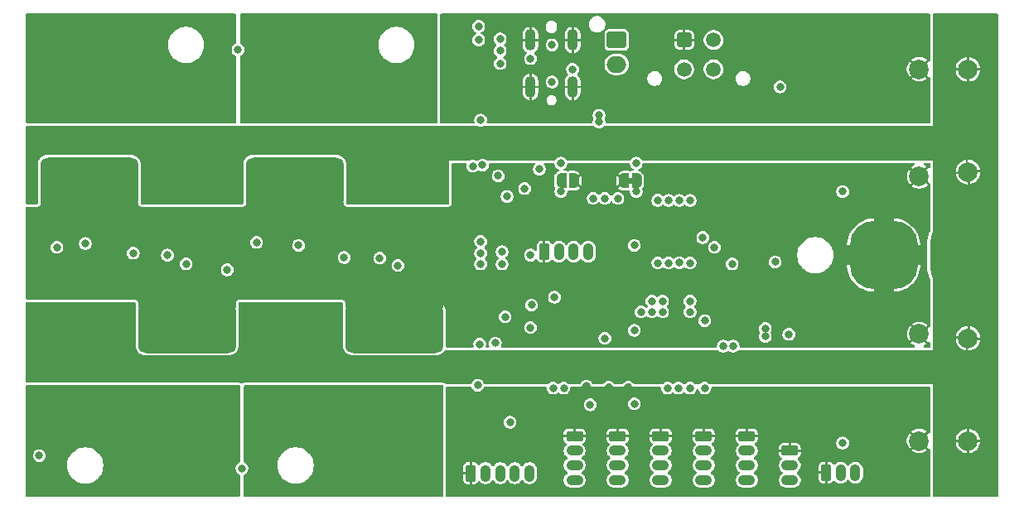
<source format=gbl>
%TF.GenerationSoftware,KiCad,Pcbnew,9.0.2*%
%TF.CreationDate,2025-07-16T05:03:17+03:00*%
%TF.ProjectId,dcesc-ga25,64636573-632d-4676-9132-352e6b696361,rev?*%
%TF.SameCoordinates,Original*%
%TF.FileFunction,Copper,L4,Bot*%
%TF.FilePolarity,Positive*%
%FSLAX45Y45*%
G04 Gerber Fmt 4.5, Leading zero omitted, Abs format (unit mm)*
G04 Created by KiCad (PCBNEW 9.0.2) date 2025-07-16 05:03:17*
%MOMM*%
%LPD*%
G01*
G04 APERTURE LIST*
G04 Aperture macros list*
%AMRoundRect*
0 Rectangle with rounded corners*
0 $1 Rounding radius*
0 $2 $3 $4 $5 $6 $7 $8 $9 X,Y pos of 4 corners*
0 Add a 4 corners polygon primitive as box body*
4,1,4,$2,$3,$4,$5,$6,$7,$8,$9,$2,$3,0*
0 Add four circle primitives for the rounded corners*
1,1,$1+$1,$2,$3*
1,1,$1+$1,$4,$5*
1,1,$1+$1,$6,$7*
1,1,$1+$1,$8,$9*
0 Add four rect primitives between the rounded corners*
20,1,$1+$1,$2,$3,$4,$5,0*
20,1,$1+$1,$4,$5,$6,$7,0*
20,1,$1+$1,$6,$7,$8,$9,0*
20,1,$1+$1,$8,$9,$2,$3,0*%
%AMFreePoly0*
4,1,23,0.500000,-0.750000,0.000000,-0.750000,0.000000,-0.745722,-0.065263,-0.745722,-0.191342,-0.711940,-0.304381,-0.646677,-0.396677,-0.554381,-0.461940,-0.441342,-0.495722,-0.315263,-0.495722,-0.250000,-0.500000,-0.250000,-0.500000,0.250000,-0.495722,0.250000,-0.495722,0.315263,-0.461940,0.441342,-0.396677,0.554381,-0.304381,0.646677,-0.191342,0.711940,-0.065263,0.745722,0.000000,0.745722,
0.000000,0.750000,0.500000,0.750000,0.500000,-0.750000,0.500000,-0.750000,$1*%
%AMFreePoly1*
4,1,23,0.000000,0.745722,0.065263,0.745722,0.191342,0.711940,0.304381,0.646677,0.396677,0.554381,0.461940,0.441342,0.495722,0.315263,0.495722,0.250000,0.500000,0.250000,0.500000,-0.250000,0.495722,-0.250000,0.495722,-0.315263,0.461940,-0.441342,0.396677,-0.554381,0.304381,-0.646677,0.191342,-0.711940,0.065263,-0.745722,0.000000,-0.745722,0.000000,-0.750000,-0.500000,-0.750000,
-0.500000,0.750000,0.000000,0.750000,0.000000,0.745722,0.000000,0.745722,$1*%
G04 Aperture macros list end*
%TA.AperFunction,EtchedComponent*%
%ADD10C,0.000000*%
%TD*%
%TA.AperFunction,ComponentPad*%
%ADD11RoundRect,1.000000X0.000010X0.000010X-0.000010X0.000010X-0.000010X-0.000010X0.000010X-0.000010X0*%
%TD*%
%TA.AperFunction,ComponentPad*%
%ADD12C,2.000000*%
%TD*%
%TA.AperFunction,ComponentPad*%
%ADD13RoundRect,2.249998X-1.250002X-1.250002X1.250002X-1.250002X1.250002X1.250002X-1.250002X1.250002X0*%
%TD*%
%TA.AperFunction,ComponentPad*%
%ADD14RoundRect,0.250000X-0.265000X-0.615000X0.265000X-0.615000X0.265000X0.615000X-0.265000X0.615000X0*%
%TD*%
%TA.AperFunction,ComponentPad*%
%ADD15O,1.030000X1.730000*%
%TD*%
%TA.AperFunction,ComponentPad*%
%ADD16RoundRect,0.250001X-0.499999X-0.499999X0.499999X-0.499999X0.499999X0.499999X-0.499999X0.499999X0*%
%TD*%
%TA.AperFunction,ComponentPad*%
%ADD17C,1.500000*%
%TD*%
%TA.AperFunction,ComponentPad*%
%ADD18RoundRect,1.400000X0.800000X-0.800000X0.800000X0.800000X-0.800000X0.800000X-0.800000X-0.800000X0*%
%TD*%
%TA.AperFunction,ComponentPad*%
%ADD19RoundRect,0.250000X-0.615000X0.265000X-0.615000X-0.265000X0.615000X-0.265000X0.615000X0.265000X0*%
%TD*%
%TA.AperFunction,ComponentPad*%
%ADD20O,1.730000X1.030000*%
%TD*%
%TA.AperFunction,ComponentPad*%
%ADD21C,0.630000*%
%TD*%
%TA.AperFunction,SMDPad,CuDef*%
%ADD22R,3.300000X2.600000*%
%TD*%
%TA.AperFunction,ComponentPad*%
%ADD23O,1.100000X2.200000*%
%TD*%
%TA.AperFunction,ComponentPad*%
%ADD24RoundRect,0.250000X-0.750000X0.600000X-0.750000X-0.600000X0.750000X-0.600000X0.750000X0.600000X0*%
%TD*%
%TA.AperFunction,ComponentPad*%
%ADD25O,2.000000X1.700000*%
%TD*%
%TA.AperFunction,ComponentPad*%
%ADD26RoundRect,2.559998X-0.940002X-0.940002X0.940002X-0.940002X0.940002X0.940002X-0.940002X0.940002X0*%
%TD*%
%TA.AperFunction,ComponentPad*%
%ADD27RoundRect,1.000000X0.000011X0.000009X-0.000009X0.000011X-0.000011X-0.000009X0.000009X-0.000011X0*%
%TD*%
%TA.AperFunction,ComponentPad*%
%ADD28RoundRect,1.000000X0.000009X0.000011X-0.000011X0.000009X-0.000009X-0.000011X0.000011X-0.000009X0*%
%TD*%
%TA.AperFunction,ComponentPad*%
%ADD29RoundRect,1.400000X-0.800000X0.800000X-0.800000X-0.800000X0.800000X-0.800000X0.800000X0.800000X0*%
%TD*%
%TA.AperFunction,SMDPad,CuDef*%
%ADD30RoundRect,0.750000X-4.250000X-1.750000X4.250000X-1.750000X4.250000X1.750000X-4.250000X1.750000X0*%
%TD*%
%TA.AperFunction,SMDPad,CuDef*%
%ADD31RoundRect,0.150000X-4.850000X-0.350000X4.850000X-0.350000X4.850000X0.350000X-4.850000X0.350000X0*%
%TD*%
%TA.AperFunction,SMDPad,CuDef*%
%ADD32RoundRect,0.750000X4.250000X1.750000X-4.250000X1.750000X-4.250000X-1.750000X4.250000X-1.750000X0*%
%TD*%
%TA.AperFunction,SMDPad,CuDef*%
%ADD33RoundRect,0.150000X4.850000X0.350000X-4.850000X0.350000X-4.850000X-0.350000X4.850000X-0.350000X0*%
%TD*%
%TA.AperFunction,SMDPad,CuDef*%
%ADD34FreePoly0,0.000000*%
%TD*%
%TA.AperFunction,SMDPad,CuDef*%
%ADD35FreePoly1,0.000000*%
%TD*%
%TA.AperFunction,SMDPad,CuDef*%
%ADD36FreePoly0,180.000000*%
%TD*%
%TA.AperFunction,SMDPad,CuDef*%
%ADD37FreePoly1,180.000000*%
%TD*%
%TA.AperFunction,ViaPad*%
%ADD38C,0.800000*%
%TD*%
%TA.AperFunction,Conductor*%
%ADD39C,0.250000*%
%TD*%
G04 APERTURE END LIST*
D10*
%TA.AperFunction,EtchedComponent*%
%TO.C,J2*%
G36*
X16235000Y-6770000D02*
G01*
X16185000Y-6770000D01*
X16185000Y-6710000D01*
X16235000Y-6710000D01*
X16235000Y-6770000D01*
G37*
%TD.AperFunction*%
%TD*%
D11*
%TO.P,C65,1*%
%TO.N,+VM*%
X19660000Y-5600000D03*
D12*
%TO.P,C65,2*%
%TO.N,GND*%
X19160000Y-5600000D03*
%TD*%
D13*
%TO.P,J18,1,Pin_1*%
%TO.N,+VM*%
X19620000Y-7500000D03*
%TD*%
D14*
%TO.P,X8,1,Pin_1*%
%TO.N,GND*%
X18210000Y-9725000D03*
D15*
%TO.P,X8,2,Pin_2*%
%TO.N,Net-(X8-Pin_2)*%
X18360000Y-9725000D03*
%TO.P,X8,3,Pin_3*%
%TO.N,+5V*%
X18510000Y-9725000D03*
%TD*%
D16*
%TO.P,X1,1,Pin_1*%
%TO.N,GND*%
X16760000Y-5300000D03*
D17*
%TO.P,X1,2,Pin_2*%
%TO.N,+12V*%
X17060000Y-5300000D03*
%TO.P,X1,3,Pin_3*%
%TO.N,/+12V_ALT*%
X16760000Y-5600000D03*
%TO.P,X1,4,Pin_4*%
%TO.N,/+24V_ALT*%
X17060000Y-5600000D03*
%TD*%
D18*
%TO.P,J7,1,Pin_1*%
%TO.N,/M2.1/OUT*%
X11080000Y-5300000D03*
%TD*%
%TO.P,J5,1,Pin_1*%
%TO.N,/M1.2/OUT*%
X13380000Y-9700000D03*
%TD*%
D19*
%TO.P,X5,1,Pin_1*%
%TO.N,GND*%
X16960000Y-9350000D03*
D20*
%TO.P,X5,2,Pin_2*%
%TO.N,Net-(X5-Pin_2)*%
X16960000Y-9500000D03*
%TO.P,X5,3,Pin_3*%
%TO.N,Net-(X5-Pin_3)*%
X16960000Y-9650000D03*
%TO.P,X5,4,Pin_4*%
%TO.N,+5V*%
X16960000Y-9800000D03*
%TD*%
D18*
%TO.P,J4,1,Pin_1*%
%TO.N,/M1.1/OUT*%
X11210000Y-9700000D03*
%TD*%
D19*
%TO.P,X6,1,Pin_1*%
%TO.N,GND*%
X17400000Y-9350000D03*
D20*
%TO.P,X6,2,Pin_2*%
%TO.N,Net-(X6-Pin_2)*%
X17400000Y-9500000D03*
%TO.P,X6,3,Pin_3*%
%TO.N,Net-(X6-Pin_3)*%
X17400000Y-9650000D03*
%TO.P,X6,4,Pin_4*%
%TO.N,+5V*%
X17400000Y-9800000D03*
%TD*%
D11*
%TO.P,C68,1*%
%TO.N,+VM*%
X19660000Y-9400000D03*
D12*
%TO.P,C68,2*%
%TO.N,GND*%
X19160000Y-9400000D03*
%TD*%
D18*
%TO.P,J10,1,Pin_1*%
%TO.N,/M2.2/OUT*%
X13250000Y-5300000D03*
%TD*%
D19*
%TO.P,X4,1,Pin_1*%
%TO.N,GND*%
X16520000Y-9350000D03*
D20*
%TO.P,X4,2,Pin_2*%
%TO.N,Net-(X4-Pin_2)*%
X16520000Y-9500000D03*
%TO.P,X4,3,Pin_3*%
%TO.N,Net-(X4-Pin_3)*%
X16520000Y-9650000D03*
%TO.P,X4,4,Pin_4*%
%TO.N,+5V*%
X16520000Y-9800000D03*
%TD*%
D14*
%TO.P,X11,1,Pin_1*%
%TO.N,GND*%
X15330000Y-7465000D03*
D15*
%TO.P,X11,2,Pin_2*%
%TO.N,/NRST*%
X15480000Y-7465000D03*
%TO.P,X11,3,Pin_3*%
%TO.N,/SWCLK*%
X15630000Y-7465000D03*
%TO.P,X11,4,Pin_4*%
%TO.N,/SWDIO*%
X15780000Y-7465000D03*
%TD*%
D19*
%TO.P,X9,1,Pin_1*%
%TO.N,GND*%
X17840000Y-9500000D03*
D20*
%TO.P,X9,2,Pin_2*%
%TO.N,Net-(X9-Pin_2)*%
X17840000Y-9650000D03*
%TO.P,X9,3,Pin_3*%
%TO.N,+5V*%
X17840000Y-9800000D03*
%TD*%
D21*
%TO.P,U13,9,GND*%
%TO.N,GND*%
X15760000Y-6765000D03*
X15890000Y-6765000D03*
X16020000Y-6765000D03*
D22*
X15890000Y-6700000D03*
D21*
X15760000Y-6635000D03*
X15890000Y-6635000D03*
X16020000Y-6635000D03*
%TD*%
D23*
%TO.P,X12,S1,SHIELD*%
%TO.N,GND*%
X15190000Y-5780000D03*
%TO.P,X12,S2,SHIELD*%
X15620000Y-5780000D03*
%TO.P,X12,S3,SHIELD*%
X15190000Y-5300000D03*
%TO.P,X12,S4,SHIELD*%
X15620000Y-5300000D03*
%TD*%
D19*
%TO.P,X3,1,Pin_1*%
%TO.N,GND*%
X15640000Y-9350000D03*
D20*
%TO.P,X3,2,Pin_2*%
%TO.N,/CANH*%
X15640000Y-9500000D03*
%TO.P,X3,3,Pin_3*%
%TO.N,/CANL*%
X15640000Y-9650000D03*
%TO.P,X3,4,Pin_4*%
%TO.N,+5V*%
X15640000Y-9800000D03*
%TD*%
D24*
%TO.P,X2,1,Pin_1*%
%TO.N,Net-(U13-OUT2)*%
X16070000Y-5300000D03*
D25*
%TO.P,X2,2,Pin_2*%
%TO.N,Net-(U13-OUT1)*%
X16070000Y-5550000D03*
%TD*%
D19*
%TO.P,X7,1,Pin_1*%
%TO.N,GND*%
X16080000Y-9350000D03*
D20*
%TO.P,X7,2,Pin_2*%
%TO.N,Net-(X7-Pin_2)*%
X16080000Y-9500000D03*
%TO.P,X7,3,Pin_3*%
%TO.N,Net-(X7-Pin_3)*%
X16080000Y-9650000D03*
%TO.P,X7,4,Pin_4*%
%TO.N,Net-(X7-Pin_4)*%
X16080000Y-9800000D03*
%TD*%
D26*
%TO.P,J19,1,Pin_1*%
%TO.N,GND*%
X18800000Y-7500000D03*
%TD*%
D27*
%TO.P,C67,1*%
%TO.N,+VM*%
X19660000Y-8350000D03*
D12*
%TO.P,C67,2*%
%TO.N,GND*%
X19161903Y-8306422D03*
%TD*%
D18*
%TO.P,J3,1,Pin_1*%
%TO.N,/M1.1/OUT*%
X11720000Y-9700000D03*
%TD*%
D14*
%TO.P,X10,1,Pin_1*%
%TO.N,GND*%
X14580000Y-9730000D03*
D15*
%TO.P,X10,2,Pin_2*%
%TO.N,Net-(X10-Pin_2)*%
X14730000Y-9730000D03*
%TO.P,X10,3,Pin_3*%
%TO.N,Net-(X10-Pin_3)*%
X14880000Y-9730000D03*
%TO.P,X10,4,Pin_4*%
%TO.N,Net-(X10-Pin_4)*%
X15030000Y-9730000D03*
%TO.P,X10,5,Pin_5*%
%TO.N,+5V*%
X15180000Y-9730000D03*
%TD*%
D18*
%TO.P,J6,1,Pin_1*%
%TO.N,/M1.2/OUT*%
X13890000Y-9700000D03*
%TD*%
D28*
%TO.P,C66,1*%
%TO.N,+VM*%
X19660000Y-6650000D03*
D12*
%TO.P,C66,2*%
%TO.N,GND*%
X19161903Y-6693578D03*
%TD*%
D18*
%TO.P,J8,1,Pin_1*%
%TO.N,/M2.1/OUT*%
X10570000Y-5300000D03*
%TD*%
D29*
%TO.P,J9,1,Pin_1*%
%TO.N,/M2.2/OUT*%
X12740000Y-5300000D03*
%TD*%
D30*
%TO.P,R59-1,1*%
%TO.N,/M1.2/PGND*%
X13800000Y-8250000D03*
D31*
%TO.P,R59-1,2*%
%TO.N,GND*%
X13800000Y-8000000D03*
%TD*%
D32*
%TO.P,R60-1,1*%
%TO.N,/M2.2/PGND*%
X12780000Y-6750000D03*
D33*
%TO.P,R60-1,2*%
%TO.N,GND*%
X12780000Y-7000000D03*
%TD*%
D30*
%TO.P,R57-1,1*%
%TO.N,/M1.1/PGND*%
X11680000Y-8250000D03*
D31*
%TO.P,R57-1,2*%
%TO.N,GND*%
X11680000Y-8000000D03*
%TD*%
D34*
%TO.P,J1,1,A*%
%TO.N,Net-(J1-A)*%
X15505000Y-6740000D03*
D35*
%TO.P,J1,2,B*%
%TO.N,GND*%
X15635000Y-6740000D03*
%TD*%
D36*
%TO.P,J2,1,A*%
%TO.N,Net-(J2-A)*%
X16275000Y-6740000D03*
D37*
%TO.P,J2,2,B*%
%TO.N,GND*%
X16145000Y-6740000D03*
%TD*%
D32*
%TO.P,R58-1,1*%
%TO.N,/M2.1/PGND*%
X10680000Y-6750000D03*
D33*
%TO.P,R58-1,2*%
%TO.N,GND*%
X10680000Y-7000000D03*
%TD*%
D38*
%TO.N,+5V*%
X15190000Y-7500000D03*
X15435000Y-7930000D03*
X18380000Y-9420000D03*
X17830000Y-8310000D03*
%TO.N,+VM*%
X11940000Y-6540000D03*
X13960000Y-6540000D03*
X19430000Y-8550000D03*
X11700000Y-6420000D03*
X13000000Y-8220000D03*
X12060000Y-6540000D03*
X14200000Y-6300000D03*
X11580000Y-6540000D03*
X10380000Y-8220000D03*
X14200000Y-6420000D03*
X12520000Y-8580000D03*
X19650000Y-6450000D03*
X13720000Y-6300000D03*
X13000000Y-8100000D03*
X12880000Y-8220000D03*
X13120000Y-8700000D03*
X12640000Y-8580000D03*
X10640000Y-8100000D03*
X12060000Y-6660000D03*
X13840000Y-6300000D03*
X10740000Y-8580000D03*
X19600000Y-6350000D03*
X10260000Y-8220000D03*
X10860000Y-8220000D03*
X11340000Y-6900000D03*
X13120000Y-8220000D03*
X10620000Y-8220000D03*
X10620000Y-8340000D03*
X13480000Y-6300000D03*
X10380000Y-8460000D03*
X12760000Y-8340000D03*
X10740000Y-8460000D03*
X13120000Y-8580000D03*
X13600000Y-6300000D03*
X11340000Y-6660000D03*
X11940000Y-6780000D03*
X11580000Y-6780000D03*
X11700000Y-6780000D03*
X13960000Y-6300000D03*
X10500000Y-8220000D03*
X11460000Y-6780000D03*
X16580000Y-6300000D03*
X12880000Y-8580000D03*
X10860000Y-8580000D03*
X12520000Y-8340000D03*
X11340000Y-6540000D03*
X13720000Y-6420000D03*
X12640000Y-8700000D03*
X12520000Y-8700000D03*
X12520000Y-8220000D03*
X11940000Y-6900000D03*
X12880000Y-8340000D03*
X12400000Y-8700000D03*
X12880000Y-8460000D03*
X13600000Y-6420000D03*
X11460000Y-6420000D03*
X19880000Y-6450000D03*
X12400000Y-8220000D03*
X13840000Y-6660000D03*
X12640000Y-8340000D03*
X13960000Y-6780000D03*
X19880000Y-6260000D03*
X14080000Y-6780000D03*
X14200000Y-6780000D03*
X19650000Y-8740000D03*
X10860000Y-8700000D03*
X12760000Y-8100000D03*
X19540000Y-6450000D03*
X14080000Y-6660000D03*
X12520000Y-8100000D03*
X11820000Y-6900000D03*
X12640000Y-8220000D03*
X13120000Y-8340000D03*
X10620000Y-8580000D03*
X13000000Y-8700000D03*
X19540000Y-8550000D03*
X13840000Y-6780000D03*
X10620000Y-8460000D03*
X14080000Y-6300000D03*
X19770000Y-8740000D03*
X13960000Y-6900000D03*
X10380000Y-8340000D03*
X14200000Y-6540000D03*
X19650000Y-8550000D03*
X10500000Y-8460000D03*
X11460000Y-6540000D03*
X12400000Y-8580000D03*
X13120000Y-8100000D03*
X13600000Y-6780000D03*
X14080000Y-6420000D03*
X19830000Y-6350000D03*
X19650000Y-6260000D03*
X12060000Y-6300000D03*
X10860000Y-8100000D03*
X12640000Y-8100000D03*
X11700000Y-6900000D03*
X13720000Y-6660000D03*
X11700000Y-6300000D03*
X19770000Y-6450000D03*
X13480000Y-6900000D03*
X14080000Y-6900000D03*
X19880000Y-8740000D03*
X11460000Y-6300000D03*
X10260000Y-8580000D03*
X19540000Y-6260000D03*
X16500000Y-6300000D03*
X10380000Y-8580000D03*
X13840000Y-6420000D03*
X11700000Y-6660000D03*
X12880000Y-8100000D03*
X13480000Y-6540000D03*
X11580000Y-6420000D03*
X10980000Y-8340000D03*
X13480000Y-6780000D03*
X19770000Y-6260000D03*
X11820000Y-6780000D03*
X13600000Y-6900000D03*
X11580000Y-6900000D03*
X12760000Y-8700000D03*
X11700000Y-6540000D03*
X12060000Y-6420000D03*
X11460000Y-6900000D03*
X13480000Y-6660000D03*
X13000000Y-8580000D03*
X11820000Y-6300000D03*
X11340000Y-6300000D03*
X13840000Y-6900000D03*
X12400000Y-8460000D03*
X10500000Y-8580000D03*
X14200000Y-6660000D03*
X19490000Y-6350000D03*
X19880000Y-8550000D03*
X11340000Y-6780000D03*
X10500000Y-8340000D03*
X10260000Y-8340000D03*
X12060000Y-6900000D03*
X10740000Y-8340000D03*
X10380000Y-8100000D03*
X13720000Y-6900000D03*
X19770000Y-8550000D03*
X13480000Y-6420000D03*
X13960000Y-6660000D03*
X14080000Y-6540000D03*
X12760000Y-8460000D03*
X10980000Y-8580000D03*
X10860000Y-8460000D03*
X10740000Y-8220000D03*
X10980000Y-8100000D03*
X11820000Y-6540000D03*
X13720000Y-6540000D03*
X13720000Y-6780000D03*
X10500000Y-8700000D03*
X11580000Y-6660000D03*
X16460000Y-6240000D03*
X13600000Y-6540000D03*
X14200000Y-6900000D03*
X12400000Y-8100000D03*
X16340000Y-8780000D03*
X13600000Y-6660000D03*
X11940000Y-6300000D03*
X13840000Y-6540000D03*
X19430000Y-6450000D03*
X12060000Y-6780000D03*
X16540000Y-6240000D03*
X10980000Y-8460000D03*
X10860000Y-8340000D03*
X19430000Y-8740000D03*
X13000000Y-8340000D03*
X10260000Y-8100000D03*
X10260000Y-8460000D03*
X10740000Y-8700000D03*
X12400000Y-8340000D03*
X19720000Y-8640000D03*
X12760000Y-8580000D03*
X19490000Y-8640000D03*
X11580000Y-6300000D03*
X12880000Y-8700000D03*
X12640000Y-8460000D03*
X10500000Y-8100000D03*
X11820000Y-6420000D03*
X11460000Y-6660000D03*
X11820000Y-6660000D03*
X19720000Y-6350000D03*
X12760000Y-8220000D03*
X11940000Y-6420000D03*
X19830000Y-8640000D03*
X16420000Y-6300000D03*
X12520000Y-8460000D03*
X10740000Y-8100000D03*
X10980000Y-8220000D03*
X11940000Y-6660000D03*
X19600000Y-8640000D03*
X10620000Y-8700000D03*
X19540000Y-8740000D03*
X13000000Y-8460000D03*
X13960000Y-6420000D03*
X13120000Y-8460000D03*
X11340000Y-6420000D03*
X10260000Y-8700000D03*
X19430000Y-6260000D03*
X10380000Y-8700000D03*
X10980000Y-8700000D03*
%TO.N,+3.3V*%
X17590000Y-8330000D03*
X16250000Y-9020000D03*
X13835000Y-7605000D03*
X17070000Y-7420000D03*
X12820000Y-7400000D03*
X16250000Y-7400000D03*
X16082678Y-6920000D03*
X15800000Y-9030000D03*
X10640000Y-7380000D03*
X15190000Y-8240000D03*
X17590000Y-8250000D03*
X11670000Y-7590000D03*
X16250000Y-8270000D03*
%TO.N,+12V*%
X14880000Y-5540000D03*
X14930000Y-8130000D03*
X17740000Y-5780000D03*
X14950000Y-6900000D03*
X18380000Y-6850000D03*
X14980000Y-9210000D03*
%TO.N,/IC1*%
X11480000Y-7500000D03*
X16820000Y-8080000D03*
%TO.N,/IC2*%
X13650000Y-7530000D03*
X16970000Y-8170000D03*
%TO.N,/IC3*%
X16820000Y-7970000D03*
X11130000Y-7480000D03*
%TO.N,/IC4*%
X13285000Y-7525000D03*
X16540000Y-8080000D03*
%TO.N,Net-(U9-LO)*%
X12090000Y-7650000D03*
X14680000Y-7360000D03*
%TO.N,Net-(U9-HO)*%
X14680000Y-7590000D03*
X10170000Y-9550000D03*
%TO.N,/USART3_TX*%
X17250000Y-7590000D03*
X17160000Y-8430000D03*
%TO.N,/M1_L*%
X16600000Y-7580000D03*
X14900000Y-7465000D03*
%TO.N,/M4_H*%
X16600000Y-6940000D03*
X14880000Y-5410000D03*
%TO.N,/M2_L*%
X14830000Y-8400000D03*
X15200000Y-8010000D03*
%TO.N,/USART1_TX*%
X16970000Y-8860000D03*
X16430000Y-8080000D03*
%TO.N,/USART1_RX*%
X16820000Y-8860000D03*
X16320000Y-8080000D03*
%TO.N,/M3_H*%
X15130000Y-6820000D03*
X16490000Y-6938992D03*
%TO.N,/USART3_RX*%
X17260000Y-8430000D03*
X16950000Y-7320000D03*
%TO.N,/M3_L*%
X16710000Y-6940000D03*
X14860000Y-6690000D03*
%TO.N,/M1_H*%
X16490000Y-7580000D03*
X14900000Y-7590000D03*
%TO.N,/M4_L*%
X14880000Y-5290000D03*
X16820000Y-6940000D03*
%TO.N,Net-(U11-LO)*%
X14680000Y-6120000D03*
X10350000Y-7420000D03*
%TO.N,Net-(U11-HO)*%
X12200000Y-5400000D03*
X14600000Y-6590000D03*
%TO.N,/NRST*%
X15950000Y-8350000D03*
%TO.N,/CANH*%
X15530000Y-8860000D03*
%TO.N,/CANL*%
X15420000Y-8860000D03*
%TO.N,GND*%
X14260000Y-7290000D03*
X12000000Y-7290000D03*
X17970000Y-6670000D03*
X10560000Y-7710000D03*
X18360000Y-5400000D03*
X13900000Y-7290000D03*
X17370000Y-8350000D03*
X18000000Y-6030000D03*
X16720000Y-7725000D03*
X18020000Y-5540000D03*
X17960000Y-8050000D03*
X18210000Y-7940000D03*
X18360000Y-8130000D03*
X17750000Y-5380000D03*
X15990000Y-8850000D03*
X18610000Y-5560000D03*
X16490000Y-7160000D03*
X18195000Y-7050000D03*
X10820000Y-7230000D03*
X10320000Y-7710000D03*
X12120000Y-7290000D03*
X17550000Y-5200000D03*
X11760000Y-7290000D03*
X13780000Y-7290000D03*
X10200000Y-7710000D03*
X18045000Y-7050000D03*
X18080000Y-7105000D03*
X18080000Y-6880000D03*
X14140000Y-7290000D03*
X14870000Y-5150000D03*
X19030000Y-6110000D03*
X14770000Y-9090000D03*
X18550000Y-5240000D03*
X17100000Y-6940000D03*
X18115000Y-7050000D03*
X11480000Y-7750000D03*
X18170000Y-5240000D03*
X14020000Y-7290000D03*
X14720000Y-6000000D03*
X15760000Y-8840000D03*
X13635000Y-7770000D03*
X17830000Y-7190000D03*
X18275000Y-7050000D03*
X11640000Y-7750000D03*
X11640000Y-7290000D03*
X18670000Y-6690000D03*
X16260000Y-5740000D03*
X18950000Y-6110000D03*
X17770000Y-7240000D03*
X11880000Y-7290000D03*
X18410000Y-7750000D03*
X18580000Y-8940000D03*
X17850000Y-7820000D03*
X18235000Y-7105000D03*
X16260000Y-6070000D03*
X18870000Y-6110000D03*
X17720000Y-6800000D03*
X12840000Y-7230000D03*
X17950000Y-5200000D03*
X16370000Y-7530000D03*
X18100000Y-8050000D03*
X16610000Y-5390000D03*
X10440000Y-7710000D03*
X12600000Y-7710000D03*
X10680000Y-7710000D03*
X17310000Y-7145000D03*
X15400000Y-6060000D03*
X18820000Y-8970000D03*
X15820000Y-7850000D03*
X16610000Y-5300000D03*
X18820000Y-8900000D03*
X14810000Y-7360000D03*
X15920000Y-8020000D03*
X18315000Y-7105000D03*
X12480000Y-7710000D03*
X14920000Y-8300000D03*
X17770000Y-7160000D03*
X16610000Y-5200000D03*
X12360000Y-7710000D03*
X12720000Y-7710000D03*
X18155000Y-7105000D03*
X13810000Y-7770000D03*
X13000000Y-7230000D03*
X16190000Y-8850000D03*
X18385000Y-7145000D03*
X10680000Y-7230000D03*
X15320000Y-9220000D03*
X18530000Y-7940000D03*
X17160000Y-7510000D03*
X12840000Y-7710000D03*
X17180000Y-7760000D03*
X17980000Y-9090000D03*
X18690000Y-8120000D03*
%TO.N,/USB_DM*%
X15620000Y-5600000D03*
X15190000Y-5490000D03*
%TO.N,/MOT1*%
X15950000Y-6920000D03*
X16820000Y-7580000D03*
%TO.N,/PPM3*%
X16700000Y-8860000D03*
X16540000Y-7970000D03*
%TO.N,/MOT2*%
X16710000Y-7578844D03*
X15830000Y-6920000D03*
%TO.N,/PPM4*%
X16590000Y-8860000D03*
X16430000Y-7970000D03*
%TO.N,/VBUS*%
X15280000Y-6620000D03*
X15410000Y-5350000D03*
X15410000Y-5730000D03*
%TO.N,/M1.1/PGND*%
X11640000Y-8390000D03*
X11480000Y-8390000D03*
X11760000Y-8320000D03*
X12040000Y-8390000D03*
X11840000Y-8320000D03*
X11800000Y-8390000D03*
X11280000Y-8320000D03*
X11600000Y-8320000D03*
X11520000Y-8320000D03*
X11880000Y-8390000D03*
X11960000Y-8390000D03*
X11320000Y-8390000D03*
X11440000Y-8320000D03*
X11400000Y-8390000D03*
X11720000Y-8390000D03*
X12000000Y-8320000D03*
X11920000Y-8320000D03*
X11680000Y-8320000D03*
X11560000Y-8390000D03*
X11360000Y-8320000D03*
%TO.N,/M1.2/PGND*%
X13760000Y-8390000D03*
X13400000Y-8320000D03*
X13920000Y-8390000D03*
X13560000Y-8320000D03*
X13720000Y-8320000D03*
X14000000Y-8390000D03*
X13480000Y-8320000D03*
X13680000Y-8390000D03*
X13440000Y-8390000D03*
X14160000Y-8390000D03*
X13600000Y-8390000D03*
X13840000Y-8390000D03*
X13520000Y-8390000D03*
X14080000Y-8390000D03*
X14120000Y-8320000D03*
X13960000Y-8320000D03*
X13880000Y-8320000D03*
X14040000Y-8320000D03*
X13640000Y-8320000D03*
X13800000Y-8320000D03*
%TO.N,/M2.1/PGND*%
X11060000Y-6670000D03*
X10420000Y-6670000D03*
X11020000Y-6600000D03*
X10300000Y-6600000D03*
X10620000Y-6600000D03*
X10540000Y-6600000D03*
X10660000Y-6670000D03*
X10820000Y-6670000D03*
X10940000Y-6600000D03*
X10500000Y-6670000D03*
X10700000Y-6600000D03*
X10460000Y-6600000D03*
X10580000Y-6670000D03*
X10780000Y-6600000D03*
X10380000Y-6600000D03*
X10860000Y-6600000D03*
X10340000Y-6670000D03*
X10900000Y-6670000D03*
X10980000Y-6670000D03*
X10740000Y-6670000D03*
%TO.N,/M2.2/PGND*%
X12940000Y-6680000D03*
X12780000Y-6680000D03*
X12860000Y-6680000D03*
X12700000Y-6680000D03*
X12580000Y-6610000D03*
X12540000Y-6680000D03*
X12420000Y-6610000D03*
X13140000Y-6610000D03*
X13020000Y-6680000D03*
X12500000Y-6610000D03*
X12980000Y-6610000D03*
X12460000Y-6680000D03*
X13100000Y-6680000D03*
X12660000Y-6610000D03*
X12900000Y-6610000D03*
X13180000Y-6680000D03*
X12620000Y-6680000D03*
X12820000Y-6610000D03*
X12740000Y-6610000D03*
X13060000Y-6610000D03*
%TO.N,/M1.1/OUT*%
X10620000Y-8980000D03*
X11680000Y-9040000D03*
X10500000Y-8980000D03*
X10740000Y-8980000D03*
X11440000Y-9040000D03*
X11920000Y-9040000D03*
X11440000Y-9160000D03*
X11920000Y-8920000D03*
X12040000Y-9040000D03*
X11560000Y-9160000D03*
X10380000Y-8980000D03*
X11920000Y-9160000D03*
X11320000Y-9160000D03*
X12040000Y-8920000D03*
X11800000Y-9160000D03*
X11440000Y-8920000D03*
X12040000Y-9160000D03*
X11800000Y-8920000D03*
X14680000Y-7480000D03*
X11320000Y-9040000D03*
X10560000Y-9060000D03*
X10920000Y-9060000D03*
X11680000Y-8920000D03*
X11800000Y-9040000D03*
X10800000Y-9060000D03*
X11680000Y-9160000D03*
X11040000Y-9060000D03*
X10680000Y-9060000D03*
X10980000Y-8980000D03*
X11560000Y-9040000D03*
X10440000Y-9060000D03*
X11320000Y-8920000D03*
X10320000Y-9060000D03*
X11560000Y-8920000D03*
X10860000Y-8980000D03*
%TO.N,/M1.2/OUT*%
X13460000Y-9040000D03*
X13120000Y-8980000D03*
X14060000Y-8920000D03*
X13820000Y-9160000D03*
X14180000Y-9040000D03*
X12760000Y-8980000D03*
X14180000Y-8920000D03*
X14060000Y-9050000D03*
X14060000Y-9160000D03*
X13060000Y-9060000D03*
X12880000Y-8980000D03*
X13700000Y-9160000D03*
X12820000Y-9060000D03*
X13700000Y-8920000D03*
X14670000Y-8410000D03*
X13000000Y-8980000D03*
X13940000Y-9160000D03*
X13580000Y-8920000D03*
X12460000Y-9060000D03*
X12940000Y-9060000D03*
X13180000Y-9060000D03*
X13820000Y-9040000D03*
X14180000Y-9160000D03*
X13460000Y-8920000D03*
X12580000Y-9060000D03*
X12520000Y-8980000D03*
X13820000Y-8920000D03*
X12700000Y-9060000D03*
X13940000Y-9040000D03*
X13940000Y-8920000D03*
X13460000Y-9160000D03*
X12640000Y-8980000D03*
X13700000Y-9040000D03*
X13580000Y-9160000D03*
X13580000Y-9040000D03*
%TO.N,/M2.1/OUT*%
X10760000Y-6080000D03*
X11000000Y-6080000D03*
X10880000Y-5960000D03*
X11000000Y-5960000D03*
X10520000Y-5960000D03*
X10640000Y-5960000D03*
X14700000Y-6580000D03*
X10760000Y-5960000D03*
X11520000Y-5940000D03*
X11580000Y-6020000D03*
X12000000Y-5940000D03*
X11820000Y-6020000D03*
X10640000Y-6080000D03*
X10760000Y-5840000D03*
X11760000Y-5940000D03*
X11700000Y-6020000D03*
X10280000Y-6080000D03*
X10880000Y-5840000D03*
X10640000Y-5840000D03*
X10520000Y-5840000D03*
X10400000Y-5960000D03*
X11340000Y-6020000D03*
X11000000Y-5840000D03*
X11280000Y-5940000D03*
X10400000Y-6080000D03*
X11640000Y-5940000D03*
X10520000Y-6080000D03*
X10880000Y-6080000D03*
X11880000Y-5940000D03*
X10280000Y-5840000D03*
X10400000Y-5840000D03*
X11400000Y-5940000D03*
X10280000Y-5960000D03*
X11460000Y-6020000D03*
X11940000Y-6020000D03*
%TO.N,/M2.2/OUT*%
X12420000Y-6080000D03*
X12900000Y-5960000D03*
X13840000Y-6020000D03*
X13600000Y-6020000D03*
X12780000Y-6080000D03*
X12780000Y-5840000D03*
X12420000Y-5840000D03*
X14080000Y-6020000D03*
X14020000Y-5940000D03*
X13900000Y-5940000D03*
X12420000Y-5960000D03*
X12900000Y-5840000D03*
X13720000Y-6020000D03*
X12900000Y-6080000D03*
X13020000Y-6080000D03*
X13660000Y-5940000D03*
X13780000Y-5940000D03*
X13540000Y-5940000D03*
X12660000Y-6080000D03*
X13140000Y-5960000D03*
X12660000Y-5840000D03*
X12540000Y-6080000D03*
X12540000Y-5960000D03*
X12660000Y-5960000D03*
X13140000Y-5840000D03*
X14660000Y-5300000D03*
X13480000Y-6020000D03*
X12540000Y-5840000D03*
X13020000Y-5960000D03*
X14140000Y-5940000D03*
X13140000Y-6080000D03*
X13960000Y-6020000D03*
X13020000Y-5840000D03*
X13420000Y-5940000D03*
X12780000Y-5960000D03*
%TO.N,Net-(U10-HO)*%
X14650000Y-8830000D03*
X12240000Y-9680000D03*
%TO.N,Net-(U12-LO)*%
X12390000Y-7370000D03*
X14660000Y-5160000D03*
%TO.N,Net-(J1-A)*%
X15500000Y-6850000D03*
%TO.N,Net-(J2-A)*%
X16270000Y-6850000D03*
%TO.N,Net-(U13-ISEN)*%
X15890000Y-6140000D03*
X15500000Y-6560000D03*
X16270000Y-6560000D03*
X15890000Y-6070000D03*
%TO.N,Net-(X7-Pin_4)*%
X17690000Y-7570000D03*
%TD*%
D39*
%TO.N,+VM*%
X16490000Y-6300000D02*
X16470000Y-6280000D01*
%TO.N,GND*%
X17155000Y-7755000D02*
X17180000Y-7780000D01*
X17370000Y-8350000D02*
X17370000Y-8400000D01*
X17370000Y-8400000D02*
X17380000Y-8410000D01*
%TO.N,Net-(J1-A)*%
X15500000Y-6850000D02*
X15500000Y-6820000D01*
X15505000Y-6815000D02*
X15505000Y-6740000D01*
X15500000Y-6820000D02*
X15505000Y-6815000D01*
%TO.N,Net-(J2-A)*%
X16270000Y-6850000D02*
X16270000Y-6745000D01*
X16270000Y-6745000D02*
X16275000Y-6740000D01*
%TD*%
%TA.AperFunction,Conductor*%
%TO.N,+VM*%
G36*
X19964254Y-5032019D02*
G01*
X19968829Y-5037299D01*
X19969950Y-5042450D01*
X19969950Y-9957550D01*
X19967982Y-9964254D01*
X19962701Y-9968829D01*
X19957550Y-9969950D01*
X19312400Y-9969950D01*
X19305696Y-9967982D01*
X19301121Y-9962701D01*
X19300000Y-9957550D01*
X19300000Y-9387500D01*
X19535479Y-9387500D01*
X19611586Y-9387500D01*
X19610000Y-9393417D01*
X19610000Y-9406583D01*
X19611586Y-9412500D01*
X19535479Y-9412500D01*
X19536040Y-9419633D01*
X19541538Y-9441452D01*
X19550843Y-9461937D01*
X19550843Y-9461938D01*
X19563656Y-9480432D01*
X19563657Y-9480434D01*
X19579566Y-9496343D01*
X19579568Y-9496344D01*
X19598062Y-9509157D01*
X19598063Y-9509157D01*
X19618548Y-9518462D01*
X19640367Y-9523960D01*
X19647500Y-9524521D01*
X19647500Y-9448414D01*
X19653417Y-9450000D01*
X19666583Y-9450000D01*
X19672500Y-9448414D01*
X19672500Y-9524521D01*
X19679633Y-9523960D01*
X19701452Y-9518462D01*
X19721937Y-9509157D01*
X19721938Y-9509157D01*
X19740432Y-9496344D01*
X19740434Y-9496343D01*
X19756343Y-9480434D01*
X19756344Y-9480432D01*
X19769157Y-9461938D01*
X19769157Y-9461937D01*
X19778462Y-9441452D01*
X19783960Y-9419633D01*
X19784521Y-9412500D01*
X19708414Y-9412500D01*
X19710000Y-9406583D01*
X19710000Y-9393417D01*
X19708414Y-9387500D01*
X19784521Y-9387500D01*
X19783960Y-9380367D01*
X19778462Y-9358548D01*
X19769157Y-9338063D01*
X19769157Y-9338062D01*
X19756344Y-9319568D01*
X19756343Y-9319566D01*
X19740434Y-9303657D01*
X19740432Y-9303656D01*
X19721938Y-9290843D01*
X19721937Y-9290843D01*
X19701452Y-9281538D01*
X19679633Y-9276040D01*
X19672500Y-9275479D01*
X19672500Y-9351586D01*
X19666583Y-9350000D01*
X19653417Y-9350000D01*
X19647500Y-9351586D01*
X19647500Y-9275479D01*
X19640367Y-9276040D01*
X19618548Y-9281538D01*
X19598063Y-9290843D01*
X19598062Y-9290843D01*
X19579568Y-9303656D01*
X19579566Y-9303657D01*
X19563657Y-9319566D01*
X19563656Y-9319568D01*
X19550843Y-9338062D01*
X19550843Y-9338063D01*
X19541538Y-9358548D01*
X19536040Y-9380367D01*
X19535479Y-9387500D01*
X19300000Y-9387500D01*
X19300000Y-8820000D01*
X19300000Y-8358754D01*
X19534801Y-8358754D01*
X19538376Y-8380969D01*
X19545860Y-8402188D01*
X19545860Y-8402188D01*
X19557013Y-8421730D01*
X19557013Y-8421730D01*
X19571476Y-8438967D01*
X19588784Y-8453344D01*
X19608381Y-8464398D01*
X19608382Y-8464399D01*
X19629637Y-8471777D01*
X19629638Y-8471777D01*
X19636695Y-8472958D01*
X19636695Y-8472958D01*
X19643315Y-8397293D01*
X19653417Y-8400000D01*
X19666583Y-8400000D01*
X19668211Y-8399564D01*
X19661600Y-8475137D01*
X19668754Y-8475199D01*
X19690969Y-8471624D01*
X19712188Y-8464140D01*
X19712188Y-8464140D01*
X19731730Y-8452987D01*
X19731730Y-8452987D01*
X19748967Y-8438524D01*
X19763344Y-8421216D01*
X19774398Y-8401619D01*
X19774399Y-8401618D01*
X19781777Y-8380362D01*
X19781777Y-8380362D01*
X19782958Y-8373305D01*
X19782958Y-8373305D01*
X19707293Y-8366685D01*
X19710000Y-8356583D01*
X19710000Y-8343417D01*
X19709564Y-8341788D01*
X19785137Y-8348400D01*
X19785199Y-8341246D01*
X19781624Y-8319031D01*
X19774140Y-8297812D01*
X19774140Y-8297812D01*
X19762987Y-8278270D01*
X19762987Y-8278270D01*
X19748524Y-8261033D01*
X19731216Y-8246656D01*
X19711619Y-8235601D01*
X19711618Y-8235601D01*
X19690363Y-8228223D01*
X19690361Y-8228223D01*
X19683305Y-8227042D01*
X19683305Y-8227042D01*
X19676685Y-8302707D01*
X19666583Y-8300000D01*
X19653417Y-8300000D01*
X19651788Y-8300436D01*
X19658400Y-8224863D01*
X19658400Y-8224863D01*
X19651246Y-8224800D01*
X19629031Y-8228376D01*
X19607812Y-8235860D01*
X19607812Y-8235860D01*
X19588270Y-8247013D01*
X19588270Y-8247013D01*
X19571033Y-8261476D01*
X19556656Y-8278784D01*
X19545602Y-8298381D01*
X19545601Y-8298382D01*
X19538223Y-8319637D01*
X19537042Y-8326695D01*
X19612707Y-8333315D01*
X19610000Y-8343417D01*
X19610000Y-8356583D01*
X19610436Y-8358211D01*
X19534863Y-8351600D01*
X19534863Y-8351600D01*
X19534801Y-8358754D01*
X19300000Y-8358754D01*
X19300000Y-6641246D01*
X19534801Y-6641246D01*
X19534863Y-6648400D01*
X19534863Y-6648400D01*
X19610436Y-6641788D01*
X19610000Y-6643417D01*
X19610000Y-6656583D01*
X19612707Y-6666685D01*
X19537042Y-6673305D01*
X19537042Y-6673305D01*
X19538223Y-6680362D01*
X19538223Y-6680362D01*
X19545601Y-6701618D01*
X19545602Y-6701619D01*
X19556656Y-6721216D01*
X19571033Y-6738524D01*
X19588270Y-6752987D01*
X19588270Y-6752987D01*
X19607812Y-6764140D01*
X19607812Y-6764140D01*
X19629031Y-6771624D01*
X19651246Y-6775199D01*
X19658400Y-6775137D01*
X19651788Y-6699563D01*
X19653417Y-6700000D01*
X19666583Y-6700000D01*
X19676685Y-6697293D01*
X19683305Y-6772958D01*
X19690362Y-6771777D01*
X19711619Y-6764399D01*
X19711619Y-6764398D01*
X19731216Y-6753343D01*
X19748524Y-6738967D01*
X19762987Y-6721730D01*
X19762987Y-6721730D01*
X19774140Y-6702188D01*
X19774140Y-6702188D01*
X19781624Y-6680969D01*
X19785199Y-6658754D01*
X19785137Y-6651600D01*
X19709564Y-6658211D01*
X19710000Y-6656583D01*
X19710000Y-6643417D01*
X19707293Y-6633315D01*
X19782958Y-6626695D01*
X19781777Y-6619638D01*
X19774399Y-6598381D01*
X19774398Y-6598381D01*
X19763344Y-6578784D01*
X19748967Y-6561476D01*
X19731730Y-6547013D01*
X19731730Y-6547013D01*
X19712188Y-6535860D01*
X19712188Y-6535860D01*
X19690969Y-6528376D01*
X19668754Y-6524800D01*
X19661600Y-6524863D01*
X19661600Y-6524863D01*
X19668211Y-6600436D01*
X19666583Y-6600000D01*
X19653417Y-6600000D01*
X19643315Y-6602707D01*
X19636695Y-6527042D01*
X19629638Y-6528223D01*
X19629637Y-6528223D01*
X19608382Y-6535601D01*
X19608381Y-6535601D01*
X19588784Y-6546656D01*
X19571476Y-6561033D01*
X19557013Y-6578270D01*
X19557013Y-6578270D01*
X19545860Y-6597812D01*
X19545860Y-6597812D01*
X19538376Y-6619031D01*
X19534801Y-6641246D01*
X19300000Y-6641246D01*
X19300000Y-5587500D01*
X19535479Y-5587500D01*
X19611586Y-5587500D01*
X19610000Y-5593417D01*
X19610000Y-5606583D01*
X19611586Y-5612500D01*
X19535479Y-5612500D01*
X19536040Y-5619633D01*
X19541538Y-5641452D01*
X19550843Y-5661937D01*
X19550843Y-5661938D01*
X19563656Y-5680432D01*
X19563657Y-5680433D01*
X19579566Y-5696343D01*
X19579568Y-5696344D01*
X19598062Y-5709157D01*
X19598063Y-5709157D01*
X19618548Y-5718462D01*
X19640367Y-5723960D01*
X19647500Y-5724521D01*
X19647500Y-5648414D01*
X19653417Y-5650000D01*
X19666583Y-5650000D01*
X19672500Y-5648414D01*
X19672500Y-5724521D01*
X19679633Y-5723960D01*
X19701452Y-5718462D01*
X19721937Y-5709157D01*
X19721938Y-5709157D01*
X19740432Y-5696344D01*
X19740434Y-5696343D01*
X19756343Y-5680433D01*
X19756344Y-5680432D01*
X19769157Y-5661938D01*
X19769157Y-5661937D01*
X19778462Y-5641452D01*
X19783960Y-5619633D01*
X19784521Y-5612500D01*
X19708414Y-5612500D01*
X19710000Y-5606583D01*
X19710000Y-5593417D01*
X19708414Y-5587500D01*
X19784521Y-5587500D01*
X19783960Y-5580367D01*
X19778462Y-5558548D01*
X19769157Y-5538063D01*
X19769157Y-5538062D01*
X19756344Y-5519568D01*
X19756343Y-5519566D01*
X19740434Y-5503657D01*
X19740432Y-5503656D01*
X19721938Y-5490843D01*
X19721937Y-5490843D01*
X19701452Y-5481538D01*
X19679633Y-5476040D01*
X19672500Y-5475479D01*
X19672500Y-5551586D01*
X19666583Y-5550000D01*
X19653417Y-5550000D01*
X19647500Y-5551586D01*
X19647500Y-5475479D01*
X19640367Y-5476040D01*
X19618548Y-5481538D01*
X19598063Y-5490843D01*
X19598062Y-5490843D01*
X19579568Y-5503656D01*
X19579566Y-5503657D01*
X19563657Y-5519566D01*
X19563656Y-5519568D01*
X19550843Y-5538062D01*
X19550843Y-5538063D01*
X19541538Y-5558548D01*
X19536040Y-5580367D01*
X19535479Y-5587500D01*
X19300000Y-5587500D01*
X19300000Y-5042450D01*
X19301969Y-5035746D01*
X19307249Y-5031171D01*
X19312400Y-5030050D01*
X19957550Y-5030050D01*
X19964254Y-5032019D01*
G37*
%TD.AperFunction*%
%TD*%
%TA.AperFunction,Conductor*%
%TO.N,+VM*%
G36*
X14360000Y-6530000D02*
G01*
X14360000Y-6967600D01*
X14358031Y-6974304D01*
X14352751Y-6978879D01*
X14347600Y-6980000D01*
X13317450Y-6980000D01*
X13317264Y-6979945D01*
X13317077Y-6979994D01*
X13313925Y-6978965D01*
X13310746Y-6978031D01*
X13310619Y-6977885D01*
X13310436Y-6977825D01*
X13308339Y-6975254D01*
X13306170Y-6972751D01*
X13306104Y-6972512D01*
X13306021Y-6972410D01*
X13305874Y-6971681D01*
X13305129Y-6968995D01*
X13305050Y-6968300D01*
X13305050Y-6961848D01*
X13303565Y-6952470D01*
X13303169Y-6951694D01*
X13302952Y-6949773D01*
X13303346Y-6947516D01*
X13303280Y-6945227D01*
X13303350Y-6944971D01*
X13303989Y-6942742D01*
X13305050Y-6930804D01*
X13305050Y-6569196D01*
X13303989Y-6557258D01*
X13298391Y-6537695D01*
X13288970Y-6519659D01*
X13283768Y-6513280D01*
X13276111Y-6503889D01*
X13260341Y-6491030D01*
X13260341Y-6491030D01*
X13260341Y-6491030D01*
X13242305Y-6481609D01*
X13242305Y-6481609D01*
X13242304Y-6481609D01*
X13230583Y-6478255D01*
X13222742Y-6476011D01*
X13222741Y-6476011D01*
X13222741Y-6476011D01*
X13216110Y-6475422D01*
X13210804Y-6474950D01*
X13210803Y-6474950D01*
X12349197Y-6474950D01*
X12349196Y-6474950D01*
X12349196Y-6474950D01*
X12348032Y-6475054D01*
X12337258Y-6476011D01*
X12317695Y-6481609D01*
X12308677Y-6486320D01*
X12299659Y-6491030D01*
X12299659Y-6491030D01*
X12299659Y-6491030D01*
X12283889Y-6503889D01*
X12271030Y-6519659D01*
X12261609Y-6537695D01*
X12256011Y-6557258D01*
X12256011Y-6557259D01*
X12254950Y-6569197D01*
X12254950Y-6930803D01*
X12254950Y-6930803D01*
X12256011Y-6942742D01*
X12256648Y-6944967D01*
X12257048Y-6949774D01*
X12256830Y-6951694D01*
X12256435Y-6952470D01*
X12254950Y-6961848D01*
X12254950Y-6968300D01*
X12254871Y-6968995D01*
X12253776Y-6971597D01*
X12252981Y-6974304D01*
X12252439Y-6974774D01*
X12252161Y-6975435D01*
X12249833Y-6977032D01*
X12247701Y-6978879D01*
X12246879Y-6979058D01*
X12246399Y-6979387D01*
X12245200Y-6979423D01*
X12242550Y-6980000D01*
X11217450Y-6980000D01*
X11210746Y-6978031D01*
X11206170Y-6972751D01*
X11205050Y-6967600D01*
X11205050Y-6961848D01*
X11205050Y-6961848D01*
X11203565Y-6952470D01*
X11203564Y-6952469D01*
X11203480Y-6952211D01*
X11203471Y-6951879D01*
X11203412Y-6951506D01*
X11203460Y-6951498D01*
X11203280Y-6945227D01*
X11203350Y-6944971D01*
X11203989Y-6942742D01*
X11205050Y-6930804D01*
X11205050Y-6569196D01*
X11203989Y-6557258D01*
X11198391Y-6537695D01*
X11188970Y-6519659D01*
X11183768Y-6513280D01*
X11176111Y-6503889D01*
X11160341Y-6491030D01*
X11160341Y-6491030D01*
X11160341Y-6491030D01*
X11142305Y-6481609D01*
X11142305Y-6481609D01*
X11142305Y-6481609D01*
X11130583Y-6478255D01*
X11122742Y-6476011D01*
X11122742Y-6476011D01*
X11122741Y-6476011D01*
X11116110Y-6475422D01*
X11110804Y-6474950D01*
X11110803Y-6474950D01*
X10249197Y-6474950D01*
X10249197Y-6474950D01*
X10249196Y-6474950D01*
X10248032Y-6475054D01*
X10237258Y-6476011D01*
X10217695Y-6481609D01*
X10208677Y-6486320D01*
X10199659Y-6491030D01*
X10199659Y-6491030D01*
X10199659Y-6491030D01*
X10183889Y-6503889D01*
X10171030Y-6519659D01*
X10161609Y-6537695D01*
X10156011Y-6557258D01*
X10156011Y-6557259D01*
X10154950Y-6569197D01*
X10154950Y-6930803D01*
X10154950Y-6930803D01*
X10156011Y-6942742D01*
X10156648Y-6944967D01*
X10157048Y-6949774D01*
X10156830Y-6951694D01*
X10156435Y-6952470D01*
X10154950Y-6961848D01*
X10154950Y-6968300D01*
X10154871Y-6968995D01*
X10153776Y-6971597D01*
X10152982Y-6974304D01*
X10152439Y-6974774D01*
X10152161Y-6975435D01*
X10149833Y-6977032D01*
X10147701Y-6978879D01*
X10146879Y-6979058D01*
X10146399Y-6979387D01*
X10145200Y-6979423D01*
X10142550Y-6980000D01*
X10042450Y-6980000D01*
X10035746Y-6978031D01*
X10031171Y-6972751D01*
X10030050Y-6967600D01*
X10030050Y-6192400D01*
X10032019Y-6185696D01*
X10037299Y-6181121D01*
X10042450Y-6180000D01*
X14360000Y-6180000D01*
X14360000Y-6530000D01*
G37*
%TD.AperFunction*%
%TD*%
%TA.AperFunction,Conductor*%
%TO.N,/M2.2/OUT*%
G36*
X14234304Y-5032019D02*
G01*
X14238879Y-5037299D01*
X14240000Y-5042450D01*
X14240000Y-6137600D01*
X14238031Y-6144304D01*
X14232751Y-6148879D01*
X14227600Y-6150000D01*
X12232400Y-6150000D01*
X12225696Y-6148031D01*
X12221121Y-6142751D01*
X12220000Y-6137600D01*
X12220000Y-5470411D01*
X12221968Y-5463707D01*
X12227249Y-5459131D01*
X12227650Y-5458957D01*
X12230813Y-5457647D01*
X12241467Y-5450528D01*
X12250528Y-5441467D01*
X12257646Y-5430813D01*
X12262550Y-5418974D01*
X12264413Y-5409610D01*
X12265050Y-5406407D01*
X12265050Y-5393593D01*
X12262550Y-5381026D01*
X12262550Y-5381026D01*
X12262550Y-5381026D01*
X12257646Y-5369187D01*
X12257646Y-5369187D01*
X12257646Y-5369187D01*
X12250528Y-5358533D01*
X12250527Y-5358533D01*
X12241467Y-5349473D01*
X12241467Y-5349472D01*
X12239227Y-5347976D01*
X12239226Y-5347975D01*
X12230813Y-5342354D01*
X12226863Y-5340718D01*
X12226122Y-5340283D01*
X12224294Y-5338337D01*
X12223716Y-5337871D01*
X13634950Y-5337871D01*
X13634950Y-5362129D01*
X13638116Y-5386179D01*
X13644395Y-5409610D01*
X13648987Y-5420696D01*
X13653678Y-5432021D01*
X13665806Y-5453029D01*
X13665807Y-5453029D01*
X13665807Y-5453029D01*
X13680573Y-5472274D01*
X13680574Y-5472274D01*
X13697726Y-5489426D01*
X13697726Y-5489427D01*
X13716971Y-5504194D01*
X13737979Y-5516322D01*
X13760390Y-5525605D01*
X13783821Y-5531884D01*
X13801859Y-5534258D01*
X13807871Y-5535050D01*
X13807871Y-5535050D01*
X13832129Y-5535050D01*
X13836939Y-5534417D01*
X13856179Y-5531884D01*
X13879610Y-5525605D01*
X13902021Y-5516322D01*
X13923029Y-5504194D01*
X13942274Y-5489427D01*
X13959426Y-5472274D01*
X13974194Y-5453029D01*
X13986322Y-5432021D01*
X13995605Y-5409610D01*
X14001884Y-5386179D01*
X14005050Y-5362129D01*
X14005050Y-5337871D01*
X14001884Y-5313821D01*
X13995605Y-5290390D01*
X13986322Y-5267979D01*
X13974194Y-5246971D01*
X13968102Y-5239032D01*
X13959427Y-5227726D01*
X13959426Y-5227726D01*
X13942274Y-5210574D01*
X13942274Y-5210573D01*
X13923029Y-5195807D01*
X13923029Y-5195807D01*
X13923029Y-5195806D01*
X13902021Y-5183678D01*
X13902020Y-5183677D01*
X13879610Y-5174395D01*
X13856178Y-5168116D01*
X13832129Y-5164950D01*
X13832129Y-5164950D01*
X13807871Y-5164950D01*
X13807871Y-5164950D01*
X13783821Y-5168116D01*
X13760389Y-5174395D01*
X13737979Y-5183677D01*
X13737978Y-5183678D01*
X13716971Y-5195807D01*
X13697726Y-5210573D01*
X13697726Y-5210574D01*
X13680574Y-5227726D01*
X13680573Y-5227726D01*
X13665807Y-5246971D01*
X13653678Y-5267979D01*
X13653677Y-5267979D01*
X13644395Y-5290390D01*
X13638116Y-5313821D01*
X13634950Y-5337871D01*
X12223716Y-5337871D01*
X12222214Y-5336661D01*
X12221937Y-5335830D01*
X12221338Y-5335191D01*
X12220851Y-5332565D01*
X12220008Y-5330032D01*
X12220000Y-5329589D01*
X12220000Y-5042450D01*
X12221968Y-5035746D01*
X12227249Y-5031171D01*
X12232400Y-5030050D01*
X14227600Y-5030050D01*
X14234304Y-5032019D01*
G37*
%TD.AperFunction*%
%TD*%
%TA.AperFunction,Conductor*%
%TO.N,+VM*%
G36*
X14647148Y-8470944D02*
G01*
X14651025Y-8472550D01*
X14651026Y-8472550D01*
X14651026Y-8472550D01*
X14651026Y-8472550D01*
X14663593Y-8475050D01*
X14663593Y-8475050D01*
X14676407Y-8475050D01*
X14684861Y-8473368D01*
X14688974Y-8472550D01*
X14691589Y-8471467D01*
X14692852Y-8470944D01*
X14697597Y-8470000D01*
X17102869Y-8470000D01*
X17109573Y-8471969D01*
X17111637Y-8473631D01*
X17115420Y-8477415D01*
X17118533Y-8480528D01*
X17129187Y-8487646D01*
X17129187Y-8487646D01*
X17129187Y-8487647D01*
X17141026Y-8492550D01*
X17141026Y-8492550D01*
X17141026Y-8492550D01*
X17153593Y-8495050D01*
X17153593Y-8495050D01*
X17166407Y-8495050D01*
X17174862Y-8493368D01*
X17178974Y-8492550D01*
X17190813Y-8487647D01*
X17201467Y-8480528D01*
X17201467Y-8480527D01*
X17201938Y-8480141D01*
X17202072Y-8480305D01*
X17207361Y-8477415D01*
X17214330Y-8477911D01*
X17217972Y-8480251D01*
X17218062Y-8480141D01*
X17218533Y-8480528D01*
X17229187Y-8487646D01*
X17229187Y-8487646D01*
X17229187Y-8487647D01*
X17241026Y-8492550D01*
X17241026Y-8492550D01*
X17241026Y-8492550D01*
X17253593Y-8495050D01*
X17253593Y-8495050D01*
X17266407Y-8495050D01*
X17274862Y-8493368D01*
X17278974Y-8492550D01*
X17290813Y-8487647D01*
X17301467Y-8480528D01*
X17308363Y-8473632D01*
X17314495Y-8470283D01*
X17317131Y-8470000D01*
X19300000Y-8470000D01*
X19300000Y-8820000D01*
X17027131Y-8820000D01*
X17020427Y-8818032D01*
X17018363Y-8816369D01*
X17011467Y-8809472D01*
X17011467Y-8809472D01*
X17011467Y-8809472D01*
X17000813Y-8802354D01*
X17000812Y-8802353D01*
X16988974Y-8797450D01*
X16988974Y-8797450D01*
X16976407Y-8794950D01*
X16976407Y-8794950D01*
X16963593Y-8794950D01*
X16963593Y-8794950D01*
X16951026Y-8797450D01*
X16951026Y-8797450D01*
X16939188Y-8802353D01*
X16939187Y-8802354D01*
X16928533Y-8809472D01*
X16926806Y-8811200D01*
X16921637Y-8816368D01*
X16915505Y-8819717D01*
X16912869Y-8820000D01*
X16877131Y-8820000D01*
X16870427Y-8818032D01*
X16868363Y-8816369D01*
X16861467Y-8809472D01*
X16861467Y-8809472D01*
X16861467Y-8809472D01*
X16850813Y-8802354D01*
X16850812Y-8802353D01*
X16838974Y-8797450D01*
X16838974Y-8797450D01*
X16826407Y-8794950D01*
X16826407Y-8794950D01*
X16813593Y-8794950D01*
X16813593Y-8794950D01*
X16801026Y-8797450D01*
X16801026Y-8797450D01*
X16789188Y-8802353D01*
X16789187Y-8802354D01*
X16778533Y-8809472D01*
X16776806Y-8811200D01*
X16771637Y-8816368D01*
X16768944Y-8817839D01*
X16766363Y-8819498D01*
X16765743Y-8819587D01*
X16765505Y-8819717D01*
X16762869Y-8820000D01*
X16757131Y-8820000D01*
X16750427Y-8818032D01*
X16748363Y-8816369D01*
X16741467Y-8809472D01*
X16741467Y-8809472D01*
X16741467Y-8809472D01*
X16730813Y-8802354D01*
X16730812Y-8802353D01*
X16718974Y-8797450D01*
X16718974Y-8797450D01*
X16706407Y-8794950D01*
X16706407Y-8794950D01*
X16693593Y-8794950D01*
X16693593Y-8794950D01*
X16681026Y-8797450D01*
X16681025Y-8797450D01*
X16669187Y-8802353D01*
X16669187Y-8802354D01*
X16658533Y-8809472D01*
X16658533Y-8809473D01*
X16653768Y-8814237D01*
X16647636Y-8817586D01*
X16640667Y-8817087D01*
X16636232Y-8814237D01*
X16631467Y-8809473D01*
X16631467Y-8809472D01*
X16620813Y-8802354D01*
X16620812Y-8802353D01*
X16608974Y-8797450D01*
X16608974Y-8797450D01*
X16596407Y-8794950D01*
X16596407Y-8794950D01*
X16583593Y-8794950D01*
X16583593Y-8794950D01*
X16571026Y-8797450D01*
X16571025Y-8797450D01*
X16559187Y-8802353D01*
X16559187Y-8802354D01*
X16548533Y-8809472D01*
X16546806Y-8811200D01*
X16541637Y-8816368D01*
X16535505Y-8819717D01*
X16532869Y-8820000D01*
X16254817Y-8820000D01*
X16248114Y-8818032D01*
X16244507Y-8814489D01*
X16240528Y-8808533D01*
X16240527Y-8808533D01*
X16231467Y-8799473D01*
X16231467Y-8799472D01*
X16220813Y-8792354D01*
X16220812Y-8792353D01*
X16208974Y-8787450D01*
X16208974Y-8787450D01*
X16196407Y-8784950D01*
X16196407Y-8784950D01*
X16183593Y-8784950D01*
X16183593Y-8784950D01*
X16171026Y-8787450D01*
X16171025Y-8787450D01*
X16159187Y-8792353D01*
X16159187Y-8792354D01*
X16148533Y-8799472D01*
X16148533Y-8799473D01*
X16139473Y-8808533D01*
X16139472Y-8808533D01*
X16135493Y-8814489D01*
X16130131Y-8818970D01*
X16125182Y-8820000D01*
X16054817Y-8820000D01*
X16048114Y-8818032D01*
X16044507Y-8814489D01*
X16040528Y-8808533D01*
X16040527Y-8808533D01*
X16031467Y-8799473D01*
X16031467Y-8799472D01*
X16020813Y-8792354D01*
X16020812Y-8792353D01*
X16008974Y-8787450D01*
X16008974Y-8787450D01*
X15996407Y-8784950D01*
X15996407Y-8784950D01*
X15983593Y-8784950D01*
X15983593Y-8784950D01*
X15971026Y-8787450D01*
X15971025Y-8787450D01*
X15959187Y-8792353D01*
X15959187Y-8792354D01*
X15948533Y-8799472D01*
X15948533Y-8799473D01*
X15939473Y-8808533D01*
X15939472Y-8808533D01*
X15935493Y-8814489D01*
X15930131Y-8818970D01*
X15925182Y-8820000D01*
X15830411Y-8820000D01*
X15823707Y-8818032D01*
X15819131Y-8812751D01*
X15818955Y-8812345D01*
X15817647Y-8809188D01*
X15817646Y-8809187D01*
X15810528Y-8798533D01*
X15810527Y-8798533D01*
X15801467Y-8789473D01*
X15801467Y-8789472D01*
X15790813Y-8782354D01*
X15790812Y-8782353D01*
X15778974Y-8777450D01*
X15778974Y-8777450D01*
X15766407Y-8774950D01*
X15766407Y-8774950D01*
X15753593Y-8774950D01*
X15753593Y-8774950D01*
X15741026Y-8777450D01*
X15741025Y-8777450D01*
X15729187Y-8782353D01*
X15729187Y-8782354D01*
X15718533Y-8789472D01*
X15718533Y-8789473D01*
X15709473Y-8798533D01*
X15709472Y-8798533D01*
X15702354Y-8809187D01*
X15702353Y-8809188D01*
X15701045Y-8812345D01*
X15696661Y-8817786D01*
X15690032Y-8819992D01*
X15689589Y-8820000D01*
X15587131Y-8820000D01*
X15580427Y-8818032D01*
X15578363Y-8816369D01*
X15571467Y-8809472D01*
X15571467Y-8809472D01*
X15571467Y-8809472D01*
X15560813Y-8802354D01*
X15560812Y-8802353D01*
X15548974Y-8797450D01*
X15548974Y-8797450D01*
X15536407Y-8794950D01*
X15536407Y-8794950D01*
X15523593Y-8794950D01*
X15523593Y-8794950D01*
X15511026Y-8797450D01*
X15511025Y-8797450D01*
X15499187Y-8802353D01*
X15499187Y-8802354D01*
X15488533Y-8809472D01*
X15488533Y-8809473D01*
X15483768Y-8814237D01*
X15477636Y-8817586D01*
X15470667Y-8817087D01*
X15466232Y-8814237D01*
X15461467Y-8809473D01*
X15461467Y-8809472D01*
X15450813Y-8802354D01*
X15450812Y-8802353D01*
X15438974Y-8797450D01*
X15438974Y-8797450D01*
X15426407Y-8794950D01*
X15426407Y-8794950D01*
X15413593Y-8794950D01*
X15413593Y-8794950D01*
X15401026Y-8797450D01*
X15401025Y-8797450D01*
X15389187Y-8802353D01*
X15389187Y-8802354D01*
X15378533Y-8809472D01*
X15376806Y-8811200D01*
X15371637Y-8816368D01*
X15365505Y-8819717D01*
X15362869Y-8820000D01*
X14724469Y-8820000D01*
X14717765Y-8818032D01*
X14713189Y-8812751D01*
X14712603Y-8811200D01*
X14712550Y-8811027D01*
X14712550Y-8811026D01*
X14707646Y-8799187D01*
X14707646Y-8799187D01*
X14707646Y-8799187D01*
X14700528Y-8788533D01*
X14700527Y-8788533D01*
X14691467Y-8779473D01*
X14691467Y-8779472D01*
X14680813Y-8772354D01*
X14680812Y-8772353D01*
X14668974Y-8767450D01*
X14668974Y-8767450D01*
X14656407Y-8764950D01*
X14656407Y-8764950D01*
X14643593Y-8764950D01*
X14643593Y-8764950D01*
X14631026Y-8767450D01*
X14631025Y-8767450D01*
X14619187Y-8772353D01*
X14619187Y-8772354D01*
X14608533Y-8779472D01*
X14608533Y-8779473D01*
X14599473Y-8788533D01*
X14599472Y-8788533D01*
X14592354Y-8799187D01*
X14592353Y-8799188D01*
X14587450Y-8811025D01*
X14587397Y-8811200D01*
X14587345Y-8811280D01*
X14587217Y-8811588D01*
X14587158Y-8811564D01*
X14583567Y-8817043D01*
X14577186Y-8819889D01*
X14575531Y-8820000D01*
X14332400Y-8820000D01*
X14325696Y-8818032D01*
X14321121Y-8812751D01*
X14320667Y-8810667D01*
X14320000Y-8810000D01*
X14320000Y-8470499D01*
X14321884Y-8470000D01*
X14642403Y-8470000D01*
X14647148Y-8470944D01*
G37*
%TD.AperFunction*%
%TD*%
%TA.AperFunction,Conductor*%
%TO.N,+VM*%
G36*
X11149254Y-7981968D02*
G01*
X11153829Y-7987249D01*
X11154950Y-7992400D01*
X11154950Y-8038152D01*
X11156436Y-8047531D01*
X11156520Y-8047790D01*
X11156529Y-8048123D01*
X11156588Y-8048494D01*
X11156540Y-8048502D01*
X11156719Y-8054774D01*
X11156648Y-8055032D01*
X11156011Y-8057258D01*
X11154950Y-8069197D01*
X11154950Y-8430803D01*
X11154950Y-8430803D01*
X11156011Y-8442742D01*
X11161609Y-8462305D01*
X11161609Y-8462305D01*
X11161609Y-8462305D01*
X11171030Y-8480341D01*
X11171030Y-8480341D01*
X11183889Y-8496111D01*
X11193280Y-8503768D01*
X11199659Y-8508970D01*
X11217695Y-8518391D01*
X11237258Y-8523989D01*
X11249196Y-8525050D01*
X12110804Y-8525050D01*
X12122742Y-8523989D01*
X12142305Y-8518391D01*
X12160341Y-8508970D01*
X12176111Y-8496111D01*
X12188970Y-8480341D01*
X12198391Y-8462305D01*
X12203989Y-8442742D01*
X12205050Y-8430804D01*
X12205050Y-8069196D01*
X12203989Y-8057258D01*
X12203352Y-8055033D01*
X12203400Y-8048046D01*
X12203480Y-8047789D01*
X12203564Y-8047531D01*
X12203565Y-8047530D01*
X12205050Y-8038152D01*
X12205050Y-8012393D01*
X12205054Y-8012084D01*
X12205080Y-8011019D01*
X12205550Y-8008659D01*
X12205550Y-7992246D01*
X12205554Y-7992090D01*
X12206577Y-7988903D01*
X12207518Y-7985696D01*
X12207640Y-7985591D01*
X12207689Y-7985437D01*
X12210273Y-7983309D01*
X12212799Y-7981121D01*
X12212977Y-7981082D01*
X12213082Y-7980995D01*
X12213724Y-7980919D01*
X12217950Y-7980000D01*
X13262550Y-7980000D01*
X13269254Y-7981968D01*
X13273829Y-7987249D01*
X13274950Y-7992400D01*
X13274950Y-8038152D01*
X13276435Y-8047531D01*
X13276520Y-8047790D01*
X13276529Y-8048123D01*
X13276588Y-8048494D01*
X13276540Y-8048502D01*
X13276719Y-8054774D01*
X13276648Y-8055032D01*
X13276011Y-8057258D01*
X13274950Y-8069197D01*
X13274950Y-8430803D01*
X13274950Y-8430803D01*
X13276011Y-8442742D01*
X13281609Y-8462305D01*
X13281609Y-8462305D01*
X13281609Y-8462305D01*
X13291030Y-8480341D01*
X13291030Y-8480341D01*
X13303889Y-8496111D01*
X13313280Y-8503768D01*
X13319659Y-8508970D01*
X13337695Y-8518391D01*
X13357258Y-8523989D01*
X13369196Y-8525050D01*
X14230804Y-8525050D01*
X14242742Y-8523989D01*
X14262305Y-8518391D01*
X14280341Y-8508970D01*
X14296111Y-8496111D01*
X14308970Y-8480341D01*
X14310893Y-8476659D01*
X14311906Y-8475608D01*
X14312513Y-8474280D01*
X14314282Y-8473143D01*
X14315742Y-8471628D01*
X14317268Y-8471223D01*
X14318390Y-8470502D01*
X14320000Y-8470271D01*
X14320000Y-8810000D01*
X14309418Y-8810000D01*
X14303670Y-8808588D01*
X14301502Y-8807453D01*
X14301502Y-8807453D01*
X14294799Y-8805485D01*
X14294798Y-8805485D01*
X14287600Y-8804450D01*
X14287600Y-8804450D01*
X12272400Y-8804450D01*
X12272400Y-8804450D01*
X12266969Y-8805034D01*
X12261818Y-8806154D01*
X12261817Y-8806155D01*
X12259181Y-8806878D01*
X12259180Y-8806878D01*
X12256551Y-8808375D01*
X12255027Y-8808779D01*
X12253908Y-8809498D01*
X12250415Y-8810000D01*
X12233390Y-8810000D01*
X12227642Y-8808588D01*
X12225474Y-8807453D01*
X12225474Y-8807453D01*
X12218771Y-8805485D01*
X12218770Y-8805485D01*
X12211572Y-8804450D01*
X12211572Y-8804450D01*
X10042450Y-8804450D01*
X10035746Y-8802482D01*
X10031171Y-8797201D01*
X10030050Y-8792050D01*
X10030050Y-7992400D01*
X10032019Y-7985696D01*
X10037299Y-7981121D01*
X10042450Y-7980000D01*
X11142550Y-7980000D01*
X11149254Y-7981968D01*
G37*
%TD.AperFunction*%
%TD*%
%TA.AperFunction,Conductor*%
%TO.N,/M2.1/OUT*%
G36*
X12174304Y-5032019D02*
G01*
X12178879Y-5037299D01*
X12180000Y-5042450D01*
X12180000Y-5329589D01*
X12178031Y-5336293D01*
X12172751Y-5340869D01*
X12172345Y-5341045D01*
X12169188Y-5342353D01*
X12169187Y-5342354D01*
X12158533Y-5349472D01*
X12158533Y-5349473D01*
X12149473Y-5358533D01*
X12149472Y-5358533D01*
X12142354Y-5369187D01*
X12142353Y-5369188D01*
X12137450Y-5381026D01*
X12137450Y-5381026D01*
X12134950Y-5393593D01*
X12134950Y-5393593D01*
X12134950Y-5406407D01*
X12134950Y-5406407D01*
X12134950Y-5406407D01*
X12137450Y-5418974D01*
X12137450Y-5418974D01*
X12142353Y-5430812D01*
X12142354Y-5430813D01*
X12149472Y-5441467D01*
X12149473Y-5441467D01*
X12158533Y-5450527D01*
X12158533Y-5450528D01*
X12169186Y-5457646D01*
X12169187Y-5457646D01*
X12169187Y-5457647D01*
X12172345Y-5458955D01*
X12177785Y-5463338D01*
X12179992Y-5469968D01*
X12180000Y-5470411D01*
X12180000Y-6137600D01*
X12178031Y-6144304D01*
X12172751Y-6148879D01*
X12167600Y-6150000D01*
X10042450Y-6150000D01*
X10035746Y-6148031D01*
X10031171Y-6142751D01*
X10030050Y-6137600D01*
X10030050Y-5337871D01*
X11484950Y-5337871D01*
X11484950Y-5362129D01*
X11488116Y-5386179D01*
X11494395Y-5409610D01*
X11503177Y-5430812D01*
X11503678Y-5432021D01*
X11515806Y-5453029D01*
X11515807Y-5453029D01*
X11515807Y-5453029D01*
X11530573Y-5472274D01*
X11530574Y-5472274D01*
X11547726Y-5489426D01*
X11547726Y-5489427D01*
X11566971Y-5504194D01*
X11587979Y-5516322D01*
X11610390Y-5525605D01*
X11633821Y-5531884D01*
X11651859Y-5534258D01*
X11657871Y-5535050D01*
X11657871Y-5535050D01*
X11682129Y-5535050D01*
X11686939Y-5534417D01*
X11706179Y-5531884D01*
X11729610Y-5525605D01*
X11752021Y-5516322D01*
X11773029Y-5504194D01*
X11792274Y-5489427D01*
X11809426Y-5472274D01*
X11824194Y-5453029D01*
X11836322Y-5432021D01*
X11845605Y-5409610D01*
X11851884Y-5386179D01*
X11855050Y-5362129D01*
X11855050Y-5337871D01*
X11854842Y-5336293D01*
X11851884Y-5313821D01*
X11851884Y-5313821D01*
X11845605Y-5290390D01*
X11836322Y-5267979D01*
X11824194Y-5246971D01*
X11809426Y-5227726D01*
X11809426Y-5227726D01*
X11792274Y-5210574D01*
X11792274Y-5210573D01*
X11773029Y-5195807D01*
X11773029Y-5195807D01*
X11773029Y-5195806D01*
X11752021Y-5183678D01*
X11752020Y-5183677D01*
X11729610Y-5174395D01*
X11706178Y-5168116D01*
X11682129Y-5164950D01*
X11682129Y-5164950D01*
X11657871Y-5164950D01*
X11657871Y-5164950D01*
X11633821Y-5168116D01*
X11610389Y-5174395D01*
X11587979Y-5183677D01*
X11587978Y-5183678D01*
X11566971Y-5195807D01*
X11547726Y-5210573D01*
X11547726Y-5210574D01*
X11530574Y-5227726D01*
X11530573Y-5227726D01*
X11515807Y-5246971D01*
X11503678Y-5267979D01*
X11503677Y-5267979D01*
X11494395Y-5290390D01*
X11488116Y-5313821D01*
X11484950Y-5337871D01*
X10030050Y-5337871D01*
X10030050Y-5042450D01*
X10032019Y-5035746D01*
X10037299Y-5031171D01*
X10042450Y-5030050D01*
X12167600Y-5030050D01*
X12174304Y-5032019D01*
G37*
%TD.AperFunction*%
%TD*%
%TA.AperFunction,Conductor*%
%TO.N,/M1.2/OUT*%
G36*
X14294304Y-8831969D02*
G01*
X14298879Y-8837249D01*
X14300000Y-8842400D01*
X14300000Y-9957550D01*
X14298031Y-9964254D01*
X14292751Y-9968829D01*
X14287600Y-9969950D01*
X12272400Y-9969950D01*
X12265696Y-9967982D01*
X12261121Y-9962701D01*
X12260000Y-9957550D01*
X12260000Y-9750411D01*
X12261968Y-9743707D01*
X12267249Y-9739131D01*
X12267650Y-9738957D01*
X12270813Y-9737647D01*
X12281467Y-9730528D01*
X12290528Y-9721467D01*
X12297646Y-9710813D01*
X12302550Y-9698974D01*
X12305050Y-9686407D01*
X12305050Y-9673593D01*
X12305050Y-9673593D01*
X12302550Y-9661026D01*
X12302550Y-9661026D01*
X12302550Y-9661026D01*
X12297646Y-9649187D01*
X12297646Y-9649187D01*
X12297646Y-9649187D01*
X12294417Y-9644354D01*
X12290528Y-9638533D01*
X12290527Y-9638533D01*
X12289866Y-9637871D01*
X12604950Y-9637871D01*
X12604950Y-9637871D01*
X12604950Y-9662129D01*
X12608116Y-9686179D01*
X12611255Y-9697894D01*
X12614395Y-9709610D01*
X12623677Y-9732021D01*
X12623678Y-9732021D01*
X12635806Y-9753029D01*
X12635807Y-9753029D01*
X12635807Y-9753029D01*
X12650573Y-9772274D01*
X12650574Y-9772274D01*
X12667726Y-9789426D01*
X12667726Y-9789427D01*
X12686971Y-9804194D01*
X12707979Y-9816322D01*
X12730390Y-9825605D01*
X12753821Y-9831884D01*
X12771859Y-9834258D01*
X12777871Y-9835050D01*
X12777871Y-9835050D01*
X12802129Y-9835050D01*
X12806939Y-9834417D01*
X12826179Y-9831884D01*
X12849610Y-9825605D01*
X12872021Y-9816322D01*
X12893029Y-9804194D01*
X12912274Y-9789427D01*
X12929426Y-9772274D01*
X12944194Y-9753029D01*
X12956322Y-9732021D01*
X12965605Y-9709610D01*
X12971884Y-9686179D01*
X12975050Y-9662129D01*
X12975050Y-9637871D01*
X12971884Y-9613821D01*
X12965605Y-9590390D01*
X12956322Y-9567979D01*
X12944194Y-9546971D01*
X12932160Y-9531289D01*
X12929427Y-9527726D01*
X12929426Y-9527726D01*
X12912274Y-9510574D01*
X12912274Y-9510573D01*
X12893029Y-9495807D01*
X12893029Y-9495807D01*
X12893029Y-9495806D01*
X12872021Y-9483678D01*
X12872020Y-9483677D01*
X12849610Y-9474395D01*
X12826178Y-9468116D01*
X12802129Y-9464950D01*
X12802129Y-9464950D01*
X12777871Y-9464950D01*
X12777871Y-9464950D01*
X12753821Y-9468116D01*
X12730389Y-9474395D01*
X12707979Y-9483677D01*
X12707978Y-9483678D01*
X12686971Y-9495807D01*
X12667726Y-9510573D01*
X12667726Y-9510574D01*
X12650574Y-9527726D01*
X12650573Y-9527726D01*
X12635807Y-9546971D01*
X12623678Y-9567979D01*
X12623677Y-9567979D01*
X12614395Y-9590390D01*
X12608116Y-9613821D01*
X12604950Y-9637871D01*
X12289866Y-9637871D01*
X12281467Y-9629473D01*
X12281467Y-9629472D01*
X12270813Y-9622354D01*
X12270812Y-9622353D01*
X12267654Y-9621045D01*
X12262214Y-9616661D01*
X12260008Y-9610032D01*
X12260000Y-9609589D01*
X12260000Y-8842400D01*
X12261968Y-8835696D01*
X12267249Y-8831121D01*
X12272400Y-8830000D01*
X14287600Y-8830000D01*
X14294304Y-8831969D01*
G37*
%TD.AperFunction*%
%TD*%
%TA.AperFunction,Conductor*%
%TO.N,GND*%
G36*
X15765088Y-8800738D02*
G01*
X15768597Y-8801436D01*
X15770323Y-8801780D01*
X15772649Y-8802485D01*
X15777582Y-8804528D01*
X15779725Y-8805674D01*
X15779726Y-8805674D01*
X15784164Y-8808640D01*
X15786043Y-8810182D01*
X15789817Y-8813956D01*
X15791359Y-8815835D01*
X15794333Y-8820285D01*
X15795436Y-8822327D01*
X15795531Y-8822551D01*
X15795706Y-8822951D01*
X15795706Y-8822952D01*
X15796883Y-8824820D01*
X15799822Y-8829483D01*
X15799822Y-8829483D01*
X15804397Y-8834763D01*
X15804397Y-8834763D01*
X15804397Y-8834763D01*
X15807675Y-8837926D01*
X15816508Y-8842547D01*
X15816508Y-8842547D01*
X15816508Y-8842547D01*
X15821401Y-8843983D01*
X15823212Y-8844515D01*
X15823213Y-8844515D01*
X15823213Y-8844515D01*
X15823561Y-8844565D01*
X15830411Y-8845550D01*
X15830411Y-8845550D01*
X15925183Y-8845550D01*
X15929105Y-8845146D01*
X15930390Y-8845014D01*
X15935339Y-8843983D01*
X15937766Y-8843352D01*
X15946516Y-8838575D01*
X15951877Y-8834094D01*
X15956737Y-8828684D01*
X15958640Y-8825835D01*
X15960182Y-8823957D01*
X15963957Y-8820182D01*
X15965835Y-8818640D01*
X15970274Y-8815674D01*
X15972418Y-8814528D01*
X15977350Y-8812485D01*
X15979676Y-8811780D01*
X15984912Y-8810738D01*
X15987331Y-8810500D01*
X15992669Y-8810500D01*
X15995088Y-8810738D01*
X15998597Y-8811436D01*
X16000323Y-8811780D01*
X16002649Y-8812485D01*
X16007582Y-8814528D01*
X16009725Y-8815674D01*
X16014164Y-8818640D01*
X16016043Y-8820182D01*
X16019818Y-8823956D01*
X16021360Y-8825835D01*
X16023263Y-8828684D01*
X16026601Y-8832715D01*
X16026602Y-8832715D01*
X16026602Y-8832716D01*
X16026603Y-8832716D01*
X16030209Y-8836259D01*
X16032082Y-8837926D01*
X16039923Y-8842028D01*
X16040915Y-8842547D01*
X16040915Y-8842547D01*
X16045808Y-8843983D01*
X16047619Y-8844515D01*
X16047619Y-8844515D01*
X16047620Y-8844515D01*
X16047967Y-8844565D01*
X16054817Y-8845550D01*
X16054818Y-8845550D01*
X16125183Y-8845550D01*
X16129105Y-8845146D01*
X16130390Y-8845014D01*
X16135339Y-8843983D01*
X16137766Y-8843352D01*
X16146516Y-8838575D01*
X16151877Y-8834094D01*
X16156737Y-8828684D01*
X16158640Y-8825835D01*
X16160182Y-8823957D01*
X16163957Y-8820182D01*
X16165835Y-8818640D01*
X16170274Y-8815674D01*
X16172418Y-8814528D01*
X16177350Y-8812485D01*
X16179676Y-8811780D01*
X16184912Y-8810738D01*
X16187331Y-8810500D01*
X16192669Y-8810500D01*
X16195088Y-8810738D01*
X16198597Y-8811436D01*
X16200323Y-8811780D01*
X16202649Y-8812485D01*
X16207582Y-8814528D01*
X16209725Y-8815674D01*
X16214164Y-8818640D01*
X16216043Y-8820182D01*
X16219818Y-8823956D01*
X16221360Y-8825835D01*
X16223263Y-8828684D01*
X16226601Y-8832715D01*
X16226602Y-8832715D01*
X16226602Y-8832716D01*
X16226603Y-8832716D01*
X16230209Y-8836259D01*
X16232082Y-8837926D01*
X16239923Y-8842028D01*
X16240915Y-8842547D01*
X16240915Y-8842547D01*
X16245808Y-8843983D01*
X16247619Y-8844515D01*
X16247619Y-8844515D01*
X16247620Y-8844515D01*
X16247967Y-8844565D01*
X16254817Y-8845550D01*
X16512550Y-8845550D01*
X16519254Y-8847519D01*
X16523829Y-8852799D01*
X16524950Y-8857950D01*
X16524950Y-8866407D01*
X16524950Y-8866407D01*
X16524950Y-8866407D01*
X16527450Y-8878974D01*
X16527450Y-8878974D01*
X16532353Y-8890812D01*
X16532354Y-8890813D01*
X16539472Y-8901467D01*
X16539473Y-8901467D01*
X16548533Y-8910527D01*
X16548533Y-8910528D01*
X16559187Y-8917646D01*
X16559187Y-8917646D01*
X16559187Y-8917647D01*
X16571026Y-8922550D01*
X16571026Y-8922550D01*
X16571026Y-8922550D01*
X16583593Y-8925050D01*
X16583593Y-8925050D01*
X16596407Y-8925050D01*
X16604861Y-8923368D01*
X16608974Y-8922550D01*
X16620813Y-8917647D01*
X16631467Y-8910528D01*
X16631467Y-8910527D01*
X16636232Y-8905763D01*
X16642364Y-8902414D01*
X16649333Y-8902913D01*
X16653768Y-8905763D01*
X16658533Y-8910527D01*
X16658533Y-8910528D01*
X16669187Y-8917646D01*
X16669187Y-8917646D01*
X16669187Y-8917647D01*
X16681026Y-8922550D01*
X16681026Y-8922550D01*
X16681026Y-8922550D01*
X16693593Y-8925050D01*
X16693593Y-8925050D01*
X16706407Y-8925050D01*
X16714861Y-8923368D01*
X16718974Y-8922550D01*
X16730813Y-8917647D01*
X16741467Y-8910528D01*
X16741467Y-8910527D01*
X16750958Y-8901036D01*
X16751076Y-8901154D01*
X16756189Y-8897671D01*
X16763173Y-8897484D01*
X16769041Y-8901036D01*
X16769042Y-8901036D01*
X16769042Y-8901037D01*
X16769150Y-8901102D01*
X16769426Y-8901420D01*
X16778533Y-8910527D01*
X16778533Y-8910528D01*
X16789187Y-8917646D01*
X16789187Y-8917646D01*
X16789187Y-8917647D01*
X16801026Y-8922550D01*
X16801026Y-8922550D01*
X16801026Y-8922550D01*
X16813593Y-8925050D01*
X16813593Y-8925050D01*
X16826407Y-8925050D01*
X16834862Y-8923368D01*
X16838974Y-8922550D01*
X16850813Y-8917647D01*
X16861467Y-8910528D01*
X16870528Y-8901467D01*
X16877647Y-8890813D01*
X16882550Y-8878974D01*
X16882838Y-8877526D01*
X16886077Y-8871335D01*
X16892148Y-8867877D01*
X16899125Y-8868251D01*
X16904793Y-8872338D01*
X16907162Y-8877526D01*
X16907450Y-8878974D01*
X16907450Y-8878974D01*
X16912353Y-8890812D01*
X16912354Y-8890813D01*
X16919472Y-8901467D01*
X16919473Y-8901467D01*
X16928533Y-8910527D01*
X16928533Y-8910528D01*
X16939187Y-8917646D01*
X16939187Y-8917646D01*
X16939187Y-8917647D01*
X16951026Y-8922550D01*
X16951026Y-8922550D01*
X16951026Y-8922550D01*
X16963593Y-8925050D01*
X16963593Y-8925050D01*
X16976407Y-8925050D01*
X16984862Y-8923368D01*
X16988974Y-8922550D01*
X17000813Y-8917647D01*
X17011467Y-8910528D01*
X17020528Y-8901467D01*
X17027647Y-8890813D01*
X17032550Y-8878974D01*
X17034070Y-8871335D01*
X17035050Y-8866407D01*
X17035050Y-8857950D01*
X17037019Y-8851246D01*
X17042299Y-8846671D01*
X17047450Y-8845550D01*
X19262050Y-8845550D01*
X19268754Y-8847519D01*
X19273329Y-8852799D01*
X19274450Y-8857950D01*
X19274450Y-9308713D01*
X19272482Y-9315417D01*
X19267201Y-9319993D01*
X19261077Y-9321075D01*
X19256929Y-9320749D01*
X19203073Y-9374605D01*
X19200010Y-9369299D01*
X19190701Y-9359990D01*
X19185395Y-9356927D01*
X19239251Y-9303071D01*
X19239251Y-9303071D01*
X19225514Y-9293090D01*
X19225514Y-9293090D01*
X19207984Y-9284158D01*
X19189271Y-9278078D01*
X19169838Y-9275000D01*
X19150162Y-9275000D01*
X19130729Y-9278078D01*
X19112016Y-9284158D01*
X19094486Y-9293090D01*
X19080749Y-9303071D01*
X19080749Y-9303071D01*
X19134605Y-9356927D01*
X19129299Y-9359990D01*
X19119990Y-9369299D01*
X19116927Y-9374605D01*
X19063071Y-9320749D01*
X19063071Y-9320749D01*
X19053090Y-9334486D01*
X19044158Y-9352016D01*
X19038078Y-9370729D01*
X19035000Y-9390162D01*
X19035000Y-9409838D01*
X19038078Y-9429271D01*
X19044158Y-9447984D01*
X19053090Y-9465514D01*
X19053090Y-9465514D01*
X19063071Y-9479251D01*
X19063071Y-9479251D01*
X19116927Y-9425395D01*
X19119990Y-9430701D01*
X19129299Y-9440010D01*
X19134605Y-9443073D01*
X19080749Y-9496929D01*
X19094486Y-9506910D01*
X19094486Y-9506910D01*
X19112016Y-9515842D01*
X19130729Y-9521922D01*
X19150162Y-9525000D01*
X19169838Y-9525000D01*
X19189271Y-9521922D01*
X19207984Y-9515842D01*
X19225514Y-9506910D01*
X19239251Y-9496929D01*
X19239251Y-9496929D01*
X19185395Y-9443073D01*
X19190701Y-9440010D01*
X19200010Y-9430701D01*
X19203073Y-9425395D01*
X19256929Y-9479251D01*
X19261077Y-9478925D01*
X19267915Y-9480361D01*
X19272891Y-9485266D01*
X19274450Y-9491287D01*
X19274450Y-9957550D01*
X19272482Y-9964254D01*
X19267201Y-9968829D01*
X19262050Y-9969950D01*
X14337950Y-9969950D01*
X14331246Y-9967982D01*
X14326671Y-9962701D01*
X14325550Y-9957550D01*
X14325550Y-9663716D01*
X14503500Y-9663716D01*
X14503500Y-9717500D01*
X14545562Y-9717500D01*
X14543500Y-9725195D01*
X14543500Y-9734805D01*
X14545562Y-9742500D01*
X14503500Y-9742500D01*
X14503500Y-9796284D01*
X14504140Y-9802237D01*
X14504140Y-9802238D01*
X14509164Y-9815709D01*
X14509165Y-9815709D01*
X14517781Y-9827219D01*
X14517781Y-9827219D01*
X14529291Y-9835835D01*
X14529291Y-9835835D01*
X14542762Y-9840860D01*
X14542763Y-9840860D01*
X14548715Y-9841500D01*
X14548717Y-9841500D01*
X14567500Y-9841500D01*
X14567500Y-9764438D01*
X14575195Y-9766500D01*
X14584805Y-9766500D01*
X14592500Y-9764438D01*
X14592500Y-9841500D01*
X14611283Y-9841500D01*
X14611284Y-9841500D01*
X14617237Y-9840860D01*
X14617238Y-9840860D01*
X14630709Y-9835835D01*
X14630709Y-9835835D01*
X14642219Y-9827219D01*
X14642219Y-9827219D01*
X14651367Y-9814999D01*
X14651614Y-9815184D01*
X14655470Y-9811326D01*
X14662297Y-9809840D01*
X14668844Y-9812281D01*
X14670182Y-9813441D01*
X14681202Y-9824460D01*
X14681202Y-9824460D01*
X14693740Y-9832838D01*
X14693740Y-9832838D01*
X14695600Y-9833608D01*
X14707671Y-9838608D01*
X14707672Y-9838608D01*
X14707672Y-9838608D01*
X14722460Y-9841550D01*
X14722460Y-9841550D01*
X14737540Y-9841550D01*
X14747489Y-9839571D01*
X14752329Y-9838608D01*
X14766260Y-9832838D01*
X14766260Y-9832838D01*
X14766260Y-9832838D01*
X14773743Y-9827838D01*
X14778798Y-9824460D01*
X14789460Y-9813798D01*
X14794690Y-9805971D01*
X14800051Y-9801491D01*
X14806983Y-9800620D01*
X14813286Y-9803635D01*
X14815310Y-9805971D01*
X14820540Y-9813798D01*
X14820540Y-9813798D01*
X14820540Y-9813798D01*
X14831202Y-9824460D01*
X14831202Y-9824460D01*
X14843740Y-9832838D01*
X14843740Y-9832838D01*
X14845600Y-9833608D01*
X14857671Y-9838608D01*
X14857672Y-9838608D01*
X14857672Y-9838608D01*
X14872460Y-9841550D01*
X14872460Y-9841550D01*
X14887540Y-9841550D01*
X14897489Y-9839571D01*
X14902329Y-9838608D01*
X14916260Y-9832838D01*
X14916260Y-9832838D01*
X14916260Y-9832838D01*
X14923743Y-9827838D01*
X14928798Y-9824460D01*
X14939460Y-9813798D01*
X14944690Y-9805971D01*
X14950051Y-9801491D01*
X14956983Y-9800620D01*
X14963286Y-9803635D01*
X14965310Y-9805971D01*
X14970540Y-9813798D01*
X14970540Y-9813798D01*
X14970540Y-9813798D01*
X14981202Y-9824460D01*
X14981202Y-9824460D01*
X14993740Y-9832838D01*
X14993740Y-9832838D01*
X14995600Y-9833608D01*
X15007671Y-9838608D01*
X15007672Y-9838608D01*
X15007672Y-9838608D01*
X15022460Y-9841550D01*
X15022460Y-9841550D01*
X15037540Y-9841550D01*
X15047489Y-9839571D01*
X15052329Y-9838608D01*
X15066260Y-9832838D01*
X15066260Y-9832838D01*
X15066260Y-9832838D01*
X15073743Y-9827838D01*
X15078798Y-9824460D01*
X15089460Y-9813798D01*
X15094690Y-9805971D01*
X15100051Y-9801491D01*
X15106983Y-9800620D01*
X15113286Y-9803635D01*
X15115310Y-9805971D01*
X15120540Y-9813798D01*
X15120540Y-9813798D01*
X15120540Y-9813798D01*
X15131202Y-9824460D01*
X15131202Y-9824460D01*
X15143740Y-9832838D01*
X15143740Y-9832838D01*
X15145600Y-9833608D01*
X15157671Y-9838608D01*
X15157672Y-9838608D01*
X15157672Y-9838608D01*
X15172460Y-9841550D01*
X15172460Y-9841550D01*
X15187540Y-9841550D01*
X15197489Y-9839571D01*
X15202329Y-9838608D01*
X15216260Y-9832838D01*
X15216260Y-9832838D01*
X15216260Y-9832838D01*
X15223743Y-9827838D01*
X15228798Y-9824460D01*
X15239460Y-9813798D01*
X15247838Y-9801260D01*
X15253608Y-9787329D01*
X15255000Y-9780332D01*
X15256550Y-9772540D01*
X15256550Y-9687460D01*
X15253608Y-9672672D01*
X15253608Y-9672672D01*
X15253608Y-9672671D01*
X15247838Y-9658740D01*
X15247838Y-9658740D01*
X15239460Y-9646202D01*
X15239460Y-9646202D01*
X15228798Y-9635540D01*
X15228798Y-9635540D01*
X15216260Y-9627162D01*
X15216260Y-9627162D01*
X15202329Y-9621392D01*
X15202328Y-9621392D01*
X15187540Y-9618450D01*
X15187539Y-9618450D01*
X15172460Y-9618450D01*
X15172460Y-9618450D01*
X15157672Y-9621392D01*
X15157671Y-9621392D01*
X15143740Y-9627162D01*
X15131202Y-9635540D01*
X15131202Y-9635540D01*
X15120540Y-9646202D01*
X15120539Y-9646202D01*
X15115310Y-9654029D01*
X15109949Y-9658509D01*
X15103016Y-9659380D01*
X15096714Y-9656365D01*
X15094690Y-9654029D01*
X15089460Y-9646202D01*
X15089460Y-9646202D01*
X15078798Y-9635540D01*
X15078798Y-9635540D01*
X15066260Y-9627162D01*
X15066260Y-9627162D01*
X15052329Y-9621392D01*
X15052328Y-9621392D01*
X15037540Y-9618450D01*
X15037539Y-9618450D01*
X15022460Y-9618450D01*
X15022460Y-9618450D01*
X15007672Y-9621392D01*
X15007671Y-9621392D01*
X14993740Y-9627162D01*
X14981202Y-9635540D01*
X14981202Y-9635540D01*
X14970540Y-9646202D01*
X14970539Y-9646202D01*
X14965310Y-9654029D01*
X14959949Y-9658509D01*
X14953016Y-9659380D01*
X14946714Y-9656365D01*
X14944690Y-9654029D01*
X14939460Y-9646202D01*
X14939460Y-9646202D01*
X14928798Y-9635540D01*
X14928798Y-9635540D01*
X14916260Y-9627162D01*
X14916260Y-9627162D01*
X14902329Y-9621392D01*
X14902328Y-9621392D01*
X14887540Y-9618450D01*
X14887539Y-9618450D01*
X14872460Y-9618450D01*
X14872460Y-9618450D01*
X14857672Y-9621392D01*
X14857671Y-9621392D01*
X14843740Y-9627162D01*
X14831202Y-9635540D01*
X14831202Y-9635540D01*
X14820540Y-9646202D01*
X14820539Y-9646202D01*
X14815310Y-9654029D01*
X14809949Y-9658509D01*
X14803016Y-9659380D01*
X14796714Y-9656365D01*
X14794690Y-9654029D01*
X14789460Y-9646202D01*
X14789460Y-9646202D01*
X14778798Y-9635540D01*
X14778798Y-9635540D01*
X14766260Y-9627162D01*
X14766260Y-9627162D01*
X14752329Y-9621392D01*
X14752328Y-9621392D01*
X14737540Y-9618450D01*
X14737539Y-9618450D01*
X14722460Y-9618450D01*
X14722460Y-9618450D01*
X14707672Y-9621392D01*
X14707671Y-9621392D01*
X14693740Y-9627162D01*
X14681202Y-9635540D01*
X14670182Y-9646559D01*
X14664050Y-9649908D01*
X14657081Y-9649409D01*
X14651488Y-9645222D01*
X14651215Y-9644799D01*
X14642219Y-9632781D01*
X14642219Y-9632781D01*
X14630709Y-9624165D01*
X14630709Y-9624165D01*
X14617238Y-9619140D01*
X14617237Y-9619140D01*
X14611284Y-9618500D01*
X14592500Y-9618500D01*
X14592500Y-9695562D01*
X14584805Y-9693500D01*
X14575195Y-9693500D01*
X14567500Y-9695562D01*
X14567500Y-9618500D01*
X14548715Y-9618500D01*
X14542763Y-9619140D01*
X14542762Y-9619140D01*
X14529291Y-9624165D01*
X14529291Y-9624165D01*
X14517781Y-9632781D01*
X14517781Y-9632781D01*
X14509165Y-9644291D01*
X14509164Y-9644291D01*
X14504140Y-9657762D01*
X14504140Y-9657763D01*
X14503500Y-9663716D01*
X14325550Y-9663716D01*
X14325550Y-9507540D01*
X15528450Y-9507540D01*
X15531392Y-9522328D01*
X15531392Y-9522329D01*
X15537162Y-9536260D01*
X15545539Y-9548798D01*
X15545540Y-9548798D01*
X15556202Y-9559460D01*
X15556202Y-9559460D01*
X15564029Y-9564690D01*
X15568509Y-9570051D01*
X15569380Y-9576984D01*
X15566365Y-9583286D01*
X15564029Y-9585310D01*
X15556202Y-9590540D01*
X15556202Y-9590540D01*
X15545540Y-9601202D01*
X15545539Y-9601202D01*
X15537162Y-9613740D01*
X15531392Y-9627671D01*
X15531392Y-9627672D01*
X15528450Y-9642460D01*
X15528450Y-9642461D01*
X15528450Y-9657540D01*
X15528450Y-9657540D01*
X15528450Y-9657540D01*
X15531392Y-9672328D01*
X15531392Y-9672329D01*
X15537162Y-9686260D01*
X15545539Y-9698798D01*
X15545540Y-9698798D01*
X15556202Y-9709460D01*
X15556202Y-9709460D01*
X15564029Y-9714690D01*
X15568509Y-9720051D01*
X15569380Y-9726984D01*
X15566365Y-9733286D01*
X15564029Y-9735310D01*
X15556202Y-9740540D01*
X15556202Y-9740540D01*
X15545540Y-9751202D01*
X15545539Y-9751202D01*
X15537162Y-9763740D01*
X15531392Y-9777671D01*
X15531392Y-9777672D01*
X15528450Y-9792460D01*
X15528450Y-9792461D01*
X15528450Y-9807540D01*
X15528450Y-9807540D01*
X15528450Y-9807540D01*
X15531392Y-9822328D01*
X15531392Y-9822329D01*
X15537162Y-9836260D01*
X15545539Y-9848798D01*
X15545540Y-9848798D01*
X15556202Y-9859460D01*
X15556202Y-9859460D01*
X15568740Y-9867838D01*
X15568740Y-9867838D01*
X15572820Y-9869528D01*
X15582671Y-9873608D01*
X15582672Y-9873608D01*
X15582672Y-9873608D01*
X15597460Y-9876550D01*
X15597460Y-9876550D01*
X15682540Y-9876550D01*
X15692489Y-9874571D01*
X15697329Y-9873608D01*
X15711260Y-9867838D01*
X15711260Y-9867838D01*
X15711260Y-9867838D01*
X15717529Y-9863649D01*
X15723798Y-9859460D01*
X15734460Y-9848798D01*
X15739336Y-9841500D01*
X15742838Y-9836260D01*
X15742838Y-9836260D01*
X15748608Y-9822329D01*
X15750066Y-9814999D01*
X15751550Y-9807540D01*
X15751550Y-9792460D01*
X15748608Y-9777672D01*
X15748608Y-9777672D01*
X15748608Y-9777671D01*
X15742838Y-9763740D01*
X15742838Y-9763740D01*
X15734460Y-9751202D01*
X15734460Y-9751202D01*
X15723798Y-9740540D01*
X15723798Y-9740540D01*
X15723798Y-9740540D01*
X15715971Y-9735310D01*
X15711491Y-9729949D01*
X15710620Y-9723017D01*
X15713635Y-9716714D01*
X15715971Y-9714690D01*
X15723798Y-9709460D01*
X15734460Y-9698798D01*
X15742838Y-9686260D01*
X15748608Y-9672329D01*
X15751506Y-9657763D01*
X15751550Y-9657540D01*
X15751550Y-9642460D01*
X15748608Y-9627672D01*
X15748608Y-9627672D01*
X15748608Y-9627671D01*
X15742838Y-9613740D01*
X15742838Y-9613740D01*
X15734460Y-9601202D01*
X15734460Y-9601202D01*
X15723798Y-9590540D01*
X15723798Y-9590540D01*
X15723798Y-9590540D01*
X15715971Y-9585310D01*
X15711491Y-9579949D01*
X15710620Y-9573017D01*
X15713635Y-9566714D01*
X15715971Y-9564690D01*
X15723798Y-9559460D01*
X15734460Y-9548798D01*
X15742185Y-9537237D01*
X15742838Y-9536260D01*
X15743769Y-9534013D01*
X15748608Y-9522329D01*
X15751550Y-9507540D01*
X15968450Y-9507540D01*
X15971392Y-9522328D01*
X15971392Y-9522329D01*
X15977162Y-9536260D01*
X15985539Y-9548798D01*
X15985540Y-9548798D01*
X15996202Y-9559460D01*
X15996202Y-9559460D01*
X16004029Y-9564690D01*
X16008509Y-9570051D01*
X16009380Y-9576984D01*
X16006365Y-9583286D01*
X16004029Y-9585310D01*
X15996202Y-9590540D01*
X15996202Y-9590540D01*
X15985540Y-9601202D01*
X15985539Y-9601202D01*
X15977162Y-9613740D01*
X15971392Y-9627671D01*
X15971392Y-9627672D01*
X15968450Y-9642460D01*
X15968450Y-9642461D01*
X15968450Y-9657540D01*
X15968450Y-9657540D01*
X15968450Y-9657540D01*
X15971392Y-9672328D01*
X15971392Y-9672329D01*
X15977162Y-9686260D01*
X15985539Y-9698798D01*
X15985540Y-9698798D01*
X15996202Y-9709460D01*
X15996202Y-9709460D01*
X16004029Y-9714690D01*
X16008509Y-9720051D01*
X16009380Y-9726984D01*
X16006365Y-9733286D01*
X16004029Y-9735310D01*
X15996202Y-9740540D01*
X15996202Y-9740540D01*
X15985540Y-9751202D01*
X15985539Y-9751202D01*
X15977162Y-9763740D01*
X15971392Y-9777671D01*
X15971392Y-9777672D01*
X15968450Y-9792460D01*
X15968450Y-9792461D01*
X15968450Y-9807540D01*
X15968450Y-9807540D01*
X15968450Y-9807540D01*
X15971392Y-9822328D01*
X15971392Y-9822329D01*
X15977162Y-9836260D01*
X15985539Y-9848798D01*
X15985540Y-9848798D01*
X15996202Y-9859460D01*
X15996202Y-9859460D01*
X16008740Y-9867838D01*
X16008740Y-9867838D01*
X16012820Y-9869528D01*
X16022671Y-9873608D01*
X16022672Y-9873608D01*
X16022672Y-9873608D01*
X16037460Y-9876550D01*
X16037460Y-9876550D01*
X16122540Y-9876550D01*
X16132489Y-9874571D01*
X16137329Y-9873608D01*
X16151260Y-9867838D01*
X16151260Y-9867838D01*
X16151260Y-9867838D01*
X16157529Y-9863649D01*
X16163798Y-9859460D01*
X16174460Y-9848798D01*
X16179336Y-9841500D01*
X16182838Y-9836260D01*
X16182838Y-9836260D01*
X16188608Y-9822329D01*
X16190066Y-9814999D01*
X16191550Y-9807540D01*
X16191550Y-9792460D01*
X16188608Y-9777672D01*
X16188608Y-9777672D01*
X16188608Y-9777671D01*
X16182838Y-9763740D01*
X16182838Y-9763740D01*
X16174460Y-9751202D01*
X16174460Y-9751202D01*
X16163798Y-9740540D01*
X16163798Y-9740540D01*
X16163798Y-9740540D01*
X16155971Y-9735310D01*
X16151491Y-9729949D01*
X16150620Y-9723017D01*
X16153635Y-9716714D01*
X16155971Y-9714690D01*
X16163798Y-9709460D01*
X16174460Y-9698798D01*
X16182838Y-9686260D01*
X16188608Y-9672329D01*
X16191506Y-9657763D01*
X16191550Y-9657540D01*
X16191550Y-9642460D01*
X16188608Y-9627672D01*
X16188608Y-9627672D01*
X16188608Y-9627671D01*
X16182838Y-9613740D01*
X16182838Y-9613740D01*
X16174460Y-9601202D01*
X16174460Y-9601202D01*
X16163798Y-9590540D01*
X16163798Y-9590540D01*
X16163798Y-9590540D01*
X16155971Y-9585310D01*
X16151491Y-9579949D01*
X16150620Y-9573017D01*
X16153635Y-9566714D01*
X16155971Y-9564690D01*
X16163798Y-9559460D01*
X16174460Y-9548798D01*
X16182185Y-9537237D01*
X16182838Y-9536260D01*
X16183769Y-9534013D01*
X16188608Y-9522329D01*
X16191550Y-9507540D01*
X16408450Y-9507540D01*
X16411392Y-9522328D01*
X16411392Y-9522329D01*
X16417162Y-9536260D01*
X16425539Y-9548798D01*
X16425540Y-9548798D01*
X16436202Y-9559460D01*
X16436202Y-9559460D01*
X16444029Y-9564690D01*
X16448509Y-9570051D01*
X16449380Y-9576984D01*
X16446365Y-9583286D01*
X16444029Y-9585310D01*
X16436202Y-9590540D01*
X16436202Y-9590540D01*
X16425540Y-9601202D01*
X16425539Y-9601202D01*
X16417162Y-9613740D01*
X16411392Y-9627671D01*
X16411392Y-9627672D01*
X16408450Y-9642460D01*
X16408450Y-9642461D01*
X16408450Y-9657540D01*
X16408450Y-9657540D01*
X16408450Y-9657540D01*
X16411392Y-9672328D01*
X16411392Y-9672329D01*
X16417162Y-9686260D01*
X16425539Y-9698798D01*
X16425540Y-9698798D01*
X16436202Y-9709460D01*
X16436202Y-9709460D01*
X16444029Y-9714690D01*
X16448509Y-9720051D01*
X16449380Y-9726984D01*
X16446365Y-9733286D01*
X16444029Y-9735310D01*
X16436202Y-9740540D01*
X16436202Y-9740540D01*
X16425540Y-9751202D01*
X16425539Y-9751202D01*
X16417162Y-9763740D01*
X16411392Y-9777671D01*
X16411392Y-9777672D01*
X16408450Y-9792460D01*
X16408450Y-9792461D01*
X16408450Y-9807540D01*
X16408450Y-9807540D01*
X16408450Y-9807540D01*
X16411392Y-9822328D01*
X16411392Y-9822329D01*
X16417162Y-9836260D01*
X16425539Y-9848798D01*
X16425540Y-9848798D01*
X16436202Y-9859460D01*
X16436202Y-9859460D01*
X16448740Y-9867838D01*
X16448740Y-9867838D01*
X16452820Y-9869528D01*
X16462671Y-9873608D01*
X16462672Y-9873608D01*
X16462672Y-9873608D01*
X16477460Y-9876550D01*
X16477460Y-9876550D01*
X16562540Y-9876550D01*
X16572489Y-9874571D01*
X16577329Y-9873608D01*
X16591260Y-9867838D01*
X16591260Y-9867838D01*
X16591260Y-9867838D01*
X16597529Y-9863649D01*
X16603798Y-9859460D01*
X16614460Y-9848798D01*
X16619336Y-9841500D01*
X16622838Y-9836260D01*
X16622838Y-9836260D01*
X16628608Y-9822329D01*
X16630066Y-9814999D01*
X16631550Y-9807540D01*
X16631550Y-9792460D01*
X16628608Y-9777672D01*
X16628608Y-9777672D01*
X16628608Y-9777671D01*
X16622838Y-9763740D01*
X16622838Y-9763740D01*
X16614460Y-9751202D01*
X16614460Y-9751202D01*
X16603798Y-9740540D01*
X16603798Y-9740540D01*
X16603798Y-9740540D01*
X16595971Y-9735310D01*
X16591491Y-9729949D01*
X16590620Y-9723017D01*
X16593635Y-9716714D01*
X16595971Y-9714690D01*
X16603798Y-9709460D01*
X16614460Y-9698798D01*
X16622838Y-9686260D01*
X16628608Y-9672329D01*
X16631506Y-9657763D01*
X16631550Y-9657540D01*
X16631550Y-9642460D01*
X16628608Y-9627672D01*
X16628608Y-9627672D01*
X16628608Y-9627671D01*
X16622838Y-9613740D01*
X16622838Y-9613740D01*
X16614460Y-9601202D01*
X16614460Y-9601202D01*
X16603798Y-9590540D01*
X16603798Y-9590540D01*
X16603798Y-9590540D01*
X16595971Y-9585310D01*
X16591491Y-9579949D01*
X16590620Y-9573017D01*
X16593635Y-9566714D01*
X16595971Y-9564690D01*
X16603798Y-9559460D01*
X16614460Y-9548798D01*
X16622185Y-9537237D01*
X16622838Y-9536260D01*
X16623769Y-9534013D01*
X16628608Y-9522329D01*
X16631550Y-9507540D01*
X16848450Y-9507540D01*
X16851392Y-9522328D01*
X16851392Y-9522329D01*
X16857162Y-9536260D01*
X16865540Y-9548798D01*
X16865540Y-9548798D01*
X16876202Y-9559460D01*
X16876202Y-9559460D01*
X16884029Y-9564690D01*
X16888509Y-9570051D01*
X16889380Y-9576984D01*
X16886365Y-9583286D01*
X16884029Y-9585310D01*
X16876202Y-9590540D01*
X16876202Y-9590540D01*
X16865540Y-9601202D01*
X16865540Y-9601202D01*
X16857162Y-9613740D01*
X16851392Y-9627671D01*
X16851392Y-9627672D01*
X16848450Y-9642460D01*
X16848450Y-9642461D01*
X16848450Y-9657540D01*
X16848450Y-9657540D01*
X16848450Y-9657540D01*
X16851392Y-9672328D01*
X16851392Y-9672329D01*
X16857162Y-9686260D01*
X16865540Y-9698798D01*
X16865540Y-9698798D01*
X16876202Y-9709460D01*
X16876202Y-9709460D01*
X16884029Y-9714690D01*
X16888509Y-9720051D01*
X16889380Y-9726984D01*
X16886365Y-9733286D01*
X16884029Y-9735310D01*
X16876202Y-9740540D01*
X16876202Y-9740540D01*
X16865540Y-9751202D01*
X16865540Y-9751202D01*
X16857162Y-9763740D01*
X16851392Y-9777671D01*
X16851392Y-9777672D01*
X16848450Y-9792460D01*
X16848450Y-9792461D01*
X16848450Y-9807540D01*
X16848450Y-9807540D01*
X16848450Y-9807540D01*
X16851392Y-9822328D01*
X16851392Y-9822329D01*
X16857162Y-9836260D01*
X16865540Y-9848798D01*
X16865540Y-9848798D01*
X16876202Y-9859460D01*
X16876202Y-9859460D01*
X16888740Y-9867838D01*
X16888740Y-9867838D01*
X16892820Y-9869528D01*
X16902671Y-9873608D01*
X16902672Y-9873608D01*
X16902672Y-9873608D01*
X16917460Y-9876550D01*
X16917461Y-9876550D01*
X17002540Y-9876550D01*
X17012489Y-9874571D01*
X17017329Y-9873608D01*
X17031260Y-9867838D01*
X17031260Y-9867838D01*
X17031260Y-9867838D01*
X17037529Y-9863649D01*
X17043798Y-9859460D01*
X17054460Y-9848798D01*
X17059337Y-9841500D01*
X17062838Y-9836260D01*
X17062838Y-9836260D01*
X17068608Y-9822329D01*
X17070066Y-9814999D01*
X17071550Y-9807540D01*
X17071550Y-9792460D01*
X17068608Y-9777672D01*
X17068608Y-9777672D01*
X17068608Y-9777671D01*
X17062838Y-9763740D01*
X17062838Y-9763740D01*
X17054460Y-9751202D01*
X17054460Y-9751202D01*
X17043798Y-9740540D01*
X17043798Y-9740540D01*
X17043798Y-9740540D01*
X17035971Y-9735310D01*
X17031491Y-9729949D01*
X17030620Y-9723017D01*
X17033635Y-9716714D01*
X17035971Y-9714690D01*
X17043798Y-9709460D01*
X17054460Y-9698798D01*
X17062838Y-9686260D01*
X17068608Y-9672329D01*
X17071506Y-9657763D01*
X17071550Y-9657540D01*
X17071550Y-9642460D01*
X17068608Y-9627672D01*
X17068608Y-9627672D01*
X17068608Y-9627671D01*
X17062838Y-9613740D01*
X17062838Y-9613740D01*
X17054460Y-9601202D01*
X17054460Y-9601202D01*
X17043798Y-9590540D01*
X17043798Y-9590540D01*
X17043798Y-9590540D01*
X17035971Y-9585310D01*
X17031491Y-9579949D01*
X17030620Y-9573017D01*
X17033635Y-9566714D01*
X17035971Y-9564690D01*
X17043798Y-9559460D01*
X17054460Y-9548798D01*
X17062185Y-9537237D01*
X17062838Y-9536260D01*
X17063769Y-9534013D01*
X17068608Y-9522329D01*
X17071550Y-9507540D01*
X17288450Y-9507540D01*
X17291392Y-9522328D01*
X17291392Y-9522329D01*
X17297162Y-9536260D01*
X17305540Y-9548798D01*
X17305540Y-9548798D01*
X17316202Y-9559460D01*
X17316202Y-9559460D01*
X17324029Y-9564690D01*
X17328509Y-9570051D01*
X17329380Y-9576984D01*
X17326365Y-9583286D01*
X17324029Y-9585310D01*
X17316202Y-9590540D01*
X17316202Y-9590540D01*
X17305540Y-9601202D01*
X17305540Y-9601202D01*
X17297162Y-9613740D01*
X17291392Y-9627671D01*
X17291392Y-9627672D01*
X17288450Y-9642460D01*
X17288450Y-9642461D01*
X17288450Y-9657540D01*
X17288450Y-9657540D01*
X17288450Y-9657540D01*
X17291392Y-9672328D01*
X17291392Y-9672329D01*
X17297162Y-9686260D01*
X17305540Y-9698798D01*
X17305540Y-9698798D01*
X17316202Y-9709460D01*
X17316202Y-9709460D01*
X17324029Y-9714690D01*
X17328509Y-9720051D01*
X17329380Y-9726984D01*
X17326365Y-9733286D01*
X17324029Y-9735310D01*
X17316202Y-9740540D01*
X17316202Y-9740540D01*
X17305540Y-9751202D01*
X17305540Y-9751202D01*
X17297162Y-9763740D01*
X17291392Y-9777671D01*
X17291392Y-9777672D01*
X17288450Y-9792460D01*
X17288450Y-9792461D01*
X17288450Y-9807540D01*
X17288450Y-9807540D01*
X17288450Y-9807540D01*
X17291392Y-9822328D01*
X17291392Y-9822329D01*
X17297162Y-9836260D01*
X17305540Y-9848798D01*
X17305540Y-9848798D01*
X17316202Y-9859460D01*
X17316202Y-9859460D01*
X17328740Y-9867838D01*
X17328740Y-9867838D01*
X17332820Y-9869528D01*
X17342671Y-9873608D01*
X17342672Y-9873608D01*
X17342672Y-9873608D01*
X17357460Y-9876550D01*
X17357461Y-9876550D01*
X17442540Y-9876550D01*
X17452489Y-9874571D01*
X17457329Y-9873608D01*
X17471260Y-9867838D01*
X17471260Y-9867838D01*
X17471260Y-9867838D01*
X17477529Y-9863649D01*
X17483798Y-9859460D01*
X17494460Y-9848798D01*
X17499337Y-9841500D01*
X17502838Y-9836260D01*
X17502838Y-9836260D01*
X17508608Y-9822329D01*
X17510066Y-9814999D01*
X17511550Y-9807540D01*
X17511550Y-9792460D01*
X17508608Y-9777672D01*
X17508608Y-9777672D01*
X17508608Y-9777671D01*
X17502838Y-9763740D01*
X17502838Y-9763740D01*
X17494460Y-9751202D01*
X17494460Y-9751202D01*
X17483798Y-9740540D01*
X17483798Y-9740540D01*
X17483798Y-9740540D01*
X17475971Y-9735310D01*
X17471491Y-9729949D01*
X17470620Y-9723017D01*
X17473635Y-9716714D01*
X17475971Y-9714690D01*
X17483798Y-9709460D01*
X17494460Y-9698798D01*
X17502838Y-9686260D01*
X17508608Y-9672329D01*
X17511506Y-9657763D01*
X17511550Y-9657540D01*
X17728450Y-9657540D01*
X17731392Y-9672328D01*
X17731392Y-9672329D01*
X17737162Y-9686260D01*
X17745540Y-9698798D01*
X17745540Y-9698798D01*
X17756202Y-9709460D01*
X17756202Y-9709460D01*
X17764029Y-9714690D01*
X17768509Y-9720051D01*
X17769380Y-9726984D01*
X17766365Y-9733286D01*
X17764029Y-9735310D01*
X17756202Y-9740540D01*
X17756202Y-9740540D01*
X17745540Y-9751202D01*
X17745540Y-9751202D01*
X17737162Y-9763740D01*
X17731392Y-9777671D01*
X17731392Y-9777672D01*
X17728450Y-9792460D01*
X17728450Y-9792461D01*
X17728450Y-9807540D01*
X17728450Y-9807540D01*
X17728450Y-9807540D01*
X17731392Y-9822328D01*
X17731392Y-9822329D01*
X17737162Y-9836260D01*
X17745540Y-9848798D01*
X17745540Y-9848798D01*
X17756202Y-9859460D01*
X17756202Y-9859460D01*
X17768740Y-9867838D01*
X17768740Y-9867838D01*
X17772820Y-9869528D01*
X17782671Y-9873608D01*
X17782672Y-9873608D01*
X17782672Y-9873608D01*
X17797460Y-9876550D01*
X17797461Y-9876550D01*
X17882540Y-9876550D01*
X17892489Y-9874571D01*
X17897329Y-9873608D01*
X17911260Y-9867838D01*
X17911260Y-9867838D01*
X17911260Y-9867838D01*
X17917529Y-9863649D01*
X17923798Y-9859460D01*
X17934460Y-9848798D01*
X17939337Y-9841500D01*
X17942838Y-9836260D01*
X17942838Y-9836260D01*
X17948608Y-9822329D01*
X17950066Y-9814999D01*
X17951550Y-9807540D01*
X17951550Y-9792460D01*
X17948608Y-9777672D01*
X17948608Y-9777672D01*
X17948608Y-9777671D01*
X17942838Y-9763740D01*
X17942838Y-9763740D01*
X17934460Y-9751202D01*
X17934460Y-9751202D01*
X17925113Y-9741855D01*
X17925113Y-9741855D01*
X17923798Y-9740540D01*
X17915807Y-9735200D01*
X17915648Y-9735087D01*
X17913610Y-9732485D01*
X17911491Y-9729949D01*
X17911465Y-9729747D01*
X17911339Y-9729586D01*
X17911032Y-9726294D01*
X17910620Y-9723017D01*
X17910708Y-9722833D01*
X17910689Y-9722629D01*
X17912209Y-9719694D01*
X17913635Y-9716714D01*
X17913850Y-9716528D01*
X17913903Y-9716425D01*
X17914097Y-9716314D01*
X17915971Y-9714690D01*
X17923798Y-9709460D01*
X17934460Y-9698798D01*
X17942838Y-9686260D01*
X17948608Y-9672329D01*
X17951316Y-9658716D01*
X18133500Y-9658716D01*
X18133500Y-9712500D01*
X18175562Y-9712500D01*
X18173500Y-9720195D01*
X18173500Y-9729805D01*
X18175562Y-9737500D01*
X18133500Y-9737500D01*
X18133500Y-9791284D01*
X18134140Y-9797237D01*
X18134140Y-9797238D01*
X18139165Y-9810709D01*
X18139165Y-9810709D01*
X18147781Y-9822219D01*
X18147781Y-9822219D01*
X18159291Y-9830835D01*
X18159291Y-9830835D01*
X18172762Y-9835860D01*
X18172763Y-9835860D01*
X18178716Y-9836500D01*
X18178717Y-9836500D01*
X18197500Y-9836500D01*
X18197500Y-9759438D01*
X18205195Y-9761500D01*
X18214805Y-9761500D01*
X18222500Y-9759438D01*
X18222500Y-9836500D01*
X18241283Y-9836500D01*
X18241284Y-9836500D01*
X18247237Y-9835860D01*
X18247238Y-9835860D01*
X18260709Y-9830835D01*
X18260709Y-9830835D01*
X18272219Y-9822219D01*
X18272219Y-9822219D01*
X18281367Y-9809999D01*
X18281614Y-9810184D01*
X18285470Y-9806326D01*
X18292297Y-9804840D01*
X18298844Y-9807281D01*
X18300182Y-9808441D01*
X18311202Y-9819460D01*
X18311202Y-9819460D01*
X18323740Y-9827838D01*
X18323740Y-9827838D01*
X18327820Y-9829528D01*
X18337671Y-9833608D01*
X18337672Y-9833608D01*
X18337672Y-9833608D01*
X18352460Y-9836550D01*
X18352461Y-9836550D01*
X18367540Y-9836550D01*
X18377489Y-9834571D01*
X18382329Y-9833608D01*
X18396260Y-9827838D01*
X18396260Y-9827838D01*
X18396260Y-9827838D01*
X18404670Y-9822219D01*
X18408798Y-9819460D01*
X18419460Y-9808798D01*
X18424690Y-9800971D01*
X18430051Y-9796491D01*
X18436983Y-9795620D01*
X18443286Y-9798635D01*
X18445310Y-9800971D01*
X18450540Y-9808798D01*
X18450540Y-9808798D01*
X18450540Y-9808798D01*
X18461202Y-9819460D01*
X18461202Y-9819460D01*
X18473740Y-9827838D01*
X18473740Y-9827838D01*
X18477820Y-9829528D01*
X18487671Y-9833608D01*
X18487672Y-9833608D01*
X18487672Y-9833608D01*
X18502460Y-9836550D01*
X18502461Y-9836550D01*
X18517540Y-9836550D01*
X18527489Y-9834571D01*
X18532329Y-9833608D01*
X18546260Y-9827838D01*
X18546260Y-9827838D01*
X18546260Y-9827838D01*
X18554670Y-9822219D01*
X18558798Y-9819460D01*
X18569460Y-9808798D01*
X18577838Y-9796260D01*
X18583608Y-9782329D01*
X18586550Y-9767540D01*
X18586550Y-9682461D01*
X18586550Y-9682460D01*
X18583608Y-9667672D01*
X18583608Y-9667672D01*
X18583608Y-9667671D01*
X18579412Y-9657540D01*
X18577838Y-9653740D01*
X18569460Y-9641202D01*
X18569460Y-9641202D01*
X18558798Y-9630540D01*
X18558798Y-9630540D01*
X18546260Y-9622162D01*
X18546260Y-9622162D01*
X18532329Y-9616392D01*
X18532328Y-9616392D01*
X18517540Y-9613450D01*
X18517540Y-9613450D01*
X18502461Y-9613450D01*
X18502460Y-9613450D01*
X18487672Y-9616392D01*
X18487671Y-9616392D01*
X18473740Y-9622162D01*
X18461202Y-9630540D01*
X18461202Y-9630540D01*
X18450540Y-9641202D01*
X18450540Y-9641202D01*
X18445310Y-9649029D01*
X18439949Y-9653509D01*
X18433017Y-9654380D01*
X18426714Y-9651365D01*
X18424690Y-9649029D01*
X18419460Y-9641202D01*
X18419460Y-9641202D01*
X18408798Y-9630540D01*
X18408798Y-9630540D01*
X18396260Y-9622162D01*
X18396260Y-9622162D01*
X18382329Y-9616392D01*
X18382328Y-9616392D01*
X18367540Y-9613450D01*
X18367540Y-9613450D01*
X18352461Y-9613450D01*
X18352460Y-9613450D01*
X18337672Y-9616392D01*
X18337671Y-9616392D01*
X18323740Y-9622162D01*
X18311202Y-9630540D01*
X18300182Y-9641559D01*
X18294050Y-9644908D01*
X18287081Y-9644409D01*
X18281488Y-9640222D01*
X18281216Y-9639799D01*
X18272219Y-9627781D01*
X18272219Y-9627781D01*
X18260709Y-9619165D01*
X18260709Y-9619165D01*
X18247238Y-9614140D01*
X18247237Y-9614140D01*
X18241284Y-9613500D01*
X18222500Y-9613500D01*
X18222500Y-9690562D01*
X18214805Y-9688500D01*
X18205195Y-9688500D01*
X18197500Y-9690562D01*
X18197500Y-9613500D01*
X18178716Y-9613500D01*
X18172763Y-9614140D01*
X18172762Y-9614140D01*
X18159291Y-9619165D01*
X18159291Y-9619165D01*
X18147781Y-9627781D01*
X18147781Y-9627781D01*
X18139165Y-9639291D01*
X18139165Y-9639291D01*
X18134140Y-9652762D01*
X18134140Y-9652763D01*
X18133500Y-9658716D01*
X17951316Y-9658716D01*
X17951506Y-9657763D01*
X17951550Y-9657540D01*
X17951550Y-9642460D01*
X17948608Y-9627672D01*
X17948608Y-9627672D01*
X17948608Y-9627671D01*
X17942838Y-9613740D01*
X17942838Y-9613740D01*
X17934460Y-9601202D01*
X17934460Y-9601202D01*
X17923441Y-9590182D01*
X17920092Y-9584050D01*
X17920591Y-9577081D01*
X17924778Y-9571488D01*
X17925201Y-9571216D01*
X17937219Y-9562219D01*
X17937219Y-9562219D01*
X17945835Y-9550709D01*
X17945835Y-9550709D01*
X17950860Y-9537238D01*
X17950860Y-9537237D01*
X17951500Y-9531284D01*
X17951500Y-9531283D01*
X17951500Y-9512500D01*
X17874438Y-9512500D01*
X17876500Y-9504805D01*
X17876500Y-9495195D01*
X17874438Y-9487500D01*
X17951500Y-9487500D01*
X17951500Y-9468717D01*
X17951500Y-9468716D01*
X17950860Y-9462763D01*
X17950860Y-9462762D01*
X17945835Y-9449291D01*
X17945835Y-9449291D01*
X17937219Y-9437781D01*
X17937219Y-9437781D01*
X17925709Y-9429165D01*
X17925709Y-9429165D01*
X17918316Y-9426407D01*
X18314950Y-9426407D01*
X18317450Y-9438974D01*
X18317450Y-9438974D01*
X18322353Y-9450812D01*
X18322354Y-9450813D01*
X18329472Y-9461467D01*
X18329473Y-9461467D01*
X18338533Y-9470527D01*
X18338533Y-9470528D01*
X18349187Y-9477646D01*
X18349188Y-9477647D01*
X18349247Y-9477671D01*
X18361026Y-9482550D01*
X18361026Y-9482550D01*
X18361026Y-9482550D01*
X18373593Y-9485050D01*
X18373593Y-9485050D01*
X18386407Y-9485050D01*
X18394862Y-9483368D01*
X18398974Y-9482550D01*
X18410813Y-9477647D01*
X18421467Y-9470528D01*
X18430528Y-9461467D01*
X18437647Y-9450813D01*
X18442550Y-9438974D01*
X18443878Y-9432300D01*
X18445050Y-9426407D01*
X18445050Y-9413593D01*
X18442550Y-9401026D01*
X18442550Y-9401026D01*
X18442550Y-9401026D01*
X18438050Y-9390162D01*
X18437647Y-9389188D01*
X18437646Y-9389187D01*
X18430528Y-9378533D01*
X18430527Y-9378533D01*
X18421467Y-9369473D01*
X18421467Y-9369472D01*
X18410813Y-9362354D01*
X18410812Y-9362353D01*
X18398974Y-9357450D01*
X18398974Y-9357450D01*
X18386407Y-9354950D01*
X18386407Y-9354950D01*
X18373593Y-9354950D01*
X18373593Y-9354950D01*
X18361026Y-9357450D01*
X18361026Y-9357450D01*
X18349188Y-9362353D01*
X18349187Y-9362354D01*
X18338533Y-9369472D01*
X18338533Y-9369473D01*
X18329473Y-9378533D01*
X18329472Y-9378533D01*
X18322354Y-9389187D01*
X18322353Y-9389188D01*
X18317450Y-9401026D01*
X18317450Y-9401026D01*
X18314950Y-9413593D01*
X18314950Y-9413593D01*
X18314950Y-9426407D01*
X18314950Y-9426407D01*
X18314950Y-9426407D01*
X17918316Y-9426407D01*
X17913476Y-9424602D01*
X17912238Y-9424140D01*
X17912237Y-9424140D01*
X17906284Y-9423500D01*
X17852500Y-9423500D01*
X17852500Y-9465562D01*
X17844805Y-9463500D01*
X17835195Y-9463500D01*
X17827500Y-9465562D01*
X17827500Y-9423500D01*
X17773716Y-9423500D01*
X17767763Y-9424140D01*
X17767762Y-9424140D01*
X17754291Y-9429165D01*
X17754291Y-9429165D01*
X17742781Y-9437781D01*
X17742781Y-9437781D01*
X17734165Y-9449291D01*
X17734165Y-9449291D01*
X17729140Y-9462762D01*
X17729140Y-9462763D01*
X17728500Y-9468716D01*
X17728500Y-9487500D01*
X17805562Y-9487500D01*
X17803500Y-9495195D01*
X17803500Y-9504805D01*
X17805562Y-9512500D01*
X17728500Y-9512500D01*
X17728500Y-9531284D01*
X17729140Y-9537237D01*
X17729140Y-9537238D01*
X17734165Y-9550709D01*
X17734165Y-9550709D01*
X17742781Y-9562219D01*
X17742781Y-9562219D01*
X17755001Y-9571367D01*
X17754816Y-9571614D01*
X17758675Y-9575472D01*
X17760160Y-9582300D01*
X17757718Y-9588846D01*
X17756559Y-9590182D01*
X17745540Y-9601202D01*
X17737162Y-9613740D01*
X17731392Y-9627671D01*
X17731392Y-9627672D01*
X17728450Y-9642460D01*
X17728450Y-9642461D01*
X17728450Y-9657540D01*
X17728450Y-9657540D01*
X17728450Y-9657540D01*
X17511550Y-9657540D01*
X17511550Y-9642460D01*
X17508608Y-9627672D01*
X17508608Y-9627672D01*
X17508608Y-9627671D01*
X17502838Y-9613740D01*
X17502838Y-9613740D01*
X17494460Y-9601202D01*
X17494460Y-9601202D01*
X17483798Y-9590540D01*
X17483798Y-9590540D01*
X17483798Y-9590540D01*
X17475971Y-9585310D01*
X17471491Y-9579949D01*
X17470620Y-9573017D01*
X17473635Y-9566714D01*
X17475971Y-9564690D01*
X17483798Y-9559460D01*
X17494460Y-9548798D01*
X17502185Y-9537237D01*
X17502838Y-9536260D01*
X17503769Y-9534013D01*
X17508608Y-9522329D01*
X17511550Y-9507540D01*
X17511550Y-9492461D01*
X17511550Y-9492460D01*
X17508608Y-9477672D01*
X17508608Y-9477672D01*
X17508608Y-9477671D01*
X17503572Y-9465514D01*
X17502838Y-9463740D01*
X17502838Y-9463740D01*
X17494460Y-9451202D01*
X17494460Y-9451202D01*
X17483441Y-9440182D01*
X17480092Y-9434050D01*
X17480591Y-9427081D01*
X17484778Y-9421488D01*
X17485201Y-9421216D01*
X17497219Y-9412219D01*
X17497219Y-9412219D01*
X17505835Y-9400709D01*
X17505835Y-9400709D01*
X17510860Y-9387238D01*
X17510860Y-9387237D01*
X17511500Y-9381284D01*
X17511500Y-9381283D01*
X17511500Y-9362500D01*
X17434438Y-9362500D01*
X17436500Y-9354805D01*
X17436500Y-9345195D01*
X17434438Y-9337500D01*
X17511500Y-9337500D01*
X17511500Y-9318717D01*
X17511500Y-9318716D01*
X17510860Y-9312763D01*
X17510860Y-9312762D01*
X17510624Y-9312130D01*
X17505835Y-9299291D01*
X17505835Y-9299291D01*
X17497219Y-9287781D01*
X17497219Y-9287781D01*
X17485709Y-9279165D01*
X17485709Y-9279165D01*
X17472238Y-9274140D01*
X17472237Y-9274140D01*
X17466284Y-9273500D01*
X17412500Y-9273500D01*
X17412500Y-9315562D01*
X17404805Y-9313500D01*
X17395195Y-9313500D01*
X17387500Y-9315562D01*
X17387500Y-9273500D01*
X17333716Y-9273500D01*
X17327763Y-9274140D01*
X17327762Y-9274140D01*
X17314291Y-9279165D01*
X17314291Y-9279165D01*
X17302781Y-9287781D01*
X17302781Y-9287781D01*
X17294165Y-9299291D01*
X17294165Y-9299291D01*
X17289140Y-9312762D01*
X17289140Y-9312763D01*
X17288500Y-9318716D01*
X17288500Y-9337500D01*
X17365562Y-9337500D01*
X17363500Y-9345195D01*
X17363500Y-9354805D01*
X17365562Y-9362500D01*
X17288500Y-9362500D01*
X17288500Y-9381284D01*
X17289140Y-9387237D01*
X17289140Y-9387238D01*
X17294165Y-9400709D01*
X17294165Y-9400709D01*
X17302781Y-9412219D01*
X17302781Y-9412219D01*
X17315001Y-9421367D01*
X17314816Y-9421614D01*
X17318675Y-9425472D01*
X17320160Y-9432300D01*
X17317718Y-9438846D01*
X17316559Y-9440182D01*
X17305540Y-9451202D01*
X17297162Y-9463740D01*
X17291392Y-9477671D01*
X17291392Y-9477672D01*
X17288450Y-9492460D01*
X17288450Y-9492461D01*
X17288450Y-9507540D01*
X17288450Y-9507540D01*
X17288450Y-9507540D01*
X17071550Y-9507540D01*
X17071550Y-9507540D01*
X17071550Y-9492461D01*
X17071550Y-9492460D01*
X17068608Y-9477672D01*
X17068608Y-9477672D01*
X17068608Y-9477671D01*
X17063572Y-9465514D01*
X17062838Y-9463740D01*
X17054460Y-9451202D01*
X17054460Y-9451202D01*
X17043441Y-9440182D01*
X17040092Y-9434050D01*
X17040591Y-9427081D01*
X17044778Y-9421488D01*
X17045201Y-9421216D01*
X17057219Y-9412219D01*
X17057219Y-9412219D01*
X17065835Y-9400709D01*
X17065835Y-9400709D01*
X17070860Y-9387238D01*
X17070860Y-9387237D01*
X17071500Y-9381284D01*
X17071500Y-9381283D01*
X17071500Y-9362500D01*
X16994438Y-9362500D01*
X16996500Y-9354805D01*
X16996500Y-9345195D01*
X16994438Y-9337500D01*
X17071500Y-9337500D01*
X17071500Y-9318717D01*
X17071500Y-9318716D01*
X17070860Y-9312763D01*
X17070860Y-9312762D01*
X17065835Y-9299291D01*
X17065835Y-9299291D01*
X17057219Y-9287781D01*
X17057219Y-9287781D01*
X17045709Y-9279165D01*
X17045709Y-9279165D01*
X17032238Y-9274140D01*
X17032237Y-9274140D01*
X17026284Y-9273500D01*
X16972500Y-9273500D01*
X16972500Y-9315562D01*
X16964805Y-9313500D01*
X16955195Y-9313500D01*
X16947500Y-9315562D01*
X16947500Y-9273500D01*
X16893716Y-9273500D01*
X16887763Y-9274140D01*
X16887762Y-9274140D01*
X16874291Y-9279165D01*
X16874291Y-9279165D01*
X16862781Y-9287781D01*
X16862781Y-9287781D01*
X16854165Y-9299291D01*
X16854165Y-9299291D01*
X16849140Y-9312762D01*
X16849140Y-9312763D01*
X16848500Y-9318716D01*
X16848500Y-9337500D01*
X16925562Y-9337500D01*
X16923500Y-9345195D01*
X16923500Y-9354805D01*
X16925562Y-9362500D01*
X16848500Y-9362500D01*
X16848500Y-9381284D01*
X16849140Y-9387237D01*
X16849140Y-9387238D01*
X16854165Y-9400709D01*
X16854165Y-9400709D01*
X16862781Y-9412219D01*
X16862781Y-9412219D01*
X16875001Y-9421367D01*
X16874816Y-9421614D01*
X16878675Y-9425472D01*
X16880160Y-9432300D01*
X16877718Y-9438846D01*
X16876559Y-9440182D01*
X16865540Y-9451202D01*
X16857162Y-9463740D01*
X16851392Y-9477671D01*
X16851392Y-9477672D01*
X16848450Y-9492460D01*
X16848450Y-9492461D01*
X16848450Y-9507540D01*
X16848450Y-9507540D01*
X16848450Y-9507540D01*
X16631550Y-9507540D01*
X16631550Y-9507540D01*
X16631550Y-9492461D01*
X16631550Y-9492460D01*
X16628608Y-9477672D01*
X16628608Y-9477672D01*
X16628608Y-9477671D01*
X16623572Y-9465514D01*
X16622838Y-9463740D01*
X16614460Y-9451202D01*
X16614460Y-9451202D01*
X16603441Y-9440182D01*
X16600092Y-9434050D01*
X16600590Y-9427081D01*
X16604778Y-9421488D01*
X16605201Y-9421216D01*
X16617219Y-9412219D01*
X16617219Y-9412219D01*
X16625835Y-9400709D01*
X16625835Y-9400709D01*
X16630860Y-9387238D01*
X16630860Y-9387237D01*
X16631500Y-9381284D01*
X16631500Y-9381283D01*
X16631500Y-9362500D01*
X16554438Y-9362500D01*
X16556500Y-9354805D01*
X16556500Y-9345195D01*
X16554438Y-9337500D01*
X16631500Y-9337500D01*
X16631500Y-9318717D01*
X16631500Y-9318716D01*
X16630860Y-9312763D01*
X16630860Y-9312762D01*
X16625835Y-9299291D01*
X16625835Y-9299291D01*
X16617219Y-9287781D01*
X16617219Y-9287781D01*
X16605709Y-9279165D01*
X16605709Y-9279165D01*
X16592238Y-9274140D01*
X16592237Y-9274140D01*
X16586284Y-9273500D01*
X16532500Y-9273500D01*
X16532500Y-9315562D01*
X16524805Y-9313500D01*
X16515195Y-9313500D01*
X16507500Y-9315562D01*
X16507500Y-9273500D01*
X16453715Y-9273500D01*
X16447763Y-9274140D01*
X16447762Y-9274140D01*
X16434291Y-9279165D01*
X16434291Y-9279165D01*
X16422781Y-9287781D01*
X16422781Y-9287781D01*
X16414165Y-9299291D01*
X16414164Y-9299291D01*
X16409140Y-9312762D01*
X16409140Y-9312763D01*
X16408500Y-9318716D01*
X16408500Y-9337500D01*
X16485562Y-9337500D01*
X16483500Y-9345195D01*
X16483500Y-9354805D01*
X16485562Y-9362500D01*
X16408500Y-9362500D01*
X16408500Y-9381284D01*
X16409140Y-9387237D01*
X16409140Y-9387238D01*
X16414164Y-9400709D01*
X16414165Y-9400709D01*
X16422781Y-9412219D01*
X16422781Y-9412219D01*
X16435001Y-9421367D01*
X16434816Y-9421614D01*
X16438675Y-9425472D01*
X16440160Y-9432300D01*
X16437717Y-9438846D01*
X16436559Y-9440182D01*
X16425539Y-9451202D01*
X16417162Y-9463740D01*
X16411392Y-9477671D01*
X16411392Y-9477672D01*
X16408450Y-9492460D01*
X16408450Y-9492461D01*
X16408450Y-9507540D01*
X16408450Y-9507540D01*
X16408450Y-9507540D01*
X16191550Y-9507540D01*
X16191550Y-9507540D01*
X16191550Y-9492461D01*
X16191550Y-9492460D01*
X16188608Y-9477672D01*
X16188608Y-9477672D01*
X16188608Y-9477671D01*
X16183572Y-9465514D01*
X16182838Y-9463740D01*
X16174460Y-9451202D01*
X16174460Y-9451202D01*
X16163441Y-9440182D01*
X16160092Y-9434050D01*
X16160590Y-9427081D01*
X16164778Y-9421488D01*
X16165201Y-9421216D01*
X16177219Y-9412219D01*
X16177219Y-9412219D01*
X16185835Y-9400709D01*
X16185835Y-9400709D01*
X16190860Y-9387238D01*
X16190860Y-9387237D01*
X16191500Y-9381284D01*
X16191500Y-9381283D01*
X16191500Y-9362500D01*
X16114438Y-9362500D01*
X16116500Y-9354805D01*
X16116500Y-9345195D01*
X16114438Y-9337500D01*
X16191500Y-9337500D01*
X16191500Y-9318717D01*
X16191500Y-9318716D01*
X16190860Y-9312763D01*
X16190860Y-9312762D01*
X16185835Y-9299291D01*
X16185835Y-9299291D01*
X16177219Y-9287781D01*
X16177219Y-9287781D01*
X16165709Y-9279165D01*
X16165709Y-9279165D01*
X16152238Y-9274140D01*
X16152237Y-9274140D01*
X16146284Y-9273500D01*
X16092500Y-9273500D01*
X16092500Y-9315562D01*
X16084805Y-9313500D01*
X16075195Y-9313500D01*
X16067500Y-9315562D01*
X16067500Y-9273500D01*
X16013715Y-9273500D01*
X16007763Y-9274140D01*
X16007762Y-9274140D01*
X15994291Y-9279165D01*
X15994291Y-9279165D01*
X15982781Y-9287781D01*
X15982781Y-9287781D01*
X15974165Y-9299291D01*
X15974164Y-9299291D01*
X15969140Y-9312762D01*
X15969140Y-9312763D01*
X15968500Y-9318716D01*
X15968500Y-9337500D01*
X16045562Y-9337500D01*
X16043500Y-9345195D01*
X16043500Y-9354805D01*
X16045562Y-9362500D01*
X15968500Y-9362500D01*
X15968500Y-9381284D01*
X15969140Y-9387237D01*
X15969140Y-9387238D01*
X15974164Y-9400709D01*
X15974165Y-9400709D01*
X15982781Y-9412219D01*
X15982781Y-9412219D01*
X15995001Y-9421367D01*
X15994816Y-9421614D01*
X15998675Y-9425472D01*
X16000160Y-9432300D01*
X15997717Y-9438846D01*
X15996559Y-9440182D01*
X15985539Y-9451202D01*
X15977162Y-9463740D01*
X15971392Y-9477671D01*
X15971392Y-9477672D01*
X15968450Y-9492460D01*
X15968450Y-9492461D01*
X15968450Y-9507540D01*
X15968450Y-9507540D01*
X15968450Y-9507540D01*
X15751550Y-9507540D01*
X15751550Y-9507540D01*
X15751550Y-9492461D01*
X15751550Y-9492460D01*
X15748608Y-9477672D01*
X15748608Y-9477672D01*
X15748608Y-9477671D01*
X15743572Y-9465514D01*
X15742838Y-9463740D01*
X15734460Y-9451202D01*
X15734460Y-9451202D01*
X15723441Y-9440182D01*
X15720092Y-9434050D01*
X15720590Y-9427081D01*
X15724778Y-9421488D01*
X15725201Y-9421216D01*
X15737219Y-9412219D01*
X15737219Y-9412219D01*
X15745835Y-9400709D01*
X15745835Y-9400709D01*
X15750860Y-9387238D01*
X15750860Y-9387237D01*
X15751500Y-9381284D01*
X15751500Y-9381283D01*
X15751500Y-9362500D01*
X15674438Y-9362500D01*
X15676500Y-9354805D01*
X15676500Y-9345195D01*
X15674438Y-9337500D01*
X15751500Y-9337500D01*
X15751500Y-9318717D01*
X15751500Y-9318716D01*
X15750860Y-9312763D01*
X15750860Y-9312762D01*
X15745835Y-9299291D01*
X15745835Y-9299291D01*
X15737219Y-9287781D01*
X15737219Y-9287781D01*
X15725709Y-9279165D01*
X15725709Y-9279165D01*
X15712238Y-9274140D01*
X15712237Y-9274140D01*
X15706284Y-9273500D01*
X15652500Y-9273500D01*
X15652500Y-9315562D01*
X15644805Y-9313500D01*
X15635195Y-9313500D01*
X15627500Y-9315562D01*
X15627500Y-9273500D01*
X15573715Y-9273500D01*
X15567763Y-9274140D01*
X15567762Y-9274140D01*
X15554291Y-9279165D01*
X15554291Y-9279165D01*
X15542781Y-9287781D01*
X15542781Y-9287781D01*
X15534165Y-9299291D01*
X15534164Y-9299291D01*
X15529140Y-9312762D01*
X15529140Y-9312763D01*
X15528500Y-9318716D01*
X15528500Y-9337500D01*
X15605562Y-9337500D01*
X15603500Y-9345195D01*
X15603500Y-9354805D01*
X15605562Y-9362500D01*
X15528500Y-9362500D01*
X15528500Y-9381284D01*
X15529140Y-9387237D01*
X15529140Y-9387238D01*
X15534164Y-9400709D01*
X15534165Y-9400709D01*
X15542781Y-9412219D01*
X15542781Y-9412219D01*
X15555001Y-9421367D01*
X15554816Y-9421614D01*
X15558675Y-9425472D01*
X15560160Y-9432300D01*
X15557717Y-9438846D01*
X15556559Y-9440182D01*
X15545539Y-9451202D01*
X15537162Y-9463740D01*
X15531392Y-9477671D01*
X15531392Y-9477672D01*
X15528450Y-9492460D01*
X15528450Y-9492461D01*
X15528450Y-9507540D01*
X15528450Y-9507540D01*
X15528450Y-9507540D01*
X14325550Y-9507540D01*
X14325550Y-9216407D01*
X14914950Y-9216407D01*
X14917450Y-9228974D01*
X14917450Y-9228974D01*
X14922353Y-9240812D01*
X14922354Y-9240813D01*
X14929472Y-9251467D01*
X14929473Y-9251467D01*
X14938533Y-9260527D01*
X14938533Y-9260528D01*
X14949187Y-9267646D01*
X14949187Y-9267646D01*
X14949187Y-9267647D01*
X14961026Y-9272550D01*
X14961026Y-9272550D01*
X14961026Y-9272550D01*
X14973593Y-9275050D01*
X14973593Y-9275050D01*
X14986407Y-9275050D01*
X14994861Y-9273368D01*
X14998974Y-9272550D01*
X15010813Y-9267647D01*
X15021467Y-9260528D01*
X15030528Y-9251467D01*
X15037646Y-9240813D01*
X15042550Y-9228974D01*
X15045050Y-9216407D01*
X15045050Y-9203593D01*
X15045050Y-9203593D01*
X15042550Y-9191026D01*
X15042550Y-9191026D01*
X15042550Y-9191026D01*
X15037646Y-9179187D01*
X15037646Y-9179187D01*
X15037646Y-9179187D01*
X15030528Y-9168533D01*
X15030527Y-9168533D01*
X15021467Y-9159473D01*
X15021467Y-9159472D01*
X15010813Y-9152354D01*
X15010812Y-9152353D01*
X14998974Y-9147450D01*
X14998974Y-9147450D01*
X14986407Y-9144950D01*
X14986407Y-9144950D01*
X14973593Y-9144950D01*
X14973593Y-9144950D01*
X14961026Y-9147450D01*
X14961025Y-9147450D01*
X14949187Y-9152353D01*
X14949187Y-9152354D01*
X14938533Y-9159472D01*
X14938533Y-9159473D01*
X14929473Y-9168533D01*
X14929472Y-9168533D01*
X14922354Y-9179187D01*
X14922353Y-9179188D01*
X14917450Y-9191026D01*
X14917450Y-9191026D01*
X14914950Y-9203593D01*
X14914950Y-9203593D01*
X14914950Y-9216407D01*
X14914950Y-9216407D01*
X14914950Y-9216407D01*
X14325550Y-9216407D01*
X14325550Y-9036407D01*
X15734950Y-9036407D01*
X15737450Y-9048974D01*
X15737450Y-9048974D01*
X15742353Y-9060812D01*
X15742354Y-9060813D01*
X15749472Y-9071467D01*
X15749473Y-9071467D01*
X15758533Y-9080527D01*
X15758533Y-9080528D01*
X15769187Y-9087646D01*
X15769187Y-9087646D01*
X15769187Y-9087647D01*
X15781026Y-9092550D01*
X15781026Y-9092550D01*
X15781026Y-9092550D01*
X15793593Y-9095050D01*
X15793593Y-9095050D01*
X15806407Y-9095050D01*
X15814861Y-9093368D01*
X15818974Y-9092550D01*
X15830813Y-9087647D01*
X15841467Y-9080528D01*
X15850528Y-9071467D01*
X15857646Y-9060813D01*
X15862550Y-9048974D01*
X15865050Y-9036407D01*
X15865050Y-9026407D01*
X16184950Y-9026407D01*
X16187450Y-9038974D01*
X16187450Y-9038974D01*
X16192353Y-9050812D01*
X16192354Y-9050813D01*
X16199472Y-9061467D01*
X16199473Y-9061467D01*
X16208533Y-9070527D01*
X16208533Y-9070528D01*
X16219187Y-9077646D01*
X16219187Y-9077646D01*
X16219187Y-9077647D01*
X16231026Y-9082550D01*
X16231026Y-9082550D01*
X16231026Y-9082550D01*
X16243593Y-9085050D01*
X16243593Y-9085050D01*
X16256407Y-9085050D01*
X16264861Y-9083368D01*
X16268974Y-9082550D01*
X16280813Y-9077647D01*
X16291467Y-9070528D01*
X16300528Y-9061467D01*
X16307646Y-9050813D01*
X16312550Y-9038974D01*
X16315050Y-9026407D01*
X16315050Y-9013593D01*
X16315050Y-9013593D01*
X16312550Y-9001026D01*
X16312550Y-9001026D01*
X16312550Y-9001026D01*
X16307646Y-8989187D01*
X16307646Y-8989187D01*
X16307646Y-8989187D01*
X16300528Y-8978533D01*
X16300527Y-8978533D01*
X16291467Y-8969473D01*
X16291467Y-8969472D01*
X16280813Y-8962354D01*
X16280812Y-8962353D01*
X16268974Y-8957450D01*
X16268974Y-8957450D01*
X16256407Y-8954950D01*
X16256407Y-8954950D01*
X16243593Y-8954950D01*
X16243593Y-8954950D01*
X16231026Y-8957450D01*
X16231025Y-8957450D01*
X16219187Y-8962353D01*
X16219187Y-8962354D01*
X16208533Y-8969472D01*
X16208533Y-8969473D01*
X16199473Y-8978533D01*
X16199472Y-8978533D01*
X16192354Y-8989187D01*
X16192353Y-8989188D01*
X16187450Y-9001026D01*
X16187450Y-9001026D01*
X16184950Y-9013593D01*
X16184950Y-9013593D01*
X16184950Y-9026407D01*
X16184950Y-9026407D01*
X16184950Y-9026407D01*
X15865050Y-9026407D01*
X15865050Y-9023593D01*
X15865050Y-9023593D01*
X15863421Y-9015403D01*
X15862550Y-9011026D01*
X15862550Y-9011026D01*
X15862550Y-9011026D01*
X15857646Y-8999187D01*
X15857646Y-8999187D01*
X15857646Y-8999187D01*
X15850528Y-8988533D01*
X15850527Y-8988533D01*
X15841467Y-8979473D01*
X15841467Y-8979472D01*
X15830813Y-8972354D01*
X15830812Y-8972353D01*
X15818974Y-8967450D01*
X15818974Y-8967450D01*
X15806407Y-8964950D01*
X15806407Y-8964950D01*
X15793593Y-8964950D01*
X15793593Y-8964950D01*
X15781026Y-8967450D01*
X15781025Y-8967450D01*
X15769187Y-8972353D01*
X15769187Y-8972354D01*
X15758533Y-8979472D01*
X15758533Y-8979473D01*
X15749473Y-8988533D01*
X15749472Y-8988533D01*
X15742354Y-8999187D01*
X15742353Y-8999188D01*
X15737450Y-9011026D01*
X15737450Y-9011026D01*
X15734950Y-9023593D01*
X15734950Y-9023593D01*
X15734950Y-9036407D01*
X15734950Y-9036407D01*
X15734950Y-9036407D01*
X14325550Y-9036407D01*
X14325550Y-8857950D01*
X14327518Y-8851246D01*
X14332799Y-8846671D01*
X14337950Y-8845550D01*
X14575532Y-8845550D01*
X14576444Y-8845519D01*
X14577241Y-8845493D01*
X14577241Y-8845493D01*
X14577303Y-8845491D01*
X14584069Y-8847233D01*
X14588819Y-8852357D01*
X14589175Y-8853138D01*
X14592353Y-8860812D01*
X14592354Y-8860813D01*
X14599472Y-8871467D01*
X14599473Y-8871467D01*
X14608533Y-8880527D01*
X14608533Y-8880528D01*
X14619187Y-8887646D01*
X14619187Y-8887646D01*
X14619187Y-8887647D01*
X14631026Y-8892550D01*
X14631026Y-8892550D01*
X14631026Y-8892550D01*
X14643593Y-8895050D01*
X14643593Y-8895050D01*
X14656407Y-8895050D01*
X14664861Y-8893368D01*
X14668974Y-8892550D01*
X14680813Y-8887647D01*
X14691467Y-8880528D01*
X14700528Y-8871467D01*
X14707646Y-8860813D01*
X14710873Y-8853024D01*
X14715256Y-8847584D01*
X14721886Y-8845378D01*
X14724094Y-8845496D01*
X14724469Y-8845550D01*
X15342550Y-8845550D01*
X15349254Y-8847519D01*
X15353829Y-8852799D01*
X15354950Y-8857950D01*
X15354950Y-8866407D01*
X15354950Y-8866407D01*
X15354950Y-8866407D01*
X15357450Y-8878974D01*
X15357450Y-8878974D01*
X15362353Y-8890812D01*
X15362354Y-8890813D01*
X15369472Y-8901467D01*
X15369473Y-8901467D01*
X15378533Y-8910527D01*
X15378533Y-8910528D01*
X15389187Y-8917646D01*
X15389187Y-8917646D01*
X15389187Y-8917647D01*
X15401026Y-8922550D01*
X15401026Y-8922550D01*
X15401026Y-8922550D01*
X15413593Y-8925050D01*
X15413593Y-8925050D01*
X15426407Y-8925050D01*
X15434861Y-8923368D01*
X15438974Y-8922550D01*
X15450813Y-8917647D01*
X15461467Y-8910528D01*
X15461467Y-8910527D01*
X15466232Y-8905763D01*
X15472364Y-8902414D01*
X15479333Y-8902913D01*
X15483768Y-8905763D01*
X15488533Y-8910527D01*
X15488533Y-8910528D01*
X15499187Y-8917646D01*
X15499187Y-8917646D01*
X15499187Y-8917647D01*
X15511026Y-8922550D01*
X15511026Y-8922550D01*
X15511026Y-8922550D01*
X15523593Y-8925050D01*
X15523593Y-8925050D01*
X15536407Y-8925050D01*
X15544861Y-8923368D01*
X15548974Y-8922550D01*
X15560813Y-8917647D01*
X15571467Y-8910528D01*
X15580528Y-8901467D01*
X15587646Y-8890813D01*
X15592550Y-8878974D01*
X15594070Y-8871335D01*
X15595050Y-8866407D01*
X15595050Y-8857950D01*
X15597018Y-8851246D01*
X15602299Y-8846671D01*
X15607450Y-8845550D01*
X15689589Y-8845550D01*
X15689589Y-8845550D01*
X15690045Y-8845546D01*
X15690488Y-8845538D01*
X15698101Y-8844235D01*
X15704730Y-8842028D01*
X15708906Y-8840210D01*
X15716555Y-8833818D01*
X15720940Y-8828377D01*
X15724651Y-8822122D01*
X15724849Y-8821726D01*
X15724888Y-8821746D01*
X15725674Y-8820274D01*
X15728640Y-8815835D01*
X15730181Y-8813957D01*
X15733957Y-8810182D01*
X15735835Y-8808640D01*
X15740274Y-8805674D01*
X15742418Y-8804528D01*
X15747350Y-8802485D01*
X15749676Y-8801780D01*
X15754912Y-8800738D01*
X15757331Y-8800500D01*
X15762669Y-8800500D01*
X15765088Y-8800738D01*
G37*
%TD.AperFunction*%
%TA.AperFunction,Conductor*%
G36*
X14532129Y-6557518D02*
G01*
X14536704Y-6562799D01*
X14537699Y-6569715D01*
X14537541Y-6570423D01*
X14537569Y-6570428D01*
X14534950Y-6583593D01*
X14534950Y-6583593D01*
X14534950Y-6596407D01*
X14534950Y-6596407D01*
X14534950Y-6596407D01*
X14537450Y-6608974D01*
X14537450Y-6608974D01*
X14542353Y-6620812D01*
X14542354Y-6620813D01*
X14549472Y-6631467D01*
X14549473Y-6631467D01*
X14558533Y-6640527D01*
X14558533Y-6640528D01*
X14569187Y-6647646D01*
X14569187Y-6647646D01*
X14569187Y-6647646D01*
X14581026Y-6652550D01*
X14581026Y-6652550D01*
X14581026Y-6652550D01*
X14593593Y-6655050D01*
X14593593Y-6655050D01*
X14606407Y-6655050D01*
X14614861Y-6653368D01*
X14618974Y-6652550D01*
X14630813Y-6647646D01*
X14641467Y-6640528D01*
X14647101Y-6634893D01*
X14653234Y-6631545D01*
X14660203Y-6632043D01*
X14662759Y-6633351D01*
X14669187Y-6637646D01*
X14669187Y-6637646D01*
X14669187Y-6637646D01*
X14681026Y-6642550D01*
X14681026Y-6642550D01*
X14681026Y-6642550D01*
X14693593Y-6645050D01*
X14693593Y-6645050D01*
X14706407Y-6645050D01*
X14714861Y-6643368D01*
X14718974Y-6642550D01*
X14730813Y-6637646D01*
X14741467Y-6630528D01*
X14750528Y-6621467D01*
X14757646Y-6610813D01*
X14762550Y-6598974D01*
X14764497Y-6589187D01*
X14765050Y-6586407D01*
X14765050Y-6573593D01*
X14764409Y-6570369D01*
X14765031Y-6563410D01*
X14769318Y-6557892D01*
X14775907Y-6555568D01*
X14776570Y-6555550D01*
X15222519Y-6555550D01*
X15229223Y-6557518D01*
X15233799Y-6562799D01*
X15234793Y-6569715D01*
X15231890Y-6576070D01*
X15231287Y-6576718D01*
X15229473Y-6578533D01*
X15229472Y-6578533D01*
X15222354Y-6589187D01*
X15222353Y-6589187D01*
X15217450Y-6601025D01*
X15217450Y-6601026D01*
X15214950Y-6613593D01*
X15214950Y-6613593D01*
X15214950Y-6626407D01*
X15214950Y-6626407D01*
X15214950Y-6626407D01*
X15217450Y-6638974D01*
X15217450Y-6638974D01*
X15222353Y-6650812D01*
X15222354Y-6650813D01*
X15229472Y-6661467D01*
X15229473Y-6661467D01*
X15238533Y-6670527D01*
X15238533Y-6670528D01*
X15249187Y-6677646D01*
X15249187Y-6677646D01*
X15249187Y-6677646D01*
X15261026Y-6682550D01*
X15261026Y-6682550D01*
X15261026Y-6682550D01*
X15273593Y-6685050D01*
X15273593Y-6685050D01*
X15286407Y-6685050D01*
X15294861Y-6683368D01*
X15298974Y-6682550D01*
X15310813Y-6677646D01*
X15321467Y-6670528D01*
X15330528Y-6661467D01*
X15337646Y-6650813D01*
X15342550Y-6638974D01*
X15344720Y-6628063D01*
X15345050Y-6626407D01*
X15345050Y-6613593D01*
X15342550Y-6601026D01*
X15342550Y-6601026D01*
X15342550Y-6601026D01*
X15338076Y-6590223D01*
X15337647Y-6589187D01*
X15337646Y-6589187D01*
X15330528Y-6578533D01*
X15330527Y-6578533D01*
X15328713Y-6576718D01*
X15325364Y-6570586D01*
X15325863Y-6563617D01*
X15330050Y-6558023D01*
X15336596Y-6555582D01*
X15337481Y-6555550D01*
X15422642Y-6555550D01*
X15429346Y-6557518D01*
X15433921Y-6562799D01*
X15434738Y-6565828D01*
X15434831Y-6565809D01*
X15437450Y-6578974D01*
X15437450Y-6578974D01*
X15442353Y-6590812D01*
X15442354Y-6590813D01*
X15449472Y-6601467D01*
X15449473Y-6601467D01*
X15458533Y-6610527D01*
X15458533Y-6610528D01*
X15469187Y-6617646D01*
X15469188Y-6617647D01*
X15477963Y-6621282D01*
X15483404Y-6625666D01*
X15485610Y-6632295D01*
X15483882Y-6639065D01*
X15478768Y-6643826D01*
X15477963Y-6644194D01*
X15472926Y-6646280D01*
X15472925Y-6646281D01*
X15461525Y-6652863D01*
X15461523Y-6652864D01*
X15456233Y-6656923D01*
X15456232Y-6656924D01*
X15446924Y-6666232D01*
X15446923Y-6666233D01*
X15442864Y-6671523D01*
X15442863Y-6671525D01*
X15436281Y-6682925D01*
X15436280Y-6682926D01*
X15433728Y-6689087D01*
X15430320Y-6701805D01*
X15429450Y-6708417D01*
X15429450Y-6771583D01*
X15430319Y-6778182D01*
X15430321Y-6778196D01*
X15433725Y-6790899D01*
X15433728Y-6790913D01*
X15436280Y-6797073D01*
X15436281Y-6797075D01*
X15442126Y-6807199D01*
X15443773Y-6813989D01*
X15442504Y-6818590D01*
X15442587Y-6818624D01*
X15437450Y-6831025D01*
X15437450Y-6831026D01*
X15434950Y-6843593D01*
X15434950Y-6843593D01*
X15434950Y-6856407D01*
X15434950Y-6856407D01*
X15434950Y-6856407D01*
X15437450Y-6868974D01*
X15437450Y-6868974D01*
X15442353Y-6880812D01*
X15442354Y-6880813D01*
X15449472Y-6891467D01*
X15449473Y-6891467D01*
X15458533Y-6900527D01*
X15458533Y-6900528D01*
X15469187Y-6907646D01*
X15469187Y-6907646D01*
X15469187Y-6907646D01*
X15481026Y-6912550D01*
X15481026Y-6912550D01*
X15481026Y-6912550D01*
X15493593Y-6915050D01*
X15493593Y-6915050D01*
X15506407Y-6915050D01*
X15514861Y-6913368D01*
X15518974Y-6912550D01*
X15530813Y-6907646D01*
X15535189Y-6904722D01*
X15538255Y-6902674D01*
X15540721Y-6901026D01*
X15541467Y-6900528D01*
X15550528Y-6891467D01*
X15557646Y-6880813D01*
X15562550Y-6868974D01*
X15564627Y-6858533D01*
X15565050Y-6856407D01*
X15565050Y-6851641D01*
X15567018Y-6844937D01*
X15572299Y-6840362D01*
X15579215Y-6839367D01*
X15579869Y-6839479D01*
X15585000Y-6840500D01*
X15641582Y-6840500D01*
X15641583Y-6840500D01*
X15648182Y-6839631D01*
X15660899Y-6836224D01*
X15660900Y-6836223D01*
X15667049Y-6833676D01*
X15667050Y-6833676D01*
X15678451Y-6827093D01*
X15683732Y-6823041D01*
X15692048Y-6814725D01*
X15634929Y-6757607D01*
X15634495Y-6756812D01*
X15633771Y-6756270D01*
X15632847Y-6753794D01*
X15631581Y-6751475D01*
X15631645Y-6750572D01*
X15631329Y-6749723D01*
X15631891Y-6747141D01*
X15632079Y-6744505D01*
X15632661Y-6743600D01*
X15632814Y-6742896D01*
X15634929Y-6740071D01*
X15635000Y-6740000D01*
X15635000Y-6740000D01*
X15652677Y-6740000D01*
X15705448Y-6792771D01*
X15706224Y-6790899D01*
X15709631Y-6778182D01*
X15710500Y-6771583D01*
X15710500Y-6771582D01*
X15710500Y-6708418D01*
X15710500Y-6708417D01*
X16069500Y-6708417D01*
X16069500Y-6771583D01*
X16070369Y-6778182D01*
X16073776Y-6790899D01*
X16074551Y-6792771D01*
X16074552Y-6792771D01*
X16127322Y-6740000D01*
X16074552Y-6687229D01*
X16073776Y-6689100D01*
X16070369Y-6701818D01*
X16069500Y-6708417D01*
X15710500Y-6708417D01*
X15709631Y-6701818D01*
X15706223Y-6689100D01*
X15705448Y-6687229D01*
X15705448Y-6687229D01*
X15652677Y-6740000D01*
X15635000Y-6740000D01*
X15634929Y-6739929D01*
X15631581Y-6733797D01*
X15632079Y-6726828D01*
X15634929Y-6722393D01*
X15692048Y-6665275D01*
X15683732Y-6656959D01*
X15678451Y-6652907D01*
X15667050Y-6646324D01*
X15667049Y-6646324D01*
X15660900Y-6643777D01*
X15660899Y-6643776D01*
X15648182Y-6640369D01*
X15641583Y-6639500D01*
X15585000Y-6639500D01*
X15575242Y-6641441D01*
X15574811Y-6641620D01*
X15567864Y-6642366D01*
X15565320Y-6641620D01*
X15564777Y-6641395D01*
X15555000Y-6639450D01*
X15555000Y-6639450D01*
X15539059Y-6639450D01*
X15532355Y-6637481D01*
X15527779Y-6632201D01*
X15526785Y-6625285D01*
X15529688Y-6618930D01*
X15532170Y-6616740D01*
X15539733Y-6611686D01*
X15541467Y-6610528D01*
X15550528Y-6601467D01*
X15557646Y-6590813D01*
X15562550Y-6578974D01*
X15564131Y-6571026D01*
X15565169Y-6565809D01*
X15565375Y-6565850D01*
X15567633Y-6560257D01*
X15573336Y-6556220D01*
X15577358Y-6555550D01*
X16192642Y-6555550D01*
X16199346Y-6557518D01*
X16203921Y-6562799D01*
X16204738Y-6565828D01*
X16204831Y-6565809D01*
X16207450Y-6578974D01*
X16207450Y-6578974D01*
X16212353Y-6590812D01*
X16212354Y-6590813D01*
X16219472Y-6601467D01*
X16219473Y-6601467D01*
X16228533Y-6610527D01*
X16228533Y-6610528D01*
X16237830Y-6616740D01*
X16242311Y-6622101D01*
X16243181Y-6629033D01*
X16240166Y-6635336D01*
X16234222Y-6639008D01*
X16232759Y-6639316D01*
X16231855Y-6639450D01*
X16225000Y-6639450D01*
X16215222Y-6641395D01*
X16214222Y-6642063D01*
X16211753Y-6642429D01*
X16209746Y-6642150D01*
X16207732Y-6642366D01*
X16205190Y-6641620D01*
X16204758Y-6641441D01*
X16195000Y-6639500D01*
X16138417Y-6639500D01*
X16131818Y-6640369D01*
X16119101Y-6643776D01*
X16119100Y-6643777D01*
X16112951Y-6646324D01*
X16112950Y-6646324D01*
X16101548Y-6652907D01*
X16096268Y-6656959D01*
X16087952Y-6665275D01*
X16145071Y-6722393D01*
X16145506Y-6723190D01*
X16146232Y-6723734D01*
X16147154Y-6726208D01*
X16148419Y-6728525D01*
X16148354Y-6729431D01*
X16148671Y-6730281D01*
X16148109Y-6732861D01*
X16147921Y-6735495D01*
X16147337Y-6736402D01*
X16147184Y-6737108D01*
X16145068Y-6739932D01*
X16145000Y-6740000D01*
X16145071Y-6740071D01*
X16148419Y-6746203D01*
X16147921Y-6753172D01*
X16145071Y-6757607D01*
X16087952Y-6814725D01*
X16096268Y-6823041D01*
X16101548Y-6827093D01*
X16112950Y-6833676D01*
X16112951Y-6833676D01*
X16119100Y-6836223D01*
X16119101Y-6836224D01*
X16131818Y-6839631D01*
X16138417Y-6840500D01*
X16138418Y-6840500D01*
X16192550Y-6840500D01*
X16199254Y-6842468D01*
X16203829Y-6847749D01*
X16204950Y-6852900D01*
X16204950Y-6856407D01*
X16204950Y-6856407D01*
X16204950Y-6856407D01*
X16207450Y-6868974D01*
X16207450Y-6868974D01*
X16212353Y-6880812D01*
X16212354Y-6880813D01*
X16219472Y-6891467D01*
X16219473Y-6891467D01*
X16228533Y-6900527D01*
X16228533Y-6900528D01*
X16239187Y-6907646D01*
X16239187Y-6907646D01*
X16239187Y-6907646D01*
X16251026Y-6912550D01*
X16251026Y-6912550D01*
X16251026Y-6912550D01*
X16263593Y-6915050D01*
X16263593Y-6915050D01*
X16276407Y-6915050D01*
X16284861Y-6913368D01*
X16288974Y-6912550D01*
X16300813Y-6907646D01*
X16311467Y-6900528D01*
X16320528Y-6891467D01*
X16327646Y-6880813D01*
X16332550Y-6868974D01*
X16334627Y-6858533D01*
X16335050Y-6856407D01*
X18314950Y-6856407D01*
X18317450Y-6868974D01*
X18317450Y-6868974D01*
X18322353Y-6880812D01*
X18322354Y-6880813D01*
X18329472Y-6891467D01*
X18329473Y-6891467D01*
X18338533Y-6900527D01*
X18338533Y-6900528D01*
X18349187Y-6907646D01*
X18349187Y-6907646D01*
X18349187Y-6907646D01*
X18361026Y-6912550D01*
X18361026Y-6912550D01*
X18361026Y-6912550D01*
X18373593Y-6915050D01*
X18373593Y-6915050D01*
X18386407Y-6915050D01*
X18394862Y-6913368D01*
X18398974Y-6912550D01*
X18410813Y-6907646D01*
X18421467Y-6900528D01*
X18430528Y-6891467D01*
X18437647Y-6880813D01*
X18442550Y-6868974D01*
X18444627Y-6858533D01*
X18445050Y-6856407D01*
X18445050Y-6843593D01*
X18442550Y-6831026D01*
X18442550Y-6831026D01*
X18442550Y-6831026D01*
X18437647Y-6819187D01*
X18437646Y-6819187D01*
X18437646Y-6819187D01*
X18430528Y-6808533D01*
X18430527Y-6808533D01*
X18421467Y-6799473D01*
X18421467Y-6799472D01*
X18410813Y-6792354D01*
X18410812Y-6792353D01*
X18398974Y-6787450D01*
X18398974Y-6787450D01*
X18386407Y-6784950D01*
X18386407Y-6784950D01*
X18373593Y-6784950D01*
X18373593Y-6784950D01*
X18361026Y-6787450D01*
X18361026Y-6787450D01*
X18349188Y-6792353D01*
X18349187Y-6792354D01*
X18338533Y-6799472D01*
X18338533Y-6799473D01*
X18329473Y-6808533D01*
X18329472Y-6808533D01*
X18322354Y-6819187D01*
X18322353Y-6819187D01*
X18317450Y-6831025D01*
X18317450Y-6831026D01*
X18314950Y-6843593D01*
X18314950Y-6843593D01*
X18314950Y-6856407D01*
X18314950Y-6856407D01*
X18314950Y-6856407D01*
X16335050Y-6856407D01*
X16335050Y-6844498D01*
X16335050Y-6843593D01*
X16332550Y-6831026D01*
X16330458Y-6825976D01*
X16330235Y-6825074D01*
X16330345Y-6822475D01*
X16330067Y-6819888D01*
X16330493Y-6819005D01*
X16330532Y-6818093D01*
X16331801Y-6816292D01*
X16332854Y-6814108D01*
X16332829Y-6814089D01*
X16332920Y-6813970D01*
X16332948Y-6813914D01*
X16333075Y-6813769D01*
X16333076Y-6813767D01*
X16337137Y-6808476D01*
X16343719Y-6797074D01*
X16343778Y-6796932D01*
X16344394Y-6795445D01*
X16346272Y-6790912D01*
X16349679Y-6778196D01*
X16350550Y-6771583D01*
X16350550Y-6708417D01*
X16349679Y-6701804D01*
X16346272Y-6689088D01*
X16343719Y-6682926D01*
X16343719Y-6682925D01*
X16343719Y-6682925D01*
X16337137Y-6671525D01*
X16337137Y-6671524D01*
X16333076Y-6666233D01*
X16333076Y-6666232D01*
X16323768Y-6656924D01*
X16323767Y-6656923D01*
X16318476Y-6652864D01*
X16318476Y-6652863D01*
X16318476Y-6652863D01*
X16318475Y-6652863D01*
X16318475Y-6652863D01*
X16307075Y-6646281D01*
X16307073Y-6646280D01*
X16300912Y-6643728D01*
X16297902Y-6642921D01*
X16291936Y-6639285D01*
X16288884Y-6633000D01*
X16289713Y-6626063D01*
X16294162Y-6620675D01*
X16296366Y-6619488D01*
X16300813Y-6617646D01*
X16311467Y-6610528D01*
X16320528Y-6601467D01*
X16327646Y-6590813D01*
X16332550Y-6578974D01*
X16334131Y-6571026D01*
X16335169Y-6565809D01*
X16335375Y-6565850D01*
X16337633Y-6560257D01*
X16343336Y-6556220D01*
X16347358Y-6555550D01*
X19105812Y-6555550D01*
X19112516Y-6557518D01*
X19117091Y-6562799D01*
X19118086Y-6569715D01*
X19115183Y-6576070D01*
X19111441Y-6578998D01*
X19096388Y-6586668D01*
X19080470Y-6598233D01*
X19074654Y-6604050D01*
X19132662Y-6652725D01*
X19131202Y-6653568D01*
X19121893Y-6662877D01*
X19116663Y-6671935D01*
X19058548Y-6623170D01*
X19058548Y-6623170D01*
X19054993Y-6628063D01*
X19046061Y-6645594D01*
X19039980Y-6664307D01*
X19036903Y-6683740D01*
X19036903Y-6703416D01*
X19039980Y-6722848D01*
X19046061Y-6741561D01*
X19054993Y-6759092D01*
X19066558Y-6775010D01*
X19072375Y-6780826D01*
X19121049Y-6722818D01*
X19121893Y-6724279D01*
X19131202Y-6733588D01*
X19140260Y-6738817D01*
X19091495Y-6796932D01*
X19096388Y-6800487D01*
X19113919Y-6809420D01*
X19132632Y-6815500D01*
X19152064Y-6818578D01*
X19171741Y-6818578D01*
X19191173Y-6815500D01*
X19209886Y-6809420D01*
X19227417Y-6800487D01*
X19243335Y-6788922D01*
X19249151Y-6783106D01*
X19249151Y-6783106D01*
X19191143Y-6734431D01*
X19192603Y-6733588D01*
X19201913Y-6724279D01*
X19207142Y-6715221D01*
X19267270Y-6765674D01*
X19267432Y-6765701D01*
X19269133Y-6767237D01*
X19269388Y-6767451D01*
X19269380Y-6767460D01*
X19272617Y-6770383D01*
X19274450Y-6776872D01*
X19274450Y-7253320D01*
X19272723Y-7259632D01*
X19271764Y-7261254D01*
X19271763Y-7261255D01*
X19259267Y-7290131D01*
X19250490Y-7320345D01*
X19250489Y-7320345D01*
X19245567Y-7351421D01*
X19245567Y-7351422D01*
X19244950Y-7364515D01*
X19244950Y-7635485D01*
X19245567Y-7648578D01*
X19245567Y-7648579D01*
X19250489Y-7679654D01*
X19250490Y-7679655D01*
X19259267Y-7709868D01*
X19271763Y-7738745D01*
X19272723Y-7740368D01*
X19274450Y-7746680D01*
X19274450Y-8223128D01*
X19272482Y-8229832D01*
X19269370Y-8232528D01*
X19269388Y-8232549D01*
X19268058Y-8233664D01*
X19267201Y-8234407D01*
X19267167Y-8234412D01*
X19207142Y-8284779D01*
X19201913Y-8275721D01*
X19192603Y-8266412D01*
X19191143Y-8265569D01*
X19249151Y-8216894D01*
X19243334Y-8211077D01*
X19227417Y-8199512D01*
X19209886Y-8190580D01*
X19191173Y-8184500D01*
X19171741Y-8181422D01*
X19152064Y-8181422D01*
X19132632Y-8184500D01*
X19113919Y-8190580D01*
X19096388Y-8199513D01*
X19091495Y-8203067D01*
X19091495Y-8203067D01*
X19140260Y-8261183D01*
X19131202Y-8266412D01*
X19121893Y-8275721D01*
X19121050Y-8277182D01*
X19072375Y-8219173D01*
X19066558Y-8224990D01*
X19054993Y-8240908D01*
X19046061Y-8258438D01*
X19039980Y-8277151D01*
X19036903Y-8296584D01*
X19036903Y-8316260D01*
X19039980Y-8335693D01*
X19046061Y-8354406D01*
X19054993Y-8371936D01*
X19054994Y-8371937D01*
X19058548Y-8376829D01*
X19058548Y-8376829D01*
X19116663Y-8328065D01*
X19121893Y-8337123D01*
X19131202Y-8346432D01*
X19132662Y-8347275D01*
X19074654Y-8395950D01*
X19080471Y-8401767D01*
X19096388Y-8413332D01*
X19111441Y-8421002D01*
X19116521Y-8425799D01*
X19118200Y-8432581D01*
X19115947Y-8439195D01*
X19110475Y-8443540D01*
X19105812Y-8444450D01*
X17337450Y-8444450D01*
X17330746Y-8442482D01*
X17326171Y-8437201D01*
X17325050Y-8432050D01*
X17325050Y-8423593D01*
X17322550Y-8411026D01*
X17322550Y-8411026D01*
X17322550Y-8411026D01*
X17318202Y-8400528D01*
X17317647Y-8399188D01*
X17317646Y-8399187D01*
X17310528Y-8388533D01*
X17310527Y-8388533D01*
X17301467Y-8379473D01*
X17301467Y-8379472D01*
X17290813Y-8372354D01*
X17290812Y-8372353D01*
X17278974Y-8367450D01*
X17278974Y-8367450D01*
X17266407Y-8364950D01*
X17266407Y-8364950D01*
X17253593Y-8364950D01*
X17253593Y-8364950D01*
X17241026Y-8367450D01*
X17241026Y-8367450D01*
X17229188Y-8372353D01*
X17229187Y-8372354D01*
X17218533Y-8379472D01*
X17218062Y-8379859D01*
X17217928Y-8379696D01*
X17212636Y-8382586D01*
X17205667Y-8382087D01*
X17202028Y-8379749D01*
X17201938Y-8379859D01*
X17201467Y-8379472D01*
X17190813Y-8372354D01*
X17190812Y-8372353D01*
X17178974Y-8367450D01*
X17178974Y-8367450D01*
X17166407Y-8364950D01*
X17166407Y-8364950D01*
X17153593Y-8364950D01*
X17153593Y-8364950D01*
X17141026Y-8367450D01*
X17141026Y-8367450D01*
X17129188Y-8372353D01*
X17129187Y-8372354D01*
X17118533Y-8379472D01*
X17118533Y-8379473D01*
X17109473Y-8388533D01*
X17109472Y-8388533D01*
X17102354Y-8399187D01*
X17102353Y-8399188D01*
X17097450Y-8411026D01*
X17097450Y-8411026D01*
X17094950Y-8423593D01*
X17094950Y-8432050D01*
X17092982Y-8438754D01*
X17087701Y-8443329D01*
X17082550Y-8444450D01*
X14900556Y-8444450D01*
X14893852Y-8442482D01*
X14889276Y-8437201D01*
X14888282Y-8430285D01*
X14889100Y-8427305D01*
X14892550Y-8418975D01*
X14892550Y-8418974D01*
X14894803Y-8407647D01*
X14895050Y-8406407D01*
X14895050Y-8393593D01*
X14892550Y-8381026D01*
X14892550Y-8381026D01*
X14892550Y-8381026D01*
X14887646Y-8369187D01*
X14887646Y-8369187D01*
X14887646Y-8369187D01*
X14880528Y-8358533D01*
X14880527Y-8358533D01*
X14878402Y-8356407D01*
X15884950Y-8356407D01*
X15887450Y-8368974D01*
X15887450Y-8368974D01*
X15892353Y-8380812D01*
X15892354Y-8380813D01*
X15899472Y-8391467D01*
X15899473Y-8391467D01*
X15908533Y-8400527D01*
X15908533Y-8400528D01*
X15919187Y-8407646D01*
X15919187Y-8407646D01*
X15919187Y-8407647D01*
X15931026Y-8412550D01*
X15931026Y-8412550D01*
X15931026Y-8412550D01*
X15943593Y-8415050D01*
X15943593Y-8415050D01*
X15956407Y-8415050D01*
X15965045Y-8413332D01*
X15968974Y-8412550D01*
X15980813Y-8407647D01*
X15991467Y-8400528D01*
X16000528Y-8391467D01*
X16007646Y-8380813D01*
X16012550Y-8368974D01*
X16014440Y-8359472D01*
X16015050Y-8356407D01*
X16015050Y-8343593D01*
X16012550Y-8331026D01*
X16012550Y-8331026D01*
X16012550Y-8331026D01*
X16008202Y-8320528D01*
X16007647Y-8319187D01*
X16007646Y-8319187D01*
X16000528Y-8308533D01*
X16000527Y-8308533D01*
X15991467Y-8299473D01*
X15991467Y-8299472D01*
X15980813Y-8292354D01*
X15980812Y-8292353D01*
X15968974Y-8287450D01*
X15968974Y-8287450D01*
X15956407Y-8284950D01*
X15956407Y-8284950D01*
X15943593Y-8284950D01*
X15943593Y-8284950D01*
X15931026Y-8287450D01*
X15931025Y-8287450D01*
X15919187Y-8292353D01*
X15919187Y-8292354D01*
X15908533Y-8299472D01*
X15908533Y-8299473D01*
X15899473Y-8308533D01*
X15899472Y-8308533D01*
X15892354Y-8319187D01*
X15892353Y-8319187D01*
X15887450Y-8331025D01*
X15887450Y-8331026D01*
X15884950Y-8343593D01*
X15884950Y-8343593D01*
X15884950Y-8356407D01*
X15884950Y-8356407D01*
X15884950Y-8356407D01*
X14878402Y-8356407D01*
X14871467Y-8349473D01*
X14871467Y-8349472D01*
X14860813Y-8342354D01*
X14860812Y-8342353D01*
X14848974Y-8337450D01*
X14848974Y-8337450D01*
X14836407Y-8334950D01*
X14836407Y-8334950D01*
X14823593Y-8334950D01*
X14823593Y-8334950D01*
X14811026Y-8337450D01*
X14811025Y-8337450D01*
X14799187Y-8342353D01*
X14799187Y-8342354D01*
X14788533Y-8349472D01*
X14788533Y-8349473D01*
X14779473Y-8358533D01*
X14779472Y-8358533D01*
X14772354Y-8369187D01*
X14772353Y-8369187D01*
X14767450Y-8381025D01*
X14767450Y-8381026D01*
X14764950Y-8393593D01*
X14764950Y-8393593D01*
X14764950Y-8406407D01*
X14764950Y-8406407D01*
X14764950Y-8406407D01*
X14767450Y-8418974D01*
X14767450Y-8418975D01*
X14770900Y-8427305D01*
X14771251Y-8430567D01*
X14771718Y-8433815D01*
X14771623Y-8434023D01*
X14771647Y-8434252D01*
X14770178Y-8437186D01*
X14768816Y-8440170D01*
X14768622Y-8440294D01*
X14768520Y-8440500D01*
X14765698Y-8442174D01*
X14762938Y-8443948D01*
X14762635Y-8443991D01*
X14762511Y-8444065D01*
X14759444Y-8444450D01*
X14744575Y-8444450D01*
X14737871Y-8442482D01*
X14733296Y-8437201D01*
X14732301Y-8430285D01*
X14732459Y-8429577D01*
X14732431Y-8429572D01*
X14735050Y-8416407D01*
X14735050Y-8403593D01*
X14732550Y-8391026D01*
X14732550Y-8391026D01*
X14732550Y-8391026D01*
X14728202Y-8380528D01*
X14727647Y-8379187D01*
X14727646Y-8379187D01*
X14720528Y-8368533D01*
X14720527Y-8368533D01*
X14711467Y-8359473D01*
X14711467Y-8359472D01*
X14700813Y-8352354D01*
X14700812Y-8352353D01*
X14688974Y-8347450D01*
X14688974Y-8347450D01*
X14676407Y-8344950D01*
X14676407Y-8344950D01*
X14663593Y-8344950D01*
X14663593Y-8344950D01*
X14651026Y-8347450D01*
X14651025Y-8347450D01*
X14639187Y-8352353D01*
X14639187Y-8352354D01*
X14628533Y-8359472D01*
X14628533Y-8359473D01*
X14619473Y-8368533D01*
X14619472Y-8368533D01*
X14612354Y-8379187D01*
X14612353Y-8379187D01*
X14607450Y-8391026D01*
X14607450Y-8391026D01*
X14604950Y-8403593D01*
X14604950Y-8403593D01*
X14604950Y-8416407D01*
X14604950Y-8416407D01*
X14604950Y-8416407D01*
X14607569Y-8429572D01*
X14607301Y-8429625D01*
X14607353Y-8435437D01*
X14603629Y-8441348D01*
X14597300Y-8444308D01*
X14595425Y-8444450D01*
X14337388Y-8444450D01*
X14330684Y-8442482D01*
X14326109Y-8437201D01*
X14325058Y-8431079D01*
X14325056Y-8431079D01*
X14325050Y-8431079D01*
X14325050Y-8431078D01*
X14325038Y-8431078D01*
X14325042Y-8430983D01*
X14325037Y-8430952D01*
X14325050Y-8430805D01*
X14325050Y-8430804D01*
X14325050Y-8246407D01*
X15124950Y-8246407D01*
X15127450Y-8258974D01*
X15127450Y-8258974D01*
X15132353Y-8270812D01*
X15132354Y-8270813D01*
X15139472Y-8281467D01*
X15139473Y-8281467D01*
X15148533Y-8290527D01*
X15148533Y-8290528D01*
X15159187Y-8297646D01*
X15159187Y-8297646D01*
X15159187Y-8297646D01*
X15171026Y-8302550D01*
X15171026Y-8302550D01*
X15171026Y-8302550D01*
X15183593Y-8305050D01*
X15183593Y-8305050D01*
X15196407Y-8305050D01*
X15204861Y-8303368D01*
X15208974Y-8302550D01*
X15220813Y-8297646D01*
X15231467Y-8290528D01*
X15240528Y-8281467D01*
X15243908Y-8276407D01*
X16184950Y-8276407D01*
X16187450Y-8288974D01*
X16187450Y-8288974D01*
X16192353Y-8300812D01*
X16192354Y-8300813D01*
X16199472Y-8311467D01*
X16199473Y-8311467D01*
X16208533Y-8320527D01*
X16208533Y-8320528D01*
X16219187Y-8327646D01*
X16219187Y-8327646D01*
X16219187Y-8327646D01*
X16231026Y-8332550D01*
X16231026Y-8332550D01*
X16231026Y-8332550D01*
X16243593Y-8335050D01*
X16243593Y-8335050D01*
X16256407Y-8335050D01*
X16264861Y-8333368D01*
X16268974Y-8332550D01*
X16280813Y-8327646D01*
X16291467Y-8320528D01*
X16300528Y-8311467D01*
X16307646Y-8300813D01*
X16312550Y-8288974D01*
X16314174Y-8280813D01*
X16315050Y-8276407D01*
X16315050Y-8263593D01*
X16313621Y-8256407D01*
X17524950Y-8256407D01*
X17527450Y-8268974D01*
X17527450Y-8268974D01*
X17532353Y-8280813D01*
X17533889Y-8283111D01*
X17535977Y-8289779D01*
X17534128Y-8296517D01*
X17533889Y-8296889D01*
X17532353Y-8299187D01*
X17527450Y-8311025D01*
X17527450Y-8311026D01*
X17524950Y-8323593D01*
X17524950Y-8323593D01*
X17524950Y-8336407D01*
X17524950Y-8336407D01*
X17524950Y-8336407D01*
X17527450Y-8348974D01*
X17527450Y-8348974D01*
X17532353Y-8360812D01*
X17532354Y-8360813D01*
X17539472Y-8371467D01*
X17539473Y-8371467D01*
X17548533Y-8380527D01*
X17548533Y-8380528D01*
X17559187Y-8387646D01*
X17559187Y-8387646D01*
X17559187Y-8387646D01*
X17571026Y-8392550D01*
X17571026Y-8392550D01*
X17571026Y-8392550D01*
X17583593Y-8395050D01*
X17583593Y-8395050D01*
X17596407Y-8395050D01*
X17605926Y-8393157D01*
X17608974Y-8392550D01*
X17620813Y-8387646D01*
X17631467Y-8380528D01*
X17640528Y-8371467D01*
X17647647Y-8360813D01*
X17652550Y-8348974D01*
X17654174Y-8340812D01*
X17655050Y-8336407D01*
X17655050Y-8323593D01*
X17653621Y-8316407D01*
X17764950Y-8316407D01*
X17767450Y-8328974D01*
X17767450Y-8328974D01*
X17772353Y-8340812D01*
X17772354Y-8340813D01*
X17779472Y-8351467D01*
X17779473Y-8351467D01*
X17788533Y-8360527D01*
X17788533Y-8360528D01*
X17799187Y-8367646D01*
X17799187Y-8367646D01*
X17799187Y-8367646D01*
X17811026Y-8372550D01*
X17811026Y-8372550D01*
X17811026Y-8372550D01*
X17823593Y-8375050D01*
X17823593Y-8375050D01*
X17836407Y-8375050D01*
X17844862Y-8373368D01*
X17848974Y-8372550D01*
X17860813Y-8367646D01*
X17871467Y-8360528D01*
X17880528Y-8351467D01*
X17887647Y-8340813D01*
X17892550Y-8328974D01*
X17894497Y-8319187D01*
X17895050Y-8316407D01*
X17895050Y-8303593D01*
X17894040Y-8298516D01*
X17892550Y-8291026D01*
X17892550Y-8291026D01*
X17892550Y-8291026D01*
X17887647Y-8279187D01*
X17887646Y-8279187D01*
X17887646Y-8279187D01*
X17880528Y-8268533D01*
X17880527Y-8268533D01*
X17871467Y-8259473D01*
X17871467Y-8259472D01*
X17860813Y-8252354D01*
X17860812Y-8252353D01*
X17848974Y-8247450D01*
X17848974Y-8247450D01*
X17836407Y-8244950D01*
X17836407Y-8244950D01*
X17823593Y-8244950D01*
X17823593Y-8244950D01*
X17811026Y-8247450D01*
X17811026Y-8247450D01*
X17799188Y-8252353D01*
X17799187Y-8252354D01*
X17788533Y-8259472D01*
X17788533Y-8259473D01*
X17779473Y-8268533D01*
X17779472Y-8268533D01*
X17772354Y-8279187D01*
X17772353Y-8279187D01*
X17767450Y-8291025D01*
X17767450Y-8291026D01*
X17764950Y-8303593D01*
X17764950Y-8303593D01*
X17764950Y-8316407D01*
X17764950Y-8316407D01*
X17764950Y-8316407D01*
X17653621Y-8316407D01*
X17652550Y-8311026D01*
X17652550Y-8311026D01*
X17652550Y-8311026D01*
X17647647Y-8299187D01*
X17645620Y-8296154D01*
X17645238Y-8295357D01*
X17644813Y-8292746D01*
X17644023Y-8290221D01*
X17644262Y-8289351D01*
X17644117Y-8288461D01*
X17645172Y-8286034D01*
X17645871Y-8283483D01*
X17646110Y-8283113D01*
X17647647Y-8280813D01*
X17652550Y-8268974D01*
X17654440Y-8259472D01*
X17655050Y-8256407D01*
X17655050Y-8243593D01*
X17652550Y-8231026D01*
X17652550Y-8231026D01*
X17652550Y-8231026D01*
X17648202Y-8220528D01*
X17647647Y-8219187D01*
X17647646Y-8219187D01*
X17640528Y-8208533D01*
X17640527Y-8208533D01*
X17631467Y-8199473D01*
X17631467Y-8199472D01*
X17620813Y-8192354D01*
X17620812Y-8192353D01*
X17608974Y-8187450D01*
X17608974Y-8187450D01*
X17596407Y-8184950D01*
X17596407Y-8184950D01*
X17583593Y-8184950D01*
X17583593Y-8184950D01*
X17571026Y-8187450D01*
X17571026Y-8187450D01*
X17559188Y-8192353D01*
X17559187Y-8192354D01*
X17548533Y-8199472D01*
X17548533Y-8199473D01*
X17539473Y-8208533D01*
X17539472Y-8208533D01*
X17532354Y-8219187D01*
X17532353Y-8219187D01*
X17527450Y-8231025D01*
X17527450Y-8231026D01*
X17524950Y-8243593D01*
X17524950Y-8243593D01*
X17524950Y-8256407D01*
X17524950Y-8256407D01*
X17524950Y-8256407D01*
X16313621Y-8256407D01*
X16312550Y-8251026D01*
X16312550Y-8251026D01*
X16312550Y-8251026D01*
X16307646Y-8239187D01*
X16307646Y-8239187D01*
X16307646Y-8239187D01*
X16300528Y-8228533D01*
X16300527Y-8228533D01*
X16291467Y-8219473D01*
X16291467Y-8219472D01*
X16280813Y-8212354D01*
X16280812Y-8212353D01*
X16268974Y-8207450D01*
X16268974Y-8207450D01*
X16256407Y-8204950D01*
X16256407Y-8204950D01*
X16243593Y-8204950D01*
X16243593Y-8204950D01*
X16231026Y-8207450D01*
X16231025Y-8207450D01*
X16219187Y-8212353D01*
X16219187Y-8212354D01*
X16208533Y-8219472D01*
X16208533Y-8219473D01*
X16199473Y-8228533D01*
X16199472Y-8228533D01*
X16192354Y-8239187D01*
X16192353Y-8239187D01*
X16187450Y-8251025D01*
X16187450Y-8251026D01*
X16184950Y-8263593D01*
X16184950Y-8263593D01*
X16184950Y-8276407D01*
X16184950Y-8276407D01*
X16184950Y-8276407D01*
X15243908Y-8276407D01*
X15247646Y-8270813D01*
X15252550Y-8258974D01*
X15254131Y-8251025D01*
X15255050Y-8246407D01*
X15255050Y-8233593D01*
X15252550Y-8221026D01*
X15252550Y-8221026D01*
X15252550Y-8221026D01*
X15247646Y-8209187D01*
X15247646Y-8209187D01*
X15247646Y-8209187D01*
X15240528Y-8198533D01*
X15240527Y-8198533D01*
X15231467Y-8189473D01*
X15231467Y-8189472D01*
X15220813Y-8182354D01*
X15220812Y-8182353D01*
X15208974Y-8177450D01*
X15208974Y-8177450D01*
X15203732Y-8176407D01*
X16904950Y-8176407D01*
X16907450Y-8188974D01*
X16907450Y-8188974D01*
X16912353Y-8200812D01*
X16912354Y-8200813D01*
X16919472Y-8211467D01*
X16919473Y-8211467D01*
X16928533Y-8220527D01*
X16928533Y-8220528D01*
X16939187Y-8227646D01*
X16939187Y-8227646D01*
X16939187Y-8227646D01*
X16951026Y-8232550D01*
X16951026Y-8232550D01*
X16951026Y-8232550D01*
X16963593Y-8235050D01*
X16963593Y-8235050D01*
X16976407Y-8235050D01*
X16984862Y-8233368D01*
X16988974Y-8232550D01*
X17000813Y-8227646D01*
X17011467Y-8220528D01*
X17020528Y-8211467D01*
X17027647Y-8200813D01*
X17032550Y-8188974D01*
X17034230Y-8180527D01*
X17035050Y-8176407D01*
X17035050Y-8163593D01*
X17032550Y-8151026D01*
X17032550Y-8151026D01*
X17032550Y-8151026D01*
X17027647Y-8139187D01*
X17027646Y-8139187D01*
X17027646Y-8139187D01*
X17020528Y-8128533D01*
X17020527Y-8128533D01*
X17011467Y-8119473D01*
X17011467Y-8119472D01*
X17000813Y-8112354D01*
X17000812Y-8112353D01*
X16988974Y-8107450D01*
X16988974Y-8107450D01*
X16976407Y-8104950D01*
X16976407Y-8104950D01*
X16963593Y-8104950D01*
X16963593Y-8104950D01*
X16951026Y-8107450D01*
X16951026Y-8107450D01*
X16939188Y-8112353D01*
X16939187Y-8112354D01*
X16928533Y-8119472D01*
X16928533Y-8119473D01*
X16919473Y-8128533D01*
X16919472Y-8128533D01*
X16912354Y-8139187D01*
X16912353Y-8139187D01*
X16907450Y-8151025D01*
X16907450Y-8151026D01*
X16904950Y-8163593D01*
X16904950Y-8163593D01*
X16904950Y-8176407D01*
X16904950Y-8176407D01*
X16904950Y-8176407D01*
X15203732Y-8176407D01*
X15197390Y-8175146D01*
X15197390Y-8175146D01*
X15196407Y-8174950D01*
X15196407Y-8174950D01*
X15183593Y-8174950D01*
X15183593Y-8174950D01*
X15171026Y-8177450D01*
X15171025Y-8177450D01*
X15159187Y-8182353D01*
X15159187Y-8182354D01*
X15148533Y-8189472D01*
X15148533Y-8189473D01*
X15139473Y-8198533D01*
X15139472Y-8198533D01*
X15132354Y-8209187D01*
X15132353Y-8209187D01*
X15127450Y-8221025D01*
X15127450Y-8221026D01*
X15124950Y-8233593D01*
X15124950Y-8233593D01*
X15124950Y-8246407D01*
X15124950Y-8246407D01*
X15124950Y-8246407D01*
X14325050Y-8246407D01*
X14325050Y-8136407D01*
X14864950Y-8136407D01*
X14867450Y-8148974D01*
X14867450Y-8148974D01*
X14872353Y-8160812D01*
X14872354Y-8160813D01*
X14879472Y-8171467D01*
X14879473Y-8171467D01*
X14888533Y-8180527D01*
X14888533Y-8180528D01*
X14899187Y-8187646D01*
X14899187Y-8187646D01*
X14899187Y-8187646D01*
X14911026Y-8192550D01*
X14911026Y-8192550D01*
X14911026Y-8192550D01*
X14923593Y-8195050D01*
X14923593Y-8195050D01*
X14936407Y-8195050D01*
X14944861Y-8193368D01*
X14948974Y-8192550D01*
X14960813Y-8187646D01*
X14971467Y-8180528D01*
X14980528Y-8171467D01*
X14987646Y-8160813D01*
X14992550Y-8148974D01*
X14994497Y-8139187D01*
X14995050Y-8136407D01*
X14995050Y-8123593D01*
X14992550Y-8111026D01*
X14992550Y-8111026D01*
X14992550Y-8111026D01*
X14987646Y-8099187D01*
X14987646Y-8099187D01*
X14987646Y-8099187D01*
X14980528Y-8088533D01*
X14980527Y-8088533D01*
X14978402Y-8086407D01*
X16254950Y-8086407D01*
X16257450Y-8098974D01*
X16257450Y-8098974D01*
X16262353Y-8110812D01*
X16262354Y-8110813D01*
X16269472Y-8121467D01*
X16269473Y-8121467D01*
X16278533Y-8130527D01*
X16278533Y-8130528D01*
X16289187Y-8137646D01*
X16289187Y-8137646D01*
X16289187Y-8137646D01*
X16301026Y-8142550D01*
X16301026Y-8142550D01*
X16301026Y-8142550D01*
X16313593Y-8145050D01*
X16313593Y-8145050D01*
X16326407Y-8145050D01*
X16334861Y-8143368D01*
X16338974Y-8142550D01*
X16350813Y-8137646D01*
X16361467Y-8130528D01*
X16363462Y-8128533D01*
X16366232Y-8125763D01*
X16372364Y-8122414D01*
X16379333Y-8122913D01*
X16383768Y-8125763D01*
X16388533Y-8130527D01*
X16388533Y-8130528D01*
X16399187Y-8137646D01*
X16399187Y-8137646D01*
X16399187Y-8137646D01*
X16411026Y-8142550D01*
X16411026Y-8142550D01*
X16411026Y-8142550D01*
X16423593Y-8145050D01*
X16423593Y-8145050D01*
X16436407Y-8145050D01*
X16444861Y-8143368D01*
X16448974Y-8142550D01*
X16460813Y-8137646D01*
X16471467Y-8130528D01*
X16473462Y-8128533D01*
X16476232Y-8125763D01*
X16482364Y-8122414D01*
X16489333Y-8122913D01*
X16493768Y-8125763D01*
X16498533Y-8130527D01*
X16498533Y-8130528D01*
X16509187Y-8137646D01*
X16509187Y-8137646D01*
X16509187Y-8137646D01*
X16521026Y-8142550D01*
X16521026Y-8142550D01*
X16521026Y-8142550D01*
X16533593Y-8145050D01*
X16533593Y-8145050D01*
X16546407Y-8145050D01*
X16554861Y-8143368D01*
X16558974Y-8142550D01*
X16570813Y-8137646D01*
X16581467Y-8130528D01*
X16590528Y-8121467D01*
X16597646Y-8110813D01*
X16602550Y-8098974D01*
X16604627Y-8088533D01*
X16605050Y-8086407D01*
X16605050Y-8073593D01*
X16602550Y-8061026D01*
X16602550Y-8061026D01*
X16602550Y-8061026D01*
X16597646Y-8049187D01*
X16597646Y-8049187D01*
X16597646Y-8049187D01*
X16590528Y-8038533D01*
X16590527Y-8038533D01*
X16585763Y-8033768D01*
X16582414Y-8027636D01*
X16582913Y-8020667D01*
X16585763Y-8016232D01*
X16590527Y-8011467D01*
X16590528Y-8011467D01*
X16597646Y-8000813D01*
X16602550Y-7988974D01*
X16604497Y-7979187D01*
X16605050Y-7976407D01*
X16754950Y-7976407D01*
X16757450Y-7988974D01*
X16757450Y-7988974D01*
X16762353Y-8000812D01*
X16762354Y-8000813D01*
X16769472Y-8011467D01*
X16769473Y-8011467D01*
X16774237Y-8016232D01*
X16777586Y-8022364D01*
X16777087Y-8029333D01*
X16774237Y-8033768D01*
X16769473Y-8038533D01*
X16769472Y-8038533D01*
X16762354Y-8049187D01*
X16762353Y-8049187D01*
X16757450Y-8061025D01*
X16757450Y-8061026D01*
X16754950Y-8073593D01*
X16754950Y-8073593D01*
X16754950Y-8086407D01*
X16754950Y-8086407D01*
X16754950Y-8086407D01*
X16757450Y-8098974D01*
X16757450Y-8098974D01*
X16762353Y-8110812D01*
X16762354Y-8110813D01*
X16769472Y-8121467D01*
X16769473Y-8121467D01*
X16778533Y-8130527D01*
X16778533Y-8130528D01*
X16789187Y-8137646D01*
X16789187Y-8137646D01*
X16789187Y-8137646D01*
X16801026Y-8142550D01*
X16801026Y-8142550D01*
X16801026Y-8142550D01*
X16813593Y-8145050D01*
X16813593Y-8145050D01*
X16826407Y-8145050D01*
X16834862Y-8143368D01*
X16838974Y-8142550D01*
X16850813Y-8137646D01*
X16861467Y-8130528D01*
X16870528Y-8121467D01*
X16877647Y-8110813D01*
X16882550Y-8098974D01*
X16884627Y-8088533D01*
X16885050Y-8086407D01*
X16885050Y-8073593D01*
X16882550Y-8061026D01*
X16882550Y-8061026D01*
X16882550Y-8061026D01*
X16877647Y-8049187D01*
X16877646Y-8049187D01*
X16877646Y-8049187D01*
X16870528Y-8038533D01*
X16870527Y-8038533D01*
X16865763Y-8033768D01*
X16862414Y-8027636D01*
X16862913Y-8020667D01*
X16865763Y-8016232D01*
X16870527Y-8011467D01*
X16870528Y-8011467D01*
X16877647Y-8000813D01*
X16882550Y-7988974D01*
X16884497Y-7979187D01*
X16885050Y-7976407D01*
X16885050Y-7963593D01*
X16882550Y-7951026D01*
X16882550Y-7951026D01*
X16882550Y-7951026D01*
X16877647Y-7939187D01*
X16877646Y-7939187D01*
X16877646Y-7939187D01*
X16870528Y-7928533D01*
X16870527Y-7928533D01*
X16861467Y-7919473D01*
X16861467Y-7919472D01*
X16850813Y-7912354D01*
X16850812Y-7912353D01*
X16838974Y-7907450D01*
X16838974Y-7907450D01*
X16826407Y-7904950D01*
X16826407Y-7904950D01*
X16813593Y-7904950D01*
X16813593Y-7904950D01*
X16801026Y-7907450D01*
X16801026Y-7907450D01*
X16789188Y-7912353D01*
X16789187Y-7912354D01*
X16778533Y-7919472D01*
X16778533Y-7919473D01*
X16769473Y-7928533D01*
X16769472Y-7928533D01*
X16762354Y-7939187D01*
X16762353Y-7939187D01*
X16757450Y-7951025D01*
X16757450Y-7951026D01*
X16754950Y-7963593D01*
X16754950Y-7963593D01*
X16754950Y-7976407D01*
X16754950Y-7976407D01*
X16754950Y-7976407D01*
X16605050Y-7976407D01*
X16605050Y-7963593D01*
X16602550Y-7951026D01*
X16602550Y-7951026D01*
X16602550Y-7951026D01*
X16597646Y-7939187D01*
X16597646Y-7939187D01*
X16597646Y-7939187D01*
X16590528Y-7928533D01*
X16590527Y-7928533D01*
X16581467Y-7919473D01*
X16581467Y-7919472D01*
X16570813Y-7912354D01*
X16570812Y-7912353D01*
X16558974Y-7907450D01*
X16558974Y-7907450D01*
X16546407Y-7904950D01*
X16546407Y-7904950D01*
X16533593Y-7904950D01*
X16533593Y-7904950D01*
X16521026Y-7907450D01*
X16521025Y-7907450D01*
X16509187Y-7912353D01*
X16509187Y-7912354D01*
X16498533Y-7919472D01*
X16498533Y-7919473D01*
X16493768Y-7924237D01*
X16487636Y-7927586D01*
X16480667Y-7927087D01*
X16476232Y-7924237D01*
X16471467Y-7919473D01*
X16471467Y-7919472D01*
X16460813Y-7912354D01*
X16460812Y-7912353D01*
X16448974Y-7907450D01*
X16448974Y-7907450D01*
X16436407Y-7904950D01*
X16436407Y-7904950D01*
X16423593Y-7904950D01*
X16423593Y-7904950D01*
X16411026Y-7907450D01*
X16411025Y-7907450D01*
X16399187Y-7912353D01*
X16399187Y-7912354D01*
X16388533Y-7919472D01*
X16388533Y-7919473D01*
X16379473Y-7928533D01*
X16379472Y-7928533D01*
X16372354Y-7939187D01*
X16372353Y-7939187D01*
X16367450Y-7951025D01*
X16367450Y-7951026D01*
X16364950Y-7963593D01*
X16364950Y-7963593D01*
X16364950Y-7976407D01*
X16364950Y-7976407D01*
X16364950Y-7976407D01*
X16367450Y-7988974D01*
X16367450Y-7988974D01*
X16372353Y-8000812D01*
X16372354Y-8000813D01*
X16379472Y-8011467D01*
X16379473Y-8011467D01*
X16384237Y-8016232D01*
X16384671Y-8017026D01*
X16385396Y-8017569D01*
X16386319Y-8020045D01*
X16387586Y-8022364D01*
X16387521Y-8023267D01*
X16387838Y-8024115D01*
X16387276Y-8026697D01*
X16387087Y-8029333D01*
X16386505Y-8030239D01*
X16386352Y-8030943D01*
X16384237Y-8033768D01*
X16383768Y-8034237D01*
X16377636Y-8037586D01*
X16370667Y-8037087D01*
X16366232Y-8034237D01*
X16361467Y-8029473D01*
X16361467Y-8029472D01*
X16350813Y-8022354D01*
X16350812Y-8022353D01*
X16338974Y-8017450D01*
X16338974Y-8017450D01*
X16326407Y-8014950D01*
X16326407Y-8014950D01*
X16313593Y-8014950D01*
X16313593Y-8014950D01*
X16301026Y-8017450D01*
X16301025Y-8017450D01*
X16289187Y-8022353D01*
X16289187Y-8022354D01*
X16278533Y-8029472D01*
X16278533Y-8029473D01*
X16269473Y-8038533D01*
X16269472Y-8038533D01*
X16262354Y-8049187D01*
X16262353Y-8049187D01*
X16257450Y-8061025D01*
X16257450Y-8061026D01*
X16254950Y-8073593D01*
X16254950Y-8073593D01*
X16254950Y-8086407D01*
X16254950Y-8086407D01*
X16254950Y-8086407D01*
X14978402Y-8086407D01*
X14971467Y-8079473D01*
X14971467Y-8079472D01*
X14960813Y-8072354D01*
X14960812Y-8072353D01*
X14948974Y-8067450D01*
X14948974Y-8067450D01*
X14936407Y-8064950D01*
X14936407Y-8064950D01*
X14923593Y-8064950D01*
X14923593Y-8064950D01*
X14911026Y-8067450D01*
X14911025Y-8067450D01*
X14899187Y-8072353D01*
X14899187Y-8072354D01*
X14888533Y-8079472D01*
X14888533Y-8079473D01*
X14879473Y-8088533D01*
X14879472Y-8088533D01*
X14872354Y-8099187D01*
X14872353Y-8099187D01*
X14867450Y-8111025D01*
X14867450Y-8111026D01*
X14864950Y-8123593D01*
X14864950Y-8123593D01*
X14864950Y-8136407D01*
X14864950Y-8136407D01*
X14864950Y-8136407D01*
X14325050Y-8136407D01*
X14325050Y-8069196D01*
X14323989Y-8057258D01*
X14318391Y-8037695D01*
X14308970Y-8019659D01*
X14306318Y-8016407D01*
X15134950Y-8016407D01*
X15137450Y-8028974D01*
X15137450Y-8028974D01*
X15142353Y-8040812D01*
X15142354Y-8040813D01*
X15149472Y-8051467D01*
X15149473Y-8051467D01*
X15158533Y-8060527D01*
X15158533Y-8060528D01*
X15169187Y-8067646D01*
X15169187Y-8067646D01*
X15169187Y-8067646D01*
X15181026Y-8072550D01*
X15181026Y-8072550D01*
X15181026Y-8072550D01*
X15193593Y-8075050D01*
X15193593Y-8075050D01*
X15206407Y-8075050D01*
X15214861Y-8073368D01*
X15218974Y-8072550D01*
X15230813Y-8067646D01*
X15234848Y-8064950D01*
X15238255Y-8062674D01*
X15240721Y-8061026D01*
X15241467Y-8060528D01*
X15250528Y-8051467D01*
X15257646Y-8040813D01*
X15262550Y-8028974D01*
X15264230Y-8020528D01*
X15265050Y-8016407D01*
X15265050Y-8003593D01*
X15262550Y-7991026D01*
X15262550Y-7991026D01*
X15262550Y-7991026D01*
X15258202Y-7980528D01*
X15257647Y-7979187D01*
X15257646Y-7979187D01*
X15250528Y-7968533D01*
X15250527Y-7968533D01*
X15241467Y-7959473D01*
X15241467Y-7959472D01*
X15230813Y-7952354D01*
X15230812Y-7952353D01*
X15218974Y-7947450D01*
X15218974Y-7947450D01*
X15206407Y-7944950D01*
X15206407Y-7944950D01*
X15193593Y-7944950D01*
X15193593Y-7944950D01*
X15181026Y-7947450D01*
X15181025Y-7947450D01*
X15169187Y-7952353D01*
X15169187Y-7952354D01*
X15158533Y-7959472D01*
X15158533Y-7959473D01*
X15149473Y-7968533D01*
X15149472Y-7968533D01*
X15142354Y-7979187D01*
X15142353Y-7979187D01*
X15137450Y-7991025D01*
X15137450Y-7991026D01*
X15134950Y-8003593D01*
X15134950Y-8003593D01*
X15134950Y-8016407D01*
X15134950Y-8016407D01*
X15134950Y-8016407D01*
X14306318Y-8016407D01*
X14301585Y-8010602D01*
X14296111Y-8003889D01*
X14283874Y-7993911D01*
X14280341Y-7991030D01*
X14262305Y-7981609D01*
X14262305Y-7981609D01*
X14262304Y-7981609D01*
X14248363Y-7977620D01*
X14242742Y-7976011D01*
X14242741Y-7976011D01*
X14242741Y-7976011D01*
X14236110Y-7975422D01*
X14230804Y-7974950D01*
X14230803Y-7974950D01*
X13369197Y-7974950D01*
X13369196Y-7974950D01*
X13369196Y-7974950D01*
X13368032Y-7975054D01*
X13357258Y-7976011D01*
X13337695Y-7981609D01*
X13319659Y-7991030D01*
X13319658Y-7991031D01*
X13319298Y-7991324D01*
X13312858Y-7994035D01*
X13305975Y-7992833D01*
X13300835Y-7988101D01*
X13299346Y-7984349D01*
X13298796Y-7981819D01*
X13298795Y-7981818D01*
X13298072Y-7979180D01*
X13298072Y-7979180D01*
X13293139Y-7970518D01*
X13293139Y-7970518D01*
X13293139Y-7970517D01*
X13290010Y-7966906D01*
X13288564Y-7965237D01*
X13285286Y-7962074D01*
X13276452Y-7957453D01*
X13276452Y-7957453D01*
X13269749Y-7955485D01*
X13269748Y-7955485D01*
X13262550Y-7954450D01*
X13262550Y-7954450D01*
X12217950Y-7954450D01*
X12212519Y-7955034D01*
X12207747Y-7956072D01*
X12207746Y-7956072D01*
X12205463Y-7956569D01*
X12205193Y-7956686D01*
X12204731Y-7956877D01*
X12200014Y-7959564D01*
X12200014Y-7959564D01*
X12199871Y-7959645D01*
X12196848Y-7961266D01*
X12196743Y-7961352D01*
X12196784Y-7961403D01*
X12196068Y-7961811D01*
X12196060Y-7961818D01*
X12196059Y-7961818D01*
X12193947Y-7963648D01*
X12193707Y-7963851D01*
X12192796Y-7964600D01*
X12192782Y-7964614D01*
X12191445Y-7965716D01*
X12188424Y-7968693D01*
X12188424Y-7968693D01*
X12188208Y-7968906D01*
X12188007Y-7969267D01*
X12187624Y-7969664D01*
X12185031Y-7974622D01*
X12184923Y-7974815D01*
X12184919Y-7974823D01*
X12183365Y-7977620D01*
X12183364Y-7977620D01*
X12183208Y-7978107D01*
X12183004Y-7978497D01*
X12182169Y-7981338D01*
X12182121Y-7981489D01*
X12182119Y-7981494D01*
X12181749Y-7982647D01*
X12181745Y-7982665D01*
X12181226Y-7984282D01*
X12181121Y-7984713D01*
X12180999Y-7984683D01*
X12180000Y-7986730D01*
X12180000Y-7936407D01*
X15369950Y-7936407D01*
X15372450Y-7948974D01*
X15372450Y-7948974D01*
X15377353Y-7960812D01*
X15377354Y-7960813D01*
X15384472Y-7971467D01*
X15384473Y-7971467D01*
X15393533Y-7980527D01*
X15393533Y-7980528D01*
X15404187Y-7987646D01*
X15404187Y-7987647D01*
X15406869Y-7988757D01*
X15416026Y-7992550D01*
X15416026Y-7992550D01*
X15416026Y-7992550D01*
X15428593Y-7995050D01*
X15428593Y-7995050D01*
X15441407Y-7995050D01*
X15449861Y-7993368D01*
X15453974Y-7992550D01*
X15465813Y-7987646D01*
X15476467Y-7980528D01*
X15485528Y-7971467D01*
X15492646Y-7960813D01*
X15497550Y-7948974D01*
X15499497Y-7939187D01*
X15500050Y-7936407D01*
X15500050Y-7923593D01*
X15497550Y-7911026D01*
X15497550Y-7911026D01*
X15497550Y-7911026D01*
X15492646Y-7899187D01*
X15492646Y-7899187D01*
X15492646Y-7899187D01*
X15485528Y-7888533D01*
X15485527Y-7888533D01*
X15476467Y-7879473D01*
X15476467Y-7879472D01*
X15465813Y-7872354D01*
X15465812Y-7872353D01*
X15453974Y-7867450D01*
X15453974Y-7867450D01*
X15441407Y-7864950D01*
X15441407Y-7864950D01*
X15428593Y-7864950D01*
X15428593Y-7864950D01*
X15416026Y-7867450D01*
X15416025Y-7867450D01*
X15404187Y-7872353D01*
X15404187Y-7872354D01*
X15393533Y-7879472D01*
X15393533Y-7879473D01*
X15384473Y-7888533D01*
X15384472Y-7888533D01*
X15377354Y-7899187D01*
X15377353Y-7899187D01*
X15372450Y-7911025D01*
X15372450Y-7911026D01*
X15369950Y-7923593D01*
X15369950Y-7923593D01*
X15369950Y-7936407D01*
X15369950Y-7936407D01*
X15369950Y-7936407D01*
X12180000Y-7936407D01*
X12180000Y-7660000D01*
X12154335Y-7660000D01*
X12155050Y-7656407D01*
X12155050Y-7643593D01*
X12155050Y-7643593D01*
X12152550Y-7631026D01*
X12152550Y-7631026D01*
X12152550Y-7631026D01*
X12148202Y-7620528D01*
X12147647Y-7619187D01*
X12147646Y-7619187D01*
X12142448Y-7611407D01*
X13769950Y-7611407D01*
X13772450Y-7623974D01*
X13772450Y-7623974D01*
X13777353Y-7635812D01*
X13777354Y-7635813D01*
X13784472Y-7646467D01*
X13784473Y-7646467D01*
X13793533Y-7655527D01*
X13793533Y-7655528D01*
X13804187Y-7662646D01*
X13804187Y-7662646D01*
X13804187Y-7662646D01*
X13816026Y-7667550D01*
X13816026Y-7667550D01*
X13816026Y-7667550D01*
X13828593Y-7670050D01*
X13828593Y-7670050D01*
X13841407Y-7670050D01*
X13849861Y-7668368D01*
X13853974Y-7667550D01*
X13865813Y-7662646D01*
X13876467Y-7655528D01*
X13885528Y-7646467D01*
X13892646Y-7635813D01*
X13897550Y-7623974D01*
X13899367Y-7614838D01*
X13900050Y-7611407D01*
X13900050Y-7598593D01*
X13897550Y-7586026D01*
X13897550Y-7586026D01*
X13897550Y-7586026D01*
X13893202Y-7575528D01*
X13892647Y-7574187D01*
X13892646Y-7574187D01*
X13885528Y-7563533D01*
X13885527Y-7563533D01*
X13876467Y-7554473D01*
X13876467Y-7554472D01*
X13865813Y-7547354D01*
X13865812Y-7547353D01*
X13853974Y-7542450D01*
X13853974Y-7542450D01*
X13841407Y-7539950D01*
X13841407Y-7539950D01*
X13828593Y-7539950D01*
X13828593Y-7539950D01*
X13816026Y-7542450D01*
X13816025Y-7542450D01*
X13804187Y-7547353D01*
X13804187Y-7547354D01*
X13793533Y-7554472D01*
X13793533Y-7554473D01*
X13784473Y-7563533D01*
X13784472Y-7563533D01*
X13777354Y-7574187D01*
X13777353Y-7574187D01*
X13772450Y-7586025D01*
X13772450Y-7586026D01*
X13769950Y-7598593D01*
X13769950Y-7598593D01*
X13769950Y-7611407D01*
X13769950Y-7611407D01*
X13769950Y-7611407D01*
X12142448Y-7611407D01*
X12140528Y-7608533D01*
X12140527Y-7608533D01*
X12131467Y-7599473D01*
X12131467Y-7599472D01*
X12120813Y-7592354D01*
X12120812Y-7592353D01*
X12108974Y-7587450D01*
X12108974Y-7587450D01*
X12096407Y-7584950D01*
X12096407Y-7584950D01*
X12083593Y-7584950D01*
X12083593Y-7584950D01*
X12071026Y-7587450D01*
X12071025Y-7587450D01*
X12059187Y-7592353D01*
X12059187Y-7592354D01*
X12048533Y-7599472D01*
X12048533Y-7599473D01*
X12039473Y-7608533D01*
X12039472Y-7608533D01*
X12032354Y-7619187D01*
X12032353Y-7619187D01*
X12027450Y-7631025D01*
X12027450Y-7631026D01*
X12024950Y-7643593D01*
X12024950Y-7643593D01*
X12024950Y-7656407D01*
X12024950Y-7656407D01*
X12024950Y-7656407D01*
X12025665Y-7660000D01*
X11200000Y-7660000D01*
X11200000Y-7990852D01*
X11199659Y-7991030D01*
X11199658Y-7991031D01*
X11199298Y-7991324D01*
X11192858Y-7994035D01*
X11185975Y-7992833D01*
X11180835Y-7988101D01*
X11179346Y-7984349D01*
X11178796Y-7981819D01*
X11178796Y-7981818D01*
X11178072Y-7979180D01*
X11178072Y-7979180D01*
X11173139Y-7970518D01*
X11173139Y-7970518D01*
X11173139Y-7970517D01*
X11170010Y-7966906D01*
X11168564Y-7965237D01*
X11165286Y-7962074D01*
X11156452Y-7957453D01*
X11156452Y-7957453D01*
X11149749Y-7955485D01*
X11149748Y-7955485D01*
X11142550Y-7954450D01*
X11142550Y-7954450D01*
X10042450Y-7954450D01*
X10041581Y-7954195D01*
X10040685Y-7954324D01*
X10038281Y-7953226D01*
X10035746Y-7952481D01*
X10035153Y-7951797D01*
X10034330Y-7951421D01*
X10032901Y-7949198D01*
X10031171Y-7947201D01*
X10030942Y-7946150D01*
X10030552Y-7945543D01*
X10030050Y-7942050D01*
X10030050Y-7596407D01*
X11604950Y-7596407D01*
X11607450Y-7608974D01*
X11607450Y-7608974D01*
X11612353Y-7620812D01*
X11612354Y-7620813D01*
X11619472Y-7631467D01*
X11619473Y-7631467D01*
X11628533Y-7640527D01*
X11628533Y-7640528D01*
X11639187Y-7647646D01*
X11639187Y-7647647D01*
X11639785Y-7647894D01*
X11651026Y-7652550D01*
X11651026Y-7652550D01*
X11651026Y-7652550D01*
X11663593Y-7655050D01*
X11663593Y-7655050D01*
X11676407Y-7655050D01*
X11684861Y-7653368D01*
X11688974Y-7652550D01*
X11700813Y-7647646D01*
X11711467Y-7640528D01*
X11714348Y-7637646D01*
X11717779Y-7634216D01*
X11720527Y-7631467D01*
X11720528Y-7631467D01*
X11727646Y-7620813D01*
X11732550Y-7608974D01*
X11734440Y-7599472D01*
X11735050Y-7596407D01*
X11735050Y-7583593D01*
X11732550Y-7571026D01*
X11732550Y-7571026D01*
X11732550Y-7571026D01*
X11727646Y-7559187D01*
X11727646Y-7559187D01*
X11727646Y-7559187D01*
X11720528Y-7548533D01*
X11720527Y-7548533D01*
X11711467Y-7539473D01*
X11711467Y-7539472D01*
X11700813Y-7532354D01*
X11700812Y-7532353D01*
X11698528Y-7531407D01*
X13219950Y-7531407D01*
X13222450Y-7543974D01*
X13222450Y-7543974D01*
X13227353Y-7555812D01*
X13227354Y-7555813D01*
X13234472Y-7566467D01*
X13234473Y-7566467D01*
X13243533Y-7575527D01*
X13243533Y-7575528D01*
X13254187Y-7582646D01*
X13254187Y-7582646D01*
X13254187Y-7582646D01*
X13266026Y-7587550D01*
X13266026Y-7587550D01*
X13266026Y-7587550D01*
X13278593Y-7590050D01*
X13278593Y-7590050D01*
X13291407Y-7590050D01*
X13299861Y-7588368D01*
X13303974Y-7587550D01*
X13315813Y-7582646D01*
X13326467Y-7575528D01*
X13335528Y-7566467D01*
X13342646Y-7555813D01*
X13347550Y-7543974D01*
X13348862Y-7537377D01*
X13349055Y-7536407D01*
X13584950Y-7536407D01*
X13587450Y-7548974D01*
X13587450Y-7548974D01*
X13592353Y-7560812D01*
X13592354Y-7560813D01*
X13599472Y-7571467D01*
X13599473Y-7571467D01*
X13608533Y-7580527D01*
X13608533Y-7580528D01*
X13619187Y-7587646D01*
X13619187Y-7587646D01*
X13619187Y-7587646D01*
X13631026Y-7592550D01*
X13631026Y-7592550D01*
X13631026Y-7592550D01*
X13643593Y-7595050D01*
X13643593Y-7595050D01*
X13656407Y-7595050D01*
X13664861Y-7593368D01*
X13668974Y-7592550D01*
X13680813Y-7587646D01*
X13691467Y-7580528D01*
X13700528Y-7571467D01*
X13707646Y-7560813D01*
X13712550Y-7548974D01*
X13713828Y-7542550D01*
X13715050Y-7536407D01*
X13715050Y-7523593D01*
X13712550Y-7511026D01*
X13712550Y-7511026D01*
X13712550Y-7511026D01*
X13707646Y-7499187D01*
X13707646Y-7499187D01*
X13707646Y-7499187D01*
X13700528Y-7488533D01*
X13700527Y-7488533D01*
X13691467Y-7479473D01*
X13691467Y-7479472D01*
X13680813Y-7472354D01*
X13680812Y-7472353D01*
X13668974Y-7467450D01*
X13668974Y-7467450D01*
X13656407Y-7464950D01*
X13656407Y-7464950D01*
X13643593Y-7464950D01*
X13643593Y-7464950D01*
X13631026Y-7467450D01*
X13631025Y-7467450D01*
X13619187Y-7472353D01*
X13619187Y-7472354D01*
X13608533Y-7479472D01*
X13608533Y-7479473D01*
X13599473Y-7488533D01*
X13599472Y-7488533D01*
X13592354Y-7499187D01*
X13592353Y-7499187D01*
X13587450Y-7511025D01*
X13587450Y-7511026D01*
X13584950Y-7523593D01*
X13584950Y-7523593D01*
X13584950Y-7536407D01*
X13584950Y-7536407D01*
X13584950Y-7536407D01*
X13349055Y-7536407D01*
X13350050Y-7531407D01*
X13350050Y-7518593D01*
X13347550Y-7506026D01*
X13347550Y-7506026D01*
X13347550Y-7506026D01*
X13342646Y-7494187D01*
X13342646Y-7494187D01*
X13342646Y-7494187D01*
X13335528Y-7483533D01*
X13335527Y-7483533D01*
X13326467Y-7474473D01*
X13326467Y-7474472D01*
X13315813Y-7467354D01*
X13315812Y-7467353D01*
X13303974Y-7462450D01*
X13303974Y-7462450D01*
X13291407Y-7459950D01*
X13291407Y-7459950D01*
X13278593Y-7459950D01*
X13278593Y-7459950D01*
X13266026Y-7462450D01*
X13266025Y-7462450D01*
X13254187Y-7467353D01*
X13254187Y-7467354D01*
X13243533Y-7474472D01*
X13243533Y-7474473D01*
X13234473Y-7483533D01*
X13234472Y-7483533D01*
X13227354Y-7494187D01*
X13227353Y-7494187D01*
X13222450Y-7506025D01*
X13222450Y-7506026D01*
X13219950Y-7518593D01*
X13219950Y-7518593D01*
X13219950Y-7531407D01*
X13219950Y-7531407D01*
X13219950Y-7531407D01*
X11698528Y-7531407D01*
X11693884Y-7529484D01*
X11688974Y-7527450D01*
X11688974Y-7527450D01*
X11676407Y-7524950D01*
X11676407Y-7524950D01*
X11663593Y-7524950D01*
X11663593Y-7524950D01*
X11651026Y-7527450D01*
X11651025Y-7527450D01*
X11639187Y-7532353D01*
X11639187Y-7532354D01*
X11628533Y-7539472D01*
X11628533Y-7539473D01*
X11619473Y-7548533D01*
X11619472Y-7548533D01*
X11612354Y-7559187D01*
X11612353Y-7559187D01*
X11607450Y-7571025D01*
X11607450Y-7571026D01*
X11604950Y-7583593D01*
X11604950Y-7583593D01*
X11604950Y-7596407D01*
X11604950Y-7596407D01*
X11604950Y-7596407D01*
X10030050Y-7596407D01*
X10030050Y-7486407D01*
X11064950Y-7486407D01*
X11067450Y-7498974D01*
X11067450Y-7498974D01*
X11072353Y-7510812D01*
X11072354Y-7510813D01*
X11079472Y-7521467D01*
X11079473Y-7521467D01*
X11088533Y-7530527D01*
X11088533Y-7530528D01*
X11099187Y-7537646D01*
X11099188Y-7537647D01*
X11099583Y-7537810D01*
X11111026Y-7542550D01*
X11111026Y-7542550D01*
X11111026Y-7542550D01*
X11123593Y-7545050D01*
X11123593Y-7545050D01*
X11136407Y-7545050D01*
X11146652Y-7543012D01*
X11148974Y-7542550D01*
X11160813Y-7537646D01*
X11171467Y-7530528D01*
X11180528Y-7521467D01*
X11187646Y-7510813D01*
X11189471Y-7506407D01*
X11414950Y-7506407D01*
X11417450Y-7518974D01*
X11417450Y-7518974D01*
X11422353Y-7530812D01*
X11422354Y-7530813D01*
X11429472Y-7541467D01*
X11429473Y-7541467D01*
X11438533Y-7550527D01*
X11438533Y-7550528D01*
X11449187Y-7557646D01*
X11449187Y-7557646D01*
X11449187Y-7557646D01*
X11461026Y-7562550D01*
X11461026Y-7562550D01*
X11461026Y-7562550D01*
X11473593Y-7565050D01*
X11473593Y-7565050D01*
X11486407Y-7565050D01*
X11498353Y-7562674D01*
X11498974Y-7562550D01*
X11510813Y-7557646D01*
X11521467Y-7550528D01*
X11530528Y-7541467D01*
X11537646Y-7530813D01*
X11542550Y-7518974D01*
X11544825Y-7507539D01*
X11545050Y-7506407D01*
X11545050Y-7493593D01*
X11542550Y-7481026D01*
X11542550Y-7481026D01*
X11542550Y-7481026D01*
X11538202Y-7470528D01*
X11537647Y-7469187D01*
X11537646Y-7469187D01*
X11530528Y-7458533D01*
X11530527Y-7458533D01*
X11521467Y-7449473D01*
X11521467Y-7449472D01*
X11510813Y-7442354D01*
X11510812Y-7442353D01*
X11498974Y-7437450D01*
X11498974Y-7437450D01*
X11486407Y-7434950D01*
X11486407Y-7434950D01*
X11473593Y-7434950D01*
X11473593Y-7434950D01*
X11461026Y-7437450D01*
X11461025Y-7437450D01*
X11449187Y-7442353D01*
X11449187Y-7442354D01*
X11438533Y-7449472D01*
X11438533Y-7449473D01*
X11429473Y-7458533D01*
X11429472Y-7458533D01*
X11422354Y-7469187D01*
X11422353Y-7469187D01*
X11417450Y-7481025D01*
X11417450Y-7481026D01*
X11414950Y-7493593D01*
X11414950Y-7493593D01*
X11414950Y-7506407D01*
X11414950Y-7506407D01*
X11414950Y-7506407D01*
X11189471Y-7506407D01*
X11192550Y-7498974D01*
X11193502Y-7494187D01*
X11194223Y-7490565D01*
X11194223Y-7490565D01*
X11195050Y-7486407D01*
X11195050Y-7486407D01*
X11195050Y-7473593D01*
X11192550Y-7461026D01*
X11192550Y-7461026D01*
X11192550Y-7461026D01*
X11188202Y-7450528D01*
X11187647Y-7449187D01*
X11187646Y-7449187D01*
X11180528Y-7438533D01*
X11180527Y-7438533D01*
X11171467Y-7429473D01*
X11171467Y-7429472D01*
X11160813Y-7422354D01*
X11160812Y-7422353D01*
X11148974Y-7417450D01*
X11148974Y-7417450D01*
X11136407Y-7414950D01*
X11136407Y-7414950D01*
X11123593Y-7414950D01*
X11123593Y-7414950D01*
X11111026Y-7417450D01*
X11111026Y-7417450D01*
X11099188Y-7422353D01*
X11099187Y-7422354D01*
X11088533Y-7429472D01*
X11088533Y-7429473D01*
X11079473Y-7438533D01*
X11079472Y-7438533D01*
X11072354Y-7449187D01*
X11072353Y-7449187D01*
X11067450Y-7461025D01*
X11067450Y-7461026D01*
X11064950Y-7473593D01*
X11064950Y-7473593D01*
X11064950Y-7486407D01*
X11064950Y-7486407D01*
X11064950Y-7486407D01*
X10030050Y-7486407D01*
X10030050Y-7426407D01*
X10284950Y-7426407D01*
X10287450Y-7438974D01*
X10287450Y-7438974D01*
X10292353Y-7450812D01*
X10292354Y-7450813D01*
X10299472Y-7461467D01*
X10299473Y-7461467D01*
X10308533Y-7470527D01*
X10308533Y-7470528D01*
X10319187Y-7477646D01*
X10319187Y-7477646D01*
X10319187Y-7477646D01*
X10331026Y-7482550D01*
X10331026Y-7482550D01*
X10331026Y-7482550D01*
X10343593Y-7485050D01*
X10343593Y-7485050D01*
X10356407Y-7485050D01*
X10364862Y-7483368D01*
X10368974Y-7482550D01*
X10380813Y-7477646D01*
X10391467Y-7470528D01*
X10394545Y-7467450D01*
X10397779Y-7464216D01*
X10400527Y-7461467D01*
X10400528Y-7461467D01*
X10407647Y-7450813D01*
X10412550Y-7438974D01*
X10414440Y-7429472D01*
X10415050Y-7426407D01*
X10415050Y-7413593D01*
X10412550Y-7401026D01*
X10412550Y-7401026D01*
X10412550Y-7401026D01*
X10407647Y-7389187D01*
X10407646Y-7389187D01*
X10407646Y-7389187D01*
X10405789Y-7386407D01*
X10574950Y-7386407D01*
X10577450Y-7398974D01*
X10577450Y-7398974D01*
X10582353Y-7410812D01*
X10582354Y-7410813D01*
X10589472Y-7421467D01*
X10589473Y-7421467D01*
X10598533Y-7430527D01*
X10598533Y-7430528D01*
X10609187Y-7437646D01*
X10609187Y-7437646D01*
X10609187Y-7437646D01*
X10621026Y-7442550D01*
X10621026Y-7442550D01*
X10621026Y-7442550D01*
X10633593Y-7445050D01*
X10633593Y-7445050D01*
X10646407Y-7445050D01*
X10654862Y-7443368D01*
X10658974Y-7442550D01*
X10670813Y-7437646D01*
X10681467Y-7430528D01*
X10690528Y-7421467D01*
X10697647Y-7410813D01*
X10702550Y-7398974D01*
X10704497Y-7389187D01*
X10705050Y-7386407D01*
X10705050Y-7376407D01*
X12324950Y-7376407D01*
X12327450Y-7388974D01*
X12327450Y-7388974D01*
X12332353Y-7400812D01*
X12332354Y-7400813D01*
X12339472Y-7411467D01*
X12339473Y-7411467D01*
X12348533Y-7420527D01*
X12348533Y-7420528D01*
X12359187Y-7427646D01*
X12359187Y-7427646D01*
X12359187Y-7427646D01*
X12371026Y-7432550D01*
X12371026Y-7432550D01*
X12371026Y-7432550D01*
X12383593Y-7435050D01*
X12383593Y-7435050D01*
X12396407Y-7435050D01*
X12404861Y-7433368D01*
X12408974Y-7432550D01*
X12420813Y-7427646D01*
X12431467Y-7420528D01*
X12440528Y-7411467D01*
X12443908Y-7406407D01*
X12754950Y-7406407D01*
X12757450Y-7418974D01*
X12757450Y-7418974D01*
X12762353Y-7430812D01*
X12762354Y-7430813D01*
X12769472Y-7441467D01*
X12769473Y-7441467D01*
X12778533Y-7450527D01*
X12778533Y-7450528D01*
X12789187Y-7457646D01*
X12789187Y-7457646D01*
X12789187Y-7457646D01*
X12801026Y-7462550D01*
X12801026Y-7462550D01*
X12801026Y-7462550D01*
X12813593Y-7465050D01*
X12813593Y-7465050D01*
X12826407Y-7465050D01*
X12834861Y-7463368D01*
X12838974Y-7462550D01*
X12850813Y-7457646D01*
X12861467Y-7450528D01*
X12870528Y-7441467D01*
X12877646Y-7430813D01*
X12882550Y-7418974D01*
X12884043Y-7411467D01*
X12885050Y-7406407D01*
X12885050Y-7393593D01*
X12882550Y-7381026D01*
X12882550Y-7381026D01*
X12882550Y-7381026D01*
X12878757Y-7371869D01*
X12877647Y-7369187D01*
X12877646Y-7369187D01*
X12875789Y-7366407D01*
X14614950Y-7366407D01*
X14617450Y-7378974D01*
X14617450Y-7378974D01*
X14622353Y-7390812D01*
X14622354Y-7390813D01*
X14629472Y-7401467D01*
X14629473Y-7401467D01*
X14638964Y-7410958D01*
X14638846Y-7411076D01*
X14642329Y-7416190D01*
X14642516Y-7423175D01*
X14638963Y-7429041D01*
X14638964Y-7429042D01*
X14638961Y-7429044D01*
X14638896Y-7429151D01*
X14638580Y-7429425D01*
X14629473Y-7438533D01*
X14629472Y-7438533D01*
X14622354Y-7449187D01*
X14622353Y-7449187D01*
X14617450Y-7461025D01*
X14617450Y-7461026D01*
X14614950Y-7473593D01*
X14614950Y-7473593D01*
X14614950Y-7486407D01*
X14614950Y-7486407D01*
X14614950Y-7486407D01*
X14617450Y-7498974D01*
X14617450Y-7498974D01*
X14622353Y-7510812D01*
X14622354Y-7510813D01*
X14629472Y-7521467D01*
X14629473Y-7521467D01*
X14634237Y-7526232D01*
X14637586Y-7532364D01*
X14637087Y-7539333D01*
X14634237Y-7543768D01*
X14629473Y-7548533D01*
X14629472Y-7548533D01*
X14622354Y-7559187D01*
X14622353Y-7559187D01*
X14617450Y-7571025D01*
X14617450Y-7571026D01*
X14614950Y-7583593D01*
X14614950Y-7583593D01*
X14614950Y-7596407D01*
X14614950Y-7596407D01*
X14614950Y-7596407D01*
X14617450Y-7608974D01*
X14617450Y-7608974D01*
X14622353Y-7620812D01*
X14622354Y-7620813D01*
X14629472Y-7631467D01*
X14629473Y-7631467D01*
X14638533Y-7640527D01*
X14638533Y-7640528D01*
X14649187Y-7647646D01*
X14649187Y-7647647D01*
X14649785Y-7647894D01*
X14661026Y-7652550D01*
X14661026Y-7652550D01*
X14661026Y-7652550D01*
X14673593Y-7655050D01*
X14673593Y-7655050D01*
X14686407Y-7655050D01*
X14694861Y-7653368D01*
X14698974Y-7652550D01*
X14710813Y-7647646D01*
X14721467Y-7640528D01*
X14730528Y-7631467D01*
X14737646Y-7620813D01*
X14742550Y-7608974D01*
X14744440Y-7599472D01*
X14745050Y-7596407D01*
X14745050Y-7583593D01*
X14742550Y-7571026D01*
X14742550Y-7571026D01*
X14742550Y-7571026D01*
X14737646Y-7559187D01*
X14737646Y-7559187D01*
X14737646Y-7559187D01*
X14730528Y-7548533D01*
X14730527Y-7548533D01*
X14725763Y-7543768D01*
X14722414Y-7537636D01*
X14722913Y-7530667D01*
X14725763Y-7526232D01*
X14730527Y-7521467D01*
X14730528Y-7521467D01*
X14737646Y-7510813D01*
X14742550Y-7498974D01*
X14743621Y-7493593D01*
X14745050Y-7486407D01*
X14745050Y-7473593D01*
X14744615Y-7471407D01*
X14834950Y-7471407D01*
X14837450Y-7483974D01*
X14837450Y-7483974D01*
X14842353Y-7495812D01*
X14842354Y-7495813D01*
X14849472Y-7506467D01*
X14849473Y-7506467D01*
X14858533Y-7515527D01*
X14858533Y-7515528D01*
X14861021Y-7517190D01*
X14865501Y-7522551D01*
X14866372Y-7529484D01*
X14863356Y-7535786D01*
X14861021Y-7537810D01*
X14858533Y-7539472D01*
X14858533Y-7539473D01*
X14849473Y-7548533D01*
X14849472Y-7548533D01*
X14842354Y-7559187D01*
X14842353Y-7559187D01*
X14837450Y-7571025D01*
X14837450Y-7571026D01*
X14834950Y-7583593D01*
X14834950Y-7583593D01*
X14834950Y-7596407D01*
X14834950Y-7596407D01*
X14834950Y-7596407D01*
X14837450Y-7608974D01*
X14837450Y-7608974D01*
X14842353Y-7620812D01*
X14842354Y-7620813D01*
X14849472Y-7631467D01*
X14849473Y-7631467D01*
X14858533Y-7640527D01*
X14858533Y-7640528D01*
X14869187Y-7647646D01*
X14869187Y-7647647D01*
X14869785Y-7647894D01*
X14881026Y-7652550D01*
X14881026Y-7652550D01*
X14881026Y-7652550D01*
X14893593Y-7655050D01*
X14893593Y-7655050D01*
X14906407Y-7655050D01*
X14914861Y-7653368D01*
X14918974Y-7652550D01*
X14930813Y-7647646D01*
X14941467Y-7640528D01*
X14950528Y-7631467D01*
X14957646Y-7620813D01*
X14962550Y-7608974D01*
X14964440Y-7599472D01*
X14965050Y-7596407D01*
X14965050Y-7586407D01*
X16424950Y-7586407D01*
X16427450Y-7598974D01*
X16427450Y-7598974D01*
X16432353Y-7610812D01*
X16432354Y-7610813D01*
X16439472Y-7621467D01*
X16439473Y-7621467D01*
X16448533Y-7630527D01*
X16448533Y-7630528D01*
X16459187Y-7637646D01*
X16459187Y-7637646D01*
X16459187Y-7637646D01*
X16471026Y-7642550D01*
X16471026Y-7642550D01*
X16471026Y-7642550D01*
X16483593Y-7645050D01*
X16483593Y-7645050D01*
X16496407Y-7645050D01*
X16504861Y-7643368D01*
X16508974Y-7642550D01*
X16520813Y-7637646D01*
X16531467Y-7630528D01*
X16532623Y-7629371D01*
X16536232Y-7625763D01*
X16542364Y-7622414D01*
X16549333Y-7622913D01*
X16553768Y-7625763D01*
X16558533Y-7630527D01*
X16558533Y-7630528D01*
X16569187Y-7637646D01*
X16569187Y-7637646D01*
X16569187Y-7637646D01*
X16581026Y-7642550D01*
X16581026Y-7642550D01*
X16581026Y-7642550D01*
X16593593Y-7645050D01*
X16593593Y-7645050D01*
X16606407Y-7645050D01*
X16614861Y-7643368D01*
X16618974Y-7642550D01*
X16630813Y-7637646D01*
X16641467Y-7630528D01*
X16646810Y-7625185D01*
X16652942Y-7621836D01*
X16659911Y-7622335D01*
X16664346Y-7625185D01*
X16668533Y-7629371D01*
X16668533Y-7629372D01*
X16679187Y-7636490D01*
X16679187Y-7636490D01*
X16679187Y-7636491D01*
X16691026Y-7641394D01*
X16691026Y-7641394D01*
X16691026Y-7641394D01*
X16703593Y-7643894D01*
X16703593Y-7643894D01*
X16716407Y-7643894D01*
X16724861Y-7642212D01*
X16728974Y-7641394D01*
X16740813Y-7636491D01*
X16751467Y-7629372D01*
X16755654Y-7625185D01*
X16761786Y-7621836D01*
X16768755Y-7622335D01*
X16773190Y-7625185D01*
X16778533Y-7630527D01*
X16778533Y-7630528D01*
X16789187Y-7637646D01*
X16789187Y-7637646D01*
X16789187Y-7637646D01*
X16801026Y-7642550D01*
X16801026Y-7642550D01*
X16801026Y-7642550D01*
X16813593Y-7645050D01*
X16813593Y-7645050D01*
X16826407Y-7645050D01*
X16834862Y-7643368D01*
X16838974Y-7642550D01*
X16850813Y-7637646D01*
X16861467Y-7630528D01*
X16870528Y-7621467D01*
X16877647Y-7610813D01*
X16882550Y-7598974D01*
X16883061Y-7596407D01*
X17184950Y-7596407D01*
X17187450Y-7608974D01*
X17187450Y-7608974D01*
X17192353Y-7620812D01*
X17192354Y-7620813D01*
X17199472Y-7631467D01*
X17199473Y-7631467D01*
X17208533Y-7640527D01*
X17208533Y-7640528D01*
X17219187Y-7647646D01*
X17219188Y-7647647D01*
X17219785Y-7647894D01*
X17231026Y-7652550D01*
X17231026Y-7652550D01*
X17231026Y-7652550D01*
X17243593Y-7655050D01*
X17243593Y-7655050D01*
X17256407Y-7655050D01*
X17264862Y-7653368D01*
X17268974Y-7652550D01*
X17280813Y-7647646D01*
X17291467Y-7640528D01*
X17300528Y-7631467D01*
X17307647Y-7620813D01*
X17312550Y-7608974D01*
X17314440Y-7599472D01*
X17315050Y-7596407D01*
X17315050Y-7583593D01*
X17313621Y-7576407D01*
X17624950Y-7576407D01*
X17627450Y-7588974D01*
X17627450Y-7588974D01*
X17632353Y-7600812D01*
X17632354Y-7600813D01*
X17639472Y-7611467D01*
X17639473Y-7611467D01*
X17648533Y-7620527D01*
X17648533Y-7620528D01*
X17659187Y-7627646D01*
X17659187Y-7627646D01*
X17659187Y-7627646D01*
X17671026Y-7632550D01*
X17671026Y-7632550D01*
X17671026Y-7632550D01*
X17683593Y-7635050D01*
X17683593Y-7635050D01*
X17696407Y-7635050D01*
X17704862Y-7633368D01*
X17708974Y-7632550D01*
X17720813Y-7627646D01*
X17731467Y-7620528D01*
X17740528Y-7611467D01*
X17747647Y-7600813D01*
X17752550Y-7588974D01*
X17754230Y-7580527D01*
X17755050Y-7576407D01*
X17755050Y-7563593D01*
X17752550Y-7551026D01*
X17752550Y-7551026D01*
X17752550Y-7551026D01*
X17747647Y-7539187D01*
X17747646Y-7539187D01*
X17747646Y-7539187D01*
X17740528Y-7528533D01*
X17740527Y-7528533D01*
X17731467Y-7519473D01*
X17731467Y-7519472D01*
X17720813Y-7512354D01*
X17720812Y-7512353D01*
X17708974Y-7507450D01*
X17708974Y-7507450D01*
X17696407Y-7504950D01*
X17696407Y-7504950D01*
X17683593Y-7504950D01*
X17683593Y-7504950D01*
X17671026Y-7507450D01*
X17671026Y-7507450D01*
X17659188Y-7512353D01*
X17659187Y-7512354D01*
X17648533Y-7519472D01*
X17648533Y-7519473D01*
X17639473Y-7528533D01*
X17639472Y-7528533D01*
X17632354Y-7539187D01*
X17632353Y-7539187D01*
X17627450Y-7551025D01*
X17627450Y-7551026D01*
X17624950Y-7563593D01*
X17624950Y-7563593D01*
X17624950Y-7576407D01*
X17624950Y-7576407D01*
X17624950Y-7576407D01*
X17313621Y-7576407D01*
X17312550Y-7571026D01*
X17312550Y-7571026D01*
X17312550Y-7571026D01*
X17312471Y-7570835D01*
X17311185Y-7567729D01*
X17308408Y-7561026D01*
X17307647Y-7559187D01*
X17307646Y-7559187D01*
X17307646Y-7559187D01*
X17300528Y-7548533D01*
X17300527Y-7548533D01*
X17291467Y-7539473D01*
X17291467Y-7539472D01*
X17280813Y-7532354D01*
X17280812Y-7532353D01*
X17268974Y-7527450D01*
X17268974Y-7527450D01*
X17256407Y-7524950D01*
X17256407Y-7524950D01*
X17243593Y-7524950D01*
X17243593Y-7524950D01*
X17231026Y-7527450D01*
X17231026Y-7527450D01*
X17219188Y-7532353D01*
X17219187Y-7532354D01*
X17208533Y-7539472D01*
X17208533Y-7539473D01*
X17199473Y-7548533D01*
X17199472Y-7548533D01*
X17192354Y-7559187D01*
X17192353Y-7559187D01*
X17187450Y-7571025D01*
X17187450Y-7571026D01*
X17184950Y-7583593D01*
X17184950Y-7583593D01*
X17184950Y-7596407D01*
X17184950Y-7596407D01*
X17184950Y-7596407D01*
X16883061Y-7596407D01*
X16884803Y-7587647D01*
X16885050Y-7586407D01*
X16885050Y-7573593D01*
X16882550Y-7561026D01*
X16882550Y-7561026D01*
X16882550Y-7561026D01*
X16878202Y-7550528D01*
X16877647Y-7549187D01*
X16877646Y-7549187D01*
X16870528Y-7538533D01*
X16870527Y-7538533D01*
X16861467Y-7529473D01*
X16861467Y-7529472D01*
X16850813Y-7522354D01*
X16850812Y-7522353D01*
X16838974Y-7517450D01*
X16838974Y-7517450D01*
X16826407Y-7514950D01*
X16826407Y-7514950D01*
X16813593Y-7514950D01*
X16813593Y-7514950D01*
X16801026Y-7517450D01*
X16801026Y-7517450D01*
X16789188Y-7522353D01*
X16789187Y-7522354D01*
X16778533Y-7529472D01*
X16778533Y-7529473D01*
X16774346Y-7533659D01*
X16768214Y-7537008D01*
X16761244Y-7536509D01*
X16756810Y-7533659D01*
X16751467Y-7528317D01*
X16751467Y-7528316D01*
X16740813Y-7521198D01*
X16740812Y-7521197D01*
X16728974Y-7516294D01*
X16728974Y-7516294D01*
X16716407Y-7513794D01*
X16716407Y-7513794D01*
X16703593Y-7513794D01*
X16703593Y-7513794D01*
X16691026Y-7516294D01*
X16691025Y-7516294D01*
X16679187Y-7521197D01*
X16679187Y-7521198D01*
X16668533Y-7528316D01*
X16668533Y-7528317D01*
X16663190Y-7533659D01*
X16657058Y-7537008D01*
X16650088Y-7536509D01*
X16645654Y-7533659D01*
X16641467Y-7529473D01*
X16641467Y-7529472D01*
X16630813Y-7522354D01*
X16630812Y-7522353D01*
X16618974Y-7517450D01*
X16618974Y-7517450D01*
X16606407Y-7514950D01*
X16606407Y-7514950D01*
X16593593Y-7514950D01*
X16593593Y-7514950D01*
X16581026Y-7517450D01*
X16581025Y-7517450D01*
X16569187Y-7522353D01*
X16569187Y-7522354D01*
X16558533Y-7529472D01*
X16558533Y-7529473D01*
X16553768Y-7534237D01*
X16547636Y-7537586D01*
X16540667Y-7537087D01*
X16536232Y-7534237D01*
X16531467Y-7529473D01*
X16531467Y-7529472D01*
X16520813Y-7522354D01*
X16520812Y-7522353D01*
X16508974Y-7517450D01*
X16508974Y-7517450D01*
X16496407Y-7514950D01*
X16496407Y-7514950D01*
X16483593Y-7514950D01*
X16483593Y-7514950D01*
X16471026Y-7517450D01*
X16471025Y-7517450D01*
X16459187Y-7522353D01*
X16459187Y-7522354D01*
X16448533Y-7529472D01*
X16448533Y-7529473D01*
X16439473Y-7538533D01*
X16439472Y-7538533D01*
X16432354Y-7549187D01*
X16432353Y-7549187D01*
X16427450Y-7561025D01*
X16427450Y-7561026D01*
X16424950Y-7573593D01*
X16424950Y-7573593D01*
X16424950Y-7586407D01*
X16424950Y-7586407D01*
X16424950Y-7586407D01*
X14965050Y-7586407D01*
X14965050Y-7583593D01*
X14962550Y-7571026D01*
X14962550Y-7571026D01*
X14962550Y-7571026D01*
X14957646Y-7559187D01*
X14957646Y-7559187D01*
X14957646Y-7559187D01*
X14950528Y-7548533D01*
X14950527Y-7548533D01*
X14941467Y-7539473D01*
X14941467Y-7539472D01*
X14938979Y-7537810D01*
X14934499Y-7532449D01*
X14933628Y-7525516D01*
X14936643Y-7519214D01*
X14938979Y-7517190D01*
X14940320Y-7516294D01*
X14941467Y-7515528D01*
X14950528Y-7506467D01*
X14950568Y-7506407D01*
X15124950Y-7506407D01*
X15127450Y-7518974D01*
X15127450Y-7518974D01*
X15132353Y-7530812D01*
X15132354Y-7530813D01*
X15139472Y-7541467D01*
X15139473Y-7541467D01*
X15148533Y-7550527D01*
X15148533Y-7550528D01*
X15159187Y-7557646D01*
X15159187Y-7557646D01*
X15159187Y-7557646D01*
X15171026Y-7562550D01*
X15171026Y-7562550D01*
X15171026Y-7562550D01*
X15183593Y-7565050D01*
X15183593Y-7565050D01*
X15196407Y-7565050D01*
X15208353Y-7562674D01*
X15208974Y-7562550D01*
X15220813Y-7557646D01*
X15231467Y-7550528D01*
X15237948Y-7544047D01*
X15244080Y-7540698D01*
X15251049Y-7541197D01*
X15256642Y-7545384D01*
X15258334Y-7548481D01*
X15259164Y-7550708D01*
X15259165Y-7550709D01*
X15267781Y-7562219D01*
X15267781Y-7562219D01*
X15279291Y-7570835D01*
X15279291Y-7570835D01*
X15292762Y-7575860D01*
X15292763Y-7575860D01*
X15298715Y-7576500D01*
X15298717Y-7576500D01*
X15317500Y-7576500D01*
X15317500Y-7499438D01*
X15325195Y-7501500D01*
X15334805Y-7501500D01*
X15342500Y-7499438D01*
X15342500Y-7576500D01*
X15361283Y-7576500D01*
X15361284Y-7576500D01*
X15367237Y-7575860D01*
X15367238Y-7575860D01*
X15380709Y-7570835D01*
X15380709Y-7570835D01*
X15392219Y-7562219D01*
X15392219Y-7562219D01*
X15401367Y-7549999D01*
X15401614Y-7550184D01*
X15405470Y-7546326D01*
X15412297Y-7544840D01*
X15418844Y-7547281D01*
X15420182Y-7548441D01*
X15431202Y-7559460D01*
X15431202Y-7559460D01*
X15443740Y-7567838D01*
X15443740Y-7567838D01*
X15447820Y-7569528D01*
X15457671Y-7573608D01*
X15457672Y-7573608D01*
X15457672Y-7573608D01*
X15472460Y-7576550D01*
X15472460Y-7576550D01*
X15487540Y-7576550D01*
X15497489Y-7574571D01*
X15502329Y-7573608D01*
X15516260Y-7567838D01*
X15516260Y-7567838D01*
X15516260Y-7567838D01*
X15522703Y-7563533D01*
X15528798Y-7559460D01*
X15539460Y-7548798D01*
X15544690Y-7540971D01*
X15550051Y-7536491D01*
X15556983Y-7535620D01*
X15563286Y-7538635D01*
X15565310Y-7540971D01*
X15570540Y-7548798D01*
X15570540Y-7548798D01*
X15570540Y-7548798D01*
X15581202Y-7559460D01*
X15581202Y-7559460D01*
X15593740Y-7567838D01*
X15593740Y-7567838D01*
X15597820Y-7569528D01*
X15607671Y-7573608D01*
X15607672Y-7573608D01*
X15607672Y-7573608D01*
X15622460Y-7576550D01*
X15622460Y-7576550D01*
X15637540Y-7576550D01*
X15647489Y-7574571D01*
X15652329Y-7573608D01*
X15666260Y-7567838D01*
X15666260Y-7567838D01*
X15666260Y-7567838D01*
X15672703Y-7563533D01*
X15678798Y-7559460D01*
X15689460Y-7548798D01*
X15694690Y-7540971D01*
X15700051Y-7536491D01*
X15706983Y-7535620D01*
X15713286Y-7538635D01*
X15715310Y-7540971D01*
X15720540Y-7548798D01*
X15720540Y-7548798D01*
X15720540Y-7548798D01*
X15731202Y-7559460D01*
X15731202Y-7559460D01*
X15743740Y-7567838D01*
X15743740Y-7567838D01*
X15747820Y-7569528D01*
X15757671Y-7573608D01*
X15757672Y-7573608D01*
X15757672Y-7573608D01*
X15772460Y-7576550D01*
X15772460Y-7576550D01*
X15787540Y-7576550D01*
X15797489Y-7574571D01*
X15802329Y-7573608D01*
X15816260Y-7567838D01*
X15828798Y-7559460D01*
X15839460Y-7548798D01*
X15844872Y-7540698D01*
X15847838Y-7536260D01*
X15847871Y-7536179D01*
X15853608Y-7522329D01*
X15854809Y-7516294D01*
X15856550Y-7507540D01*
X15856550Y-7487871D01*
X17914950Y-7487871D01*
X17914950Y-7512129D01*
X17917861Y-7534237D01*
X17918116Y-7536179D01*
X17918510Y-7537647D01*
X17924395Y-7559610D01*
X17933059Y-7580527D01*
X17933678Y-7582021D01*
X17945806Y-7603029D01*
X17945807Y-7603029D01*
X17945807Y-7603029D01*
X17960573Y-7622274D01*
X17960574Y-7622274D01*
X17977726Y-7639426D01*
X17977726Y-7639427D01*
X17981797Y-7642550D01*
X17996971Y-7654194D01*
X18017979Y-7666322D01*
X18040390Y-7675605D01*
X18063821Y-7681884D01*
X18081859Y-7684258D01*
X18087871Y-7685050D01*
X18087871Y-7685050D01*
X18112129Y-7685050D01*
X18116939Y-7684417D01*
X18136179Y-7681884D01*
X18159610Y-7675605D01*
X18182021Y-7666322D01*
X18203029Y-7654194D01*
X18222274Y-7639426D01*
X18239427Y-7622274D01*
X18254194Y-7603029D01*
X18266322Y-7582021D01*
X18275605Y-7559610D01*
X18281884Y-7536179D01*
X18285050Y-7512129D01*
X18285050Y-7487871D01*
X18281884Y-7463821D01*
X18275605Y-7440390D01*
X18274836Y-7438533D01*
X18273036Y-7434187D01*
X18266322Y-7417979D01*
X18254194Y-7396971D01*
X18251714Y-7393740D01*
X18250886Y-7392660D01*
X18425000Y-7392660D01*
X18425000Y-7400000D01*
X18603701Y-7400000D01*
X18602265Y-7402488D01*
X18591228Y-7429132D01*
X18583764Y-7456988D01*
X18580000Y-7485580D01*
X18580000Y-7514420D01*
X18583764Y-7543012D01*
X18591228Y-7570868D01*
X18602265Y-7597512D01*
X18603701Y-7600000D01*
X18425000Y-7600000D01*
X18425000Y-7607340D01*
X18425278Y-7614838D01*
X18425278Y-7614838D01*
X18429713Y-7647894D01*
X18429713Y-7647894D01*
X18438026Y-7680192D01*
X18450101Y-7711282D01*
X18465769Y-7740725D01*
X18484808Y-7768107D01*
X18506953Y-7793047D01*
X18531893Y-7815192D01*
X18559275Y-7834231D01*
X18588718Y-7849899D01*
X18588718Y-7849899D01*
X18619808Y-7861974D01*
X18652106Y-7870287D01*
X18652106Y-7870287D01*
X18685162Y-7874722D01*
X18692660Y-7875000D01*
X18700000Y-7875000D01*
X18700000Y-7696299D01*
X18702488Y-7697735D01*
X18729132Y-7708772D01*
X18756988Y-7716236D01*
X18785580Y-7720000D01*
X18814420Y-7720000D01*
X18843012Y-7716236D01*
X18870868Y-7708772D01*
X18897512Y-7697735D01*
X18900000Y-7696299D01*
X18900000Y-7875000D01*
X18907340Y-7875000D01*
X18914838Y-7874722D01*
X18914839Y-7874722D01*
X18947894Y-7870287D01*
X18947894Y-7870287D01*
X18980192Y-7861974D01*
X19011282Y-7849899D01*
X19011282Y-7849899D01*
X19040725Y-7834231D01*
X19068107Y-7815192D01*
X19093047Y-7793047D01*
X19115192Y-7768107D01*
X19134231Y-7740725D01*
X19149899Y-7711282D01*
X19149899Y-7711282D01*
X19161974Y-7680192D01*
X19170287Y-7647894D01*
X19170287Y-7647894D01*
X19174722Y-7614838D01*
X19174722Y-7614838D01*
X19175000Y-7607340D01*
X19175000Y-7600000D01*
X18996299Y-7600000D01*
X18997735Y-7597512D01*
X19008772Y-7570868D01*
X19016236Y-7543012D01*
X19020000Y-7514420D01*
X19020000Y-7485580D01*
X19016236Y-7456988D01*
X19008772Y-7429132D01*
X18997735Y-7402488D01*
X18996299Y-7400000D01*
X19175000Y-7400000D01*
X19175000Y-7392660D01*
X19174722Y-7385162D01*
X19174722Y-7385161D01*
X19170287Y-7352106D01*
X19170287Y-7352106D01*
X19161974Y-7319808D01*
X19149899Y-7288718D01*
X19134231Y-7259275D01*
X19115192Y-7231892D01*
X19093047Y-7206953D01*
X19068107Y-7184808D01*
X19040725Y-7165769D01*
X19011282Y-7150101D01*
X19011282Y-7150101D01*
X18980192Y-7138026D01*
X18947894Y-7129713D01*
X18947894Y-7129713D01*
X18914838Y-7125278D01*
X18907340Y-7125000D01*
X18900000Y-7125000D01*
X18900000Y-7303701D01*
X18897512Y-7302265D01*
X18870868Y-7291228D01*
X18843012Y-7283764D01*
X18814420Y-7280000D01*
X18785580Y-7280000D01*
X18756988Y-7283764D01*
X18729132Y-7291228D01*
X18702488Y-7302265D01*
X18700000Y-7303701D01*
X18700000Y-7125000D01*
X18692660Y-7125000D01*
X18685162Y-7125278D01*
X18685161Y-7125278D01*
X18652106Y-7129713D01*
X18652106Y-7129713D01*
X18619808Y-7138026D01*
X18588718Y-7150101D01*
X18588718Y-7150101D01*
X18559275Y-7165769D01*
X18531893Y-7184808D01*
X18506953Y-7206953D01*
X18484808Y-7231892D01*
X18465769Y-7259275D01*
X18450101Y-7288718D01*
X18450101Y-7288718D01*
X18438026Y-7319808D01*
X18429713Y-7352106D01*
X18429713Y-7352106D01*
X18425278Y-7385161D01*
X18425278Y-7385162D01*
X18425000Y-7392660D01*
X18250886Y-7392660D01*
X18239427Y-7377726D01*
X18239426Y-7377726D01*
X18222274Y-7360574D01*
X18222274Y-7360573D01*
X18203029Y-7345807D01*
X18203029Y-7345807D01*
X18203029Y-7345806D01*
X18182021Y-7333678D01*
X18182021Y-7333677D01*
X18159610Y-7324395D01*
X18141241Y-7319473D01*
X18136179Y-7318116D01*
X18136179Y-7318116D01*
X18136179Y-7318116D01*
X18112129Y-7314950D01*
X18112129Y-7314950D01*
X18087871Y-7314950D01*
X18087871Y-7314950D01*
X18063821Y-7318116D01*
X18040390Y-7324395D01*
X18017979Y-7333677D01*
X18017979Y-7333678D01*
X17996971Y-7345807D01*
X17977726Y-7360573D01*
X17977726Y-7360574D01*
X17960574Y-7377726D01*
X17960573Y-7377726D01*
X17945807Y-7396971D01*
X17933678Y-7417978D01*
X17933677Y-7417979D01*
X17924395Y-7440389D01*
X17918116Y-7463821D01*
X17914950Y-7487871D01*
X15856550Y-7487871D01*
X15856550Y-7422460D01*
X15853608Y-7407672D01*
X15853608Y-7407672D01*
X15853608Y-7407671D01*
X15853085Y-7406407D01*
X16184950Y-7406407D01*
X16187450Y-7418974D01*
X16187450Y-7418974D01*
X16192353Y-7430812D01*
X16192354Y-7430813D01*
X16199472Y-7441467D01*
X16199473Y-7441467D01*
X16208533Y-7450527D01*
X16208533Y-7450528D01*
X16219187Y-7457646D01*
X16219187Y-7457646D01*
X16219187Y-7457646D01*
X16231026Y-7462550D01*
X16231026Y-7462550D01*
X16231026Y-7462550D01*
X16243593Y-7465050D01*
X16243593Y-7465050D01*
X16256407Y-7465050D01*
X16264861Y-7463368D01*
X16268974Y-7462550D01*
X16280813Y-7457646D01*
X16291467Y-7450528D01*
X16300528Y-7441467D01*
X16307646Y-7430813D01*
X16309471Y-7426407D01*
X17004950Y-7426407D01*
X17007450Y-7438974D01*
X17007450Y-7438974D01*
X17012353Y-7450812D01*
X17012354Y-7450813D01*
X17019472Y-7461467D01*
X17019473Y-7461467D01*
X17028533Y-7470527D01*
X17028533Y-7470528D01*
X17039187Y-7477646D01*
X17039187Y-7477646D01*
X17039187Y-7477646D01*
X17051026Y-7482550D01*
X17051026Y-7482550D01*
X17051026Y-7482550D01*
X17063593Y-7485050D01*
X17063593Y-7485050D01*
X17076407Y-7485050D01*
X17084862Y-7483368D01*
X17088974Y-7482550D01*
X17100813Y-7477646D01*
X17100813Y-7477646D01*
X17100814Y-7477646D01*
X17101548Y-7477155D01*
X17101548Y-7477155D01*
X17106880Y-7473593D01*
X17111467Y-7470528D01*
X17120528Y-7461467D01*
X17127647Y-7450813D01*
X17132550Y-7438974D01*
X17134440Y-7429472D01*
X17135050Y-7426407D01*
X17135050Y-7413593D01*
X17132550Y-7401026D01*
X17132550Y-7401026D01*
X17132550Y-7401026D01*
X17127647Y-7389187D01*
X17127646Y-7389187D01*
X17127646Y-7389187D01*
X17120528Y-7378533D01*
X17120527Y-7378533D01*
X17111467Y-7369473D01*
X17111467Y-7369472D01*
X17100813Y-7362354D01*
X17100812Y-7362353D01*
X17088974Y-7357450D01*
X17088974Y-7357450D01*
X17076407Y-7354950D01*
X17076407Y-7354950D01*
X17063593Y-7354950D01*
X17063593Y-7354950D01*
X17051026Y-7357450D01*
X17051026Y-7357450D01*
X17039188Y-7362353D01*
X17039187Y-7362354D01*
X17028533Y-7369472D01*
X17028533Y-7369473D01*
X17019473Y-7378533D01*
X17019472Y-7378533D01*
X17012354Y-7389187D01*
X17012353Y-7389187D01*
X17007450Y-7401025D01*
X17007450Y-7401026D01*
X17004950Y-7413593D01*
X17004950Y-7413593D01*
X17004950Y-7426407D01*
X17004950Y-7426407D01*
X17004950Y-7426407D01*
X16309471Y-7426407D01*
X16312550Y-7418974D01*
X16313446Y-7414473D01*
X16314223Y-7410565D01*
X16314223Y-7410565D01*
X16315050Y-7406407D01*
X16315050Y-7406407D01*
X16315050Y-7393593D01*
X16312550Y-7381026D01*
X16312550Y-7381026D01*
X16312550Y-7381026D01*
X16308757Y-7371869D01*
X16307647Y-7369187D01*
X16307646Y-7369187D01*
X16300528Y-7358533D01*
X16300527Y-7358533D01*
X16291467Y-7349473D01*
X16291467Y-7349472D01*
X16280813Y-7342354D01*
X16280812Y-7342353D01*
X16268974Y-7337450D01*
X16268974Y-7337450D01*
X16256407Y-7334950D01*
X16256407Y-7334950D01*
X16243593Y-7334950D01*
X16243593Y-7334950D01*
X16231026Y-7337450D01*
X16231025Y-7337450D01*
X16219187Y-7342353D01*
X16219187Y-7342354D01*
X16208533Y-7349472D01*
X16208533Y-7349473D01*
X16199473Y-7358533D01*
X16199472Y-7358533D01*
X16192354Y-7369187D01*
X16192353Y-7369187D01*
X16187450Y-7381025D01*
X16187450Y-7381026D01*
X16184950Y-7393593D01*
X16184950Y-7393593D01*
X16184950Y-7406407D01*
X16184950Y-7406407D01*
X16184950Y-7406407D01*
X15853085Y-7406407D01*
X15853084Y-7406407D01*
X15849490Y-7397729D01*
X15847838Y-7393740D01*
X15839460Y-7381202D01*
X15839460Y-7381202D01*
X15828798Y-7370540D01*
X15828798Y-7370539D01*
X15816260Y-7362162D01*
X15816260Y-7362162D01*
X15802329Y-7356392D01*
X15802328Y-7356392D01*
X15787540Y-7353450D01*
X15787539Y-7353450D01*
X15772460Y-7353450D01*
X15772460Y-7353450D01*
X15757672Y-7356392D01*
X15757671Y-7356392D01*
X15743740Y-7362162D01*
X15731202Y-7370539D01*
X15731202Y-7370540D01*
X15720540Y-7381202D01*
X15720539Y-7381202D01*
X15715310Y-7389029D01*
X15709949Y-7393509D01*
X15703016Y-7394380D01*
X15696714Y-7391365D01*
X15694690Y-7389029D01*
X15689460Y-7381202D01*
X15689460Y-7381202D01*
X15678798Y-7370540D01*
X15678798Y-7370539D01*
X15666260Y-7362162D01*
X15666260Y-7362162D01*
X15652329Y-7356392D01*
X15652328Y-7356392D01*
X15637540Y-7353450D01*
X15637539Y-7353450D01*
X15622460Y-7353450D01*
X15622460Y-7353450D01*
X15607672Y-7356392D01*
X15607671Y-7356392D01*
X15593740Y-7362162D01*
X15581202Y-7370539D01*
X15581202Y-7370540D01*
X15570540Y-7381202D01*
X15570539Y-7381202D01*
X15565310Y-7389029D01*
X15559949Y-7393509D01*
X15553016Y-7394380D01*
X15546714Y-7391365D01*
X15544690Y-7389029D01*
X15539460Y-7381202D01*
X15539460Y-7381202D01*
X15528798Y-7370540D01*
X15528798Y-7370539D01*
X15516260Y-7362162D01*
X15516260Y-7362162D01*
X15502329Y-7356392D01*
X15502328Y-7356392D01*
X15487540Y-7353450D01*
X15487539Y-7353450D01*
X15472460Y-7353450D01*
X15472460Y-7353450D01*
X15457672Y-7356392D01*
X15457671Y-7356392D01*
X15443740Y-7362162D01*
X15431202Y-7370539D01*
X15420182Y-7381559D01*
X15414050Y-7384908D01*
X15407081Y-7384409D01*
X15401488Y-7380222D01*
X15401215Y-7379799D01*
X15392219Y-7367781D01*
X15392219Y-7367781D01*
X15380709Y-7359165D01*
X15380709Y-7359164D01*
X15367238Y-7354140D01*
X15367237Y-7354140D01*
X15361284Y-7353500D01*
X15342500Y-7353500D01*
X15342500Y-7430562D01*
X15334805Y-7428500D01*
X15325195Y-7428500D01*
X15317500Y-7430562D01*
X15317500Y-7353500D01*
X15298715Y-7353500D01*
X15292763Y-7354140D01*
X15292762Y-7354140D01*
X15279291Y-7359164D01*
X15279291Y-7359165D01*
X15267781Y-7367781D01*
X15267781Y-7367781D01*
X15259165Y-7379291D01*
X15259164Y-7379291D01*
X15254140Y-7392762D01*
X15254140Y-7392763D01*
X15253500Y-7398715D01*
X15253500Y-7441569D01*
X15251531Y-7448273D01*
X15246251Y-7452849D01*
X15239335Y-7453843D01*
X15232980Y-7450940D01*
X15232332Y-7450337D01*
X15231467Y-7449473D01*
X15231467Y-7449472D01*
X15220813Y-7442354D01*
X15220812Y-7442353D01*
X15208974Y-7437450D01*
X15208974Y-7437450D01*
X15196407Y-7434950D01*
X15196407Y-7434950D01*
X15183593Y-7434950D01*
X15183593Y-7434950D01*
X15171026Y-7437450D01*
X15171025Y-7437450D01*
X15159187Y-7442353D01*
X15159187Y-7442354D01*
X15148533Y-7449472D01*
X15148533Y-7449473D01*
X15139473Y-7458533D01*
X15139472Y-7458533D01*
X15132354Y-7469187D01*
X15132353Y-7469187D01*
X15127450Y-7481025D01*
X15127450Y-7481026D01*
X15124950Y-7493593D01*
X15124950Y-7493593D01*
X15124950Y-7506407D01*
X15124950Y-7506407D01*
X15124950Y-7506407D01*
X14950568Y-7506407D01*
X14957646Y-7495813D01*
X14962550Y-7483974D01*
X14964440Y-7474472D01*
X14965050Y-7471407D01*
X14965050Y-7458593D01*
X14962550Y-7446026D01*
X14962550Y-7446026D01*
X14962550Y-7446026D01*
X14958311Y-7435793D01*
X14957647Y-7434187D01*
X14957646Y-7434187D01*
X14950528Y-7423533D01*
X14950527Y-7423533D01*
X14941467Y-7414473D01*
X14941467Y-7414472D01*
X14930813Y-7407354D01*
X14930812Y-7407353D01*
X14918974Y-7402450D01*
X14918974Y-7402450D01*
X14906407Y-7399950D01*
X14906407Y-7399950D01*
X14893593Y-7399950D01*
X14893593Y-7399950D01*
X14881026Y-7402450D01*
X14881025Y-7402450D01*
X14869187Y-7407353D01*
X14869187Y-7407354D01*
X14858533Y-7414472D01*
X14858533Y-7414473D01*
X14849473Y-7423533D01*
X14849472Y-7423533D01*
X14842354Y-7434187D01*
X14842353Y-7434187D01*
X14837450Y-7446025D01*
X14837450Y-7446026D01*
X14834950Y-7458593D01*
X14834950Y-7458593D01*
X14834950Y-7471407D01*
X14834950Y-7471407D01*
X14834950Y-7471407D01*
X14744615Y-7471407D01*
X14743106Y-7463821D01*
X14742550Y-7461026D01*
X14738202Y-7450528D01*
X14737647Y-7449187D01*
X14737646Y-7449187D01*
X14730528Y-7438533D01*
X14730527Y-7438533D01*
X14721036Y-7429042D01*
X14721154Y-7428924D01*
X14717671Y-7423811D01*
X14717484Y-7416827D01*
X14721036Y-7410958D01*
X14721036Y-7410958D01*
X14721037Y-7410957D01*
X14721102Y-7410850D01*
X14721420Y-7410574D01*
X14730527Y-7401467D01*
X14730528Y-7401467D01*
X14737646Y-7390813D01*
X14742550Y-7378974D01*
X14743621Y-7373593D01*
X14745050Y-7366407D01*
X14745050Y-7353593D01*
X14742550Y-7341026D01*
X14742550Y-7341026D01*
X14742550Y-7341026D01*
X14737646Y-7329187D01*
X14737646Y-7329187D01*
X14737646Y-7329187D01*
X14735789Y-7326407D01*
X16884950Y-7326407D01*
X16887450Y-7338974D01*
X16887450Y-7338974D01*
X16892353Y-7350812D01*
X16892354Y-7350813D01*
X16899472Y-7361467D01*
X16899473Y-7361467D01*
X16908533Y-7370527D01*
X16908533Y-7370528D01*
X16919187Y-7377646D01*
X16919188Y-7377647D01*
X16921327Y-7378533D01*
X16931026Y-7382550D01*
X16931026Y-7382550D01*
X16931026Y-7382550D01*
X16943593Y-7385050D01*
X16943593Y-7385050D01*
X16956407Y-7385050D01*
X16964862Y-7383368D01*
X16968974Y-7382550D01*
X16980813Y-7377646D01*
X16991467Y-7370528D01*
X17000528Y-7361467D01*
X17007647Y-7350813D01*
X17012550Y-7338974D01*
X17014440Y-7329472D01*
X17015050Y-7326407D01*
X17015050Y-7313593D01*
X17012550Y-7301026D01*
X17012550Y-7301026D01*
X17012550Y-7301026D01*
X17007647Y-7289187D01*
X17007646Y-7289187D01*
X17007646Y-7289187D01*
X17000528Y-7278533D01*
X17000527Y-7278533D01*
X16991467Y-7269473D01*
X16991467Y-7269472D01*
X16980813Y-7262354D01*
X16980812Y-7262353D01*
X16968974Y-7257450D01*
X16968974Y-7257450D01*
X16956407Y-7254950D01*
X16956407Y-7254950D01*
X16943593Y-7254950D01*
X16943593Y-7254950D01*
X16931026Y-7257450D01*
X16931026Y-7257450D01*
X16919188Y-7262353D01*
X16919187Y-7262354D01*
X16908533Y-7269472D01*
X16908533Y-7269473D01*
X16899473Y-7278533D01*
X16899472Y-7278533D01*
X16892354Y-7289187D01*
X16892353Y-7289187D01*
X16887450Y-7301025D01*
X16887450Y-7301026D01*
X16884950Y-7313593D01*
X16884950Y-7313593D01*
X16884950Y-7326407D01*
X16884950Y-7326407D01*
X16884950Y-7326407D01*
X14735789Y-7326407D01*
X14731423Y-7319873D01*
X14731423Y-7319873D01*
X14731379Y-7319808D01*
X14730528Y-7318533D01*
X14730527Y-7318533D01*
X14721467Y-7309473D01*
X14721467Y-7309472D01*
X14710813Y-7302354D01*
X14710812Y-7302353D01*
X14698974Y-7297450D01*
X14698974Y-7297450D01*
X14686407Y-7294950D01*
X14686407Y-7294950D01*
X14673593Y-7294950D01*
X14673593Y-7294950D01*
X14661026Y-7297450D01*
X14661025Y-7297450D01*
X14649187Y-7302353D01*
X14649187Y-7302354D01*
X14638533Y-7309472D01*
X14638533Y-7309473D01*
X14629473Y-7318533D01*
X14629472Y-7318533D01*
X14622354Y-7329187D01*
X14622353Y-7329187D01*
X14617450Y-7341025D01*
X14617450Y-7341026D01*
X14614950Y-7353593D01*
X14614950Y-7353593D01*
X14614950Y-7366407D01*
X14614950Y-7366407D01*
X14614950Y-7366407D01*
X12875789Y-7366407D01*
X12871423Y-7359873D01*
X12871423Y-7359873D01*
X12870950Y-7359165D01*
X12870528Y-7358533D01*
X12870527Y-7358533D01*
X12861467Y-7349473D01*
X12861467Y-7349472D01*
X12850813Y-7342354D01*
X12850812Y-7342353D01*
X12838974Y-7337450D01*
X12838974Y-7337450D01*
X12826407Y-7334950D01*
X12826407Y-7334950D01*
X12813593Y-7334950D01*
X12813593Y-7334950D01*
X12801026Y-7337450D01*
X12801025Y-7337450D01*
X12789187Y-7342353D01*
X12789187Y-7342354D01*
X12778533Y-7349472D01*
X12778533Y-7349473D01*
X12769473Y-7358533D01*
X12769472Y-7358533D01*
X12762354Y-7369187D01*
X12762353Y-7369187D01*
X12757450Y-7381025D01*
X12757450Y-7381026D01*
X12754950Y-7393593D01*
X12754950Y-7393593D01*
X12754950Y-7406407D01*
X12754950Y-7406407D01*
X12754950Y-7406407D01*
X12443908Y-7406407D01*
X12447646Y-7400813D01*
X12452550Y-7388974D01*
X12454096Y-7381202D01*
X12455050Y-7376407D01*
X12455050Y-7363593D01*
X12452550Y-7351026D01*
X12452550Y-7351026D01*
X12452550Y-7351026D01*
X12447646Y-7339187D01*
X12447646Y-7339187D01*
X12447646Y-7339187D01*
X12440528Y-7328533D01*
X12440527Y-7328533D01*
X12431467Y-7319473D01*
X12431467Y-7319472D01*
X12420813Y-7312354D01*
X12420812Y-7312353D01*
X12408974Y-7307450D01*
X12408974Y-7307450D01*
X12396407Y-7304950D01*
X12396407Y-7304950D01*
X12383593Y-7304950D01*
X12383593Y-7304950D01*
X12371026Y-7307450D01*
X12371025Y-7307450D01*
X12359187Y-7312353D01*
X12359187Y-7312354D01*
X12348533Y-7319472D01*
X12348533Y-7319473D01*
X12339473Y-7328533D01*
X12339472Y-7328533D01*
X12332354Y-7339187D01*
X12332353Y-7339187D01*
X12327450Y-7351025D01*
X12327450Y-7351026D01*
X12324950Y-7363593D01*
X12324950Y-7363593D01*
X12324950Y-7376407D01*
X12324950Y-7376407D01*
X12324950Y-7376407D01*
X10705050Y-7376407D01*
X10705050Y-7373593D01*
X10703421Y-7365403D01*
X10702550Y-7361026D01*
X10702550Y-7361026D01*
X10702550Y-7361026D01*
X10697647Y-7349187D01*
X10697646Y-7349187D01*
X10697646Y-7349187D01*
X10690528Y-7338533D01*
X10690527Y-7338533D01*
X10681467Y-7329473D01*
X10681467Y-7329472D01*
X10670813Y-7322354D01*
X10670812Y-7322353D01*
X10658974Y-7317450D01*
X10658974Y-7317450D01*
X10646407Y-7314950D01*
X10646407Y-7314950D01*
X10633593Y-7314950D01*
X10633593Y-7314950D01*
X10621026Y-7317450D01*
X10621026Y-7317450D01*
X10609188Y-7322353D01*
X10609187Y-7322354D01*
X10598533Y-7329472D01*
X10598533Y-7329473D01*
X10589473Y-7338533D01*
X10589472Y-7338533D01*
X10582354Y-7349187D01*
X10582353Y-7349187D01*
X10577450Y-7361025D01*
X10577450Y-7361026D01*
X10574950Y-7373593D01*
X10574950Y-7373593D01*
X10574950Y-7386407D01*
X10574950Y-7386407D01*
X10574950Y-7386407D01*
X10405789Y-7386407D01*
X10401423Y-7379873D01*
X10401423Y-7379873D01*
X10400527Y-7378533D01*
X10391467Y-7369473D01*
X10391467Y-7369472D01*
X10380813Y-7362354D01*
X10380812Y-7362353D01*
X10368974Y-7357450D01*
X10368974Y-7357450D01*
X10356407Y-7354950D01*
X10356407Y-7354950D01*
X10343593Y-7354950D01*
X10343593Y-7354950D01*
X10331026Y-7357450D01*
X10331026Y-7357450D01*
X10319188Y-7362353D01*
X10319187Y-7362354D01*
X10308533Y-7369472D01*
X10308533Y-7369473D01*
X10299473Y-7378533D01*
X10299472Y-7378533D01*
X10292354Y-7389187D01*
X10292353Y-7389187D01*
X10287450Y-7401025D01*
X10287450Y-7401026D01*
X10284950Y-7413593D01*
X10284950Y-7413593D01*
X10284950Y-7426407D01*
X10284950Y-7426407D01*
X10284950Y-7426407D01*
X10030050Y-7426407D01*
X10030050Y-7017950D01*
X10032019Y-7011246D01*
X10037299Y-7006671D01*
X10042450Y-7005550D01*
X10142549Y-7005550D01*
X10142550Y-7005550D01*
X10147982Y-7004966D01*
X10147983Y-7004966D01*
X10147983Y-7004966D01*
X10148106Y-7004939D01*
X10149393Y-7004659D01*
X10151693Y-7004383D01*
X10152755Y-7003927D01*
X10153130Y-7003846D01*
X10155771Y-7003122D01*
X10159230Y-7001151D01*
X10160855Y-7000455D01*
X10161335Y-7000125D01*
X10161250Y-7000001D01*
X10164433Y-6998188D01*
X10164945Y-6997745D01*
X10165517Y-6997278D01*
X10165780Y-6997076D01*
X10166613Y-6996505D01*
X10167769Y-6995550D01*
X10167945Y-6995415D01*
X10171002Y-6994233D01*
X10174017Y-6992940D01*
X10174245Y-6992979D01*
X10174462Y-6992895D01*
X10177672Y-6993553D01*
X10180908Y-6994096D01*
X10181146Y-6
... [65390 chars truncated]
</source>
